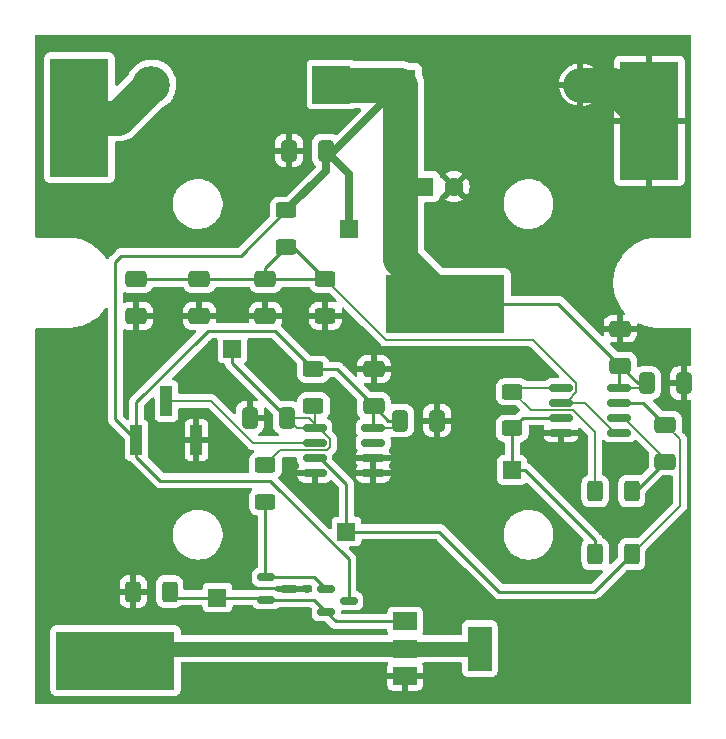
<source format=gbr>
%TF.GenerationSoftware,KiCad,Pcbnew,(6.0.1-0)*%
%TF.CreationDate,2022-01-18T10:49:35+01:00*%
%TF.ProjectId,pwm_driver,70776d5f-6472-4697-9665-722e6b696361,1*%
%TF.SameCoordinates,Original*%
%TF.FileFunction,Copper,L1,Top*%
%TF.FilePolarity,Positive*%
%FSLAX46Y46*%
G04 Gerber Fmt 4.6, Leading zero omitted, Abs format (unit mm)*
G04 Created by KiCad (PCBNEW (6.0.1-0)) date 2022-01-18 10:49:35*
%MOMM*%
%LPD*%
G01*
G04 APERTURE LIST*
G04 Aperture macros list*
%AMRoundRect*
0 Rectangle with rounded corners*
0 $1 Rounding radius*
0 $2 $3 $4 $5 $6 $7 $8 $9 X,Y pos of 4 corners*
0 Add a 4 corners polygon primitive as box body*
4,1,4,$2,$3,$4,$5,$6,$7,$8,$9,$2,$3,0*
0 Add four circle primitives for the rounded corners*
1,1,$1+$1,$2,$3*
1,1,$1+$1,$4,$5*
1,1,$1+$1,$6,$7*
1,1,$1+$1,$8,$9*
0 Add four rect primitives between the rounded corners*
20,1,$1+$1,$2,$3,$4,$5,0*
20,1,$1+$1,$4,$5,$6,$7,0*
20,1,$1+$1,$6,$7,$8,$9,0*
20,1,$1+$1,$8,$9,$2,$3,0*%
G04 Aperture macros list end*
%TA.AperFunction,SMDPad,CuDef*%
%ADD10RoundRect,0.250000X-0.625000X0.400000X-0.625000X-0.400000X0.625000X-0.400000X0.625000X0.400000X0*%
%TD*%
%TA.AperFunction,SMDPad,CuDef*%
%ADD11RoundRect,0.250000X0.650000X-0.412500X0.650000X0.412500X-0.650000X0.412500X-0.650000X-0.412500X0*%
%TD*%
%TA.AperFunction,SMDPad,CuDef*%
%ADD12R,1.500000X1.500000*%
%TD*%
%TA.AperFunction,SMDPad,CuDef*%
%ADD13RoundRect,0.150000X-0.587500X-0.150000X0.587500X-0.150000X0.587500X0.150000X-0.587500X0.150000X0*%
%TD*%
%TA.AperFunction,SMDPad,CuDef*%
%ADD14RoundRect,0.250000X-0.650000X0.412500X-0.650000X-0.412500X0.650000X-0.412500X0.650000X0.412500X0*%
%TD*%
%TA.AperFunction,ComponentPad*%
%ADD15R,1.600000X1.600000*%
%TD*%
%TA.AperFunction,ComponentPad*%
%ADD16C,1.600000*%
%TD*%
%TA.AperFunction,SMDPad,CuDef*%
%ADD17RoundRect,0.250000X0.400000X0.625000X-0.400000X0.625000X-0.400000X-0.625000X0.400000X-0.625000X0*%
%TD*%
%TA.AperFunction,SMDPad,CuDef*%
%ADD18RoundRect,0.250000X-0.412500X-0.650000X0.412500X-0.650000X0.412500X0.650000X-0.412500X0.650000X0*%
%TD*%
%TA.AperFunction,SMDPad,CuDef*%
%ADD19RoundRect,0.250000X-0.400000X-0.625000X0.400000X-0.625000X0.400000X0.625000X-0.400000X0.625000X0*%
%TD*%
%TA.AperFunction,SMDPad,CuDef*%
%ADD20R,10.000000X5.000000*%
%TD*%
%TA.AperFunction,SMDPad,CuDef*%
%ADD21R,5.000000X10.000000*%
%TD*%
%TA.AperFunction,ComponentPad*%
%ADD22R,2.600000X2.600000*%
%TD*%
%TA.AperFunction,ComponentPad*%
%ADD23O,2.600000X2.600000*%
%TD*%
%TA.AperFunction,SMDPad,CuDef*%
%ADD24R,1.000000X2.510000*%
%TD*%
%TA.AperFunction,SMDPad,CuDef*%
%ADD25RoundRect,0.150000X-0.825000X-0.150000X0.825000X-0.150000X0.825000X0.150000X-0.825000X0.150000X0*%
%TD*%
%TA.AperFunction,SMDPad,CuDef*%
%ADD26RoundRect,0.250000X0.412500X0.650000X-0.412500X0.650000X-0.412500X-0.650000X0.412500X-0.650000X0*%
%TD*%
%TA.AperFunction,SMDPad,CuDef*%
%ADD27R,2.000000X1.500000*%
%TD*%
%TA.AperFunction,SMDPad,CuDef*%
%ADD28R,2.000000X3.800000*%
%TD*%
%TA.AperFunction,SMDPad,CuDef*%
%ADD29RoundRect,0.250000X0.625000X-0.400000X0.625000X0.400000X-0.625000X0.400000X-0.625000X-0.400000X0*%
%TD*%
%TA.AperFunction,ComponentPad*%
%ADD30R,3.200000X3.200000*%
%TD*%
%TA.AperFunction,ComponentPad*%
%ADD31O,3.200000X3.200000*%
%TD*%
%TA.AperFunction,ViaPad*%
%ADD32C,0.685800*%
%TD*%
%TA.AperFunction,Conductor*%
%ADD33C,0.254000*%
%TD*%
%TA.AperFunction,Conductor*%
%ADD34C,0.152400*%
%TD*%
%TA.AperFunction,Conductor*%
%ADD35C,0.635000*%
%TD*%
%TA.AperFunction,Conductor*%
%ADD36C,0.508000*%
%TD*%
%TA.AperFunction,Conductor*%
%ADD37C,2.974416*%
%TD*%
%TA.AperFunction,Conductor*%
%ADD38C,1.270000*%
%TD*%
G04 APERTURE END LIST*
D10*
%TO.P,R6,1*%
%TO.N,VCC*%
X97488000Y-110642000D03*
%TO.P,R6,2*%
%TO.N,/U_{PWM}*%
X97488000Y-113742000D03*
%TD*%
D11*
%TO.P,C6,1*%
%TO.N,Net-(C6-Pad1)*%
X127271000Y-118453500D03*
%TO.P,C6,2*%
%TO.N,/U_{Triangle}*%
X127271000Y-115328500D03*
%TD*%
D10*
%TO.P,R2,1*%
%TO.N,/U_{cc}{slash}2*%
X98504000Y-103022000D03*
%TO.P,R2,2*%
%TO.N,GND*%
X98504000Y-106122000D03*
%TD*%
D11*
%TO.P,C7,1*%
%TO.N,VCC*%
X123461000Y-110325500D03*
%TO.P,C7,2*%
%TO.N,GND*%
X123461000Y-107200500D03*
%TD*%
D12*
%TO.P,TP2,1,1*%
%TO.N,VCC*%
X100536000Y-98730000D03*
%TD*%
D13*
%TO.P,Q2,1,B*%
%TO.N,Net-(Q1-Pad1)*%
X93506500Y-128260000D03*
%TO.P,Q2,2,E*%
%TO.N,/U_{FET_driver}*%
X93506500Y-130160000D03*
%TO.P,Q2,3,C*%
%TO.N,GND*%
X95381500Y-129210000D03*
%TD*%
D14*
%TO.P,C1,1*%
%TO.N,/U_{cc}{slash}2*%
X82502000Y-103009500D03*
%TO.P,C1,2*%
%TO.N,GND*%
X82502000Y-106134500D03*
%TD*%
D12*
%TO.P,TP3,1,1*%
%TO.N,/U_{Triangle}*%
X100282000Y-124384000D03*
%TD*%
D15*
%TO.P,C4,1*%
%TO.N,VCC*%
X106886000Y-95174000D03*
D16*
%TO.P,C4,2*%
%TO.N,GND*%
X109386000Y-95174000D03*
%TD*%
D17*
%TO.P,R8,1*%
%TO.N,/U_{FET_driver}*%
X85322000Y-129464000D03*
%TO.P,R8,2*%
%TO.N,GND*%
X82222000Y-129464000D03*
%TD*%
D18*
%TO.P,C8,1*%
%TO.N,VCC*%
X125708500Y-111811000D03*
%TO.P,C8,2*%
%TO.N,GND*%
X128833500Y-111811000D03*
%TD*%
D19*
%TO.P,R4,1*%
%TO.N,/U_{ST}*%
X121338000Y-120955000D03*
%TO.P,R4,2*%
%TO.N,Net-(C6-Pad1)*%
X124438000Y-120955000D03*
%TD*%
D13*
%TO.P,Q1,1,B*%
%TO.N,Net-(Q1-Pad1)*%
X98582500Y-129276000D03*
%TO.P,Q1,2,E*%
%TO.N,/U_{FET_driver}*%
X98582500Y-131176000D03*
%TO.P,Q1,3,C*%
%TO.N,VCC*%
X100457500Y-130226000D03*
%TD*%
D20*
%TO.P,J3,1,Pin_1*%
%TO.N,VCC*%
X108664000Y-105080000D03*
%TD*%
D10*
%TO.P,R7,1*%
%TO.N,/U_{PWM}*%
X93424000Y-118770000D03*
%TO.P,R7,2*%
%TO.N,Net-(Q1-Pad1)*%
X93424000Y-121870000D03*
%TD*%
D18*
%TO.P,C10,1*%
%TO.N,VCC*%
X104815500Y-114986000D03*
%TO.P,C10,2*%
%TO.N,GND*%
X107940500Y-114986000D03*
%TD*%
D14*
%TO.P,C3,1*%
%TO.N,/U_{cc}{slash}2*%
X93424000Y-103009500D03*
%TO.P,C3,2*%
%TO.N,GND*%
X93424000Y-106134500D03*
%TD*%
D21*
%TO.P,J2,1,Pin_1*%
%TO.N,GND*%
X125936000Y-89586000D03*
%TD*%
D22*
%TO.P,D2,1,A1*%
%TO.N,VCC*%
X104854000Y-86538000D03*
D23*
%TO.P,D2,2,A2*%
%TO.N,GND*%
X120094000Y-86538000D03*
%TD*%
D21*
%TO.P,J1,1,Pin_1*%
%TO.N,/U_{In}*%
X77676000Y-89332000D03*
%TD*%
D20*
%TO.P,J4,1,Pin_1*%
%TO.N,Net-(J4-Pad1)*%
X80724000Y-135306000D03*
%TD*%
D10*
%TO.P,R1,1*%
%TO.N,VCC*%
X95202000Y-97180000D03*
%TO.P,R1,2*%
%TO.N,/U_{cc}{slash}2*%
X95202000Y-100280000D03*
%TD*%
D24*
%TO.P,RV1,1,1*%
%TO.N,VCC*%
X82502000Y-116641000D03*
%TO.P,RV1,2,2*%
%TO.N,/U_{Pot}*%
X85042000Y-113331000D03*
%TO.P,RV1,3,3*%
%TO.N,GND*%
X87582000Y-116641000D03*
%TD*%
D25*
%TO.P,U1,1*%
%TO.N,/U_{ST}*%
X118446000Y-112192000D03*
%TO.P,U1,2,-*%
%TO.N,/U_{cc}{slash}2*%
X118446000Y-113462000D03*
%TO.P,U1,3,+*%
%TO.N,Net-(R3-Pad1)*%
X118446000Y-114732000D03*
%TO.P,U1,4,V-*%
%TO.N,GND*%
X118446000Y-116002000D03*
%TO.P,U1,5,+*%
%TO.N,/U_{cc}{slash}2*%
X123396000Y-116002000D03*
%TO.P,U1,6,-*%
%TO.N,Net-(C6-Pad1)*%
X123396000Y-114732000D03*
%TO.P,U1,7*%
%TO.N,/U_{Triangle}*%
X123396000Y-113462000D03*
%TO.P,U1,8,V+*%
%TO.N,VCC*%
X123396000Y-112192000D03*
%TD*%
D14*
%TO.P,C2,1*%
%TO.N,/U_{cc}{slash}2*%
X87836000Y-103009500D03*
%TO.P,C2,2*%
%TO.N,GND*%
X87836000Y-106134500D03*
%TD*%
D26*
%TO.P,C11,1*%
%TO.N,/U_{PWM}*%
X95240500Y-114732000D03*
%TO.P,C11,2*%
%TO.N,GND*%
X92115500Y-114732000D03*
%TD*%
D27*
%TO.P,Q3,1,G*%
%TO.N,/U_{FET_driver}*%
X105260000Y-131990000D03*
%TO.P,Q3,2,D*%
%TO.N,Net-(J4-Pad1)*%
X105260000Y-134290000D03*
D28*
X111560000Y-134290000D03*
D27*
%TO.P,Q3,3,S*%
%TO.N,GND*%
X105260000Y-136590000D03*
%TD*%
D26*
%TO.P,C5,1*%
%TO.N,VCC*%
X98542500Y-92126000D03*
%TO.P,C5,2*%
%TO.N,GND*%
X95417500Y-92126000D03*
%TD*%
D12*
%TO.P,TP1,1,1*%
%TO.N,Net-(R3-Pad1)*%
X114317000Y-119177000D03*
%TD*%
%TO.P,TP4,1,1*%
%TO.N,/U_{PWM}*%
X90630000Y-108890000D03*
%TD*%
D25*
%TO.P,U2,1*%
%TO.N,/U_{PWM}*%
X97591500Y-115621000D03*
%TO.P,U2,2,-*%
%TO.N,/U_{Pot}*%
X97591500Y-116891000D03*
%TO.P,U2,3,+*%
%TO.N,/U_{Triangle}*%
X97591500Y-118161000D03*
%TO.P,U2,4,V-*%
%TO.N,GND*%
X97591500Y-119431000D03*
%TO.P,U2,5,+*%
X102541500Y-119431000D03*
%TO.P,U2,6,_*%
X102541500Y-118161000D03*
%TO.P,U2,7*%
%TO.N,unconnected-(U2-Pad7)*%
X102541500Y-116891000D03*
%TO.P,U2,8,V+*%
%TO.N,VCC*%
X102541500Y-115621000D03*
%TD*%
D19*
%TO.P,R5,1*%
%TO.N,Net-(R3-Pad1)*%
X121338000Y-126289000D03*
%TO.P,R5,2*%
%TO.N,/U_{Triangle}*%
X124438000Y-126289000D03*
%TD*%
D29*
%TO.P,R3,1*%
%TO.N,Net-(R3-Pad1)*%
X114317000Y-115647000D03*
%TO.P,R3,2*%
%TO.N,/U_{ST}*%
X114317000Y-112547000D03*
%TD*%
D30*
%TO.P,D1,1,K*%
%TO.N,VCC*%
X99012000Y-86538000D03*
D31*
%TO.P,D1,2,A*%
%TO.N,/U_{In}*%
X83772000Y-86538000D03*
%TD*%
D11*
%TO.P,C9,1*%
%TO.N,VCC*%
X102606500Y-113754500D03*
%TO.P,C9,2*%
%TO.N,GND*%
X102606500Y-110629500D03*
%TD*%
D12*
%TO.P,TP5,1,1*%
%TO.N,/U_{FET_driver}*%
X89360000Y-129972000D03*
%TD*%
D32*
%TO.N,GND*%
X121110000Y-134036000D03*
X104854000Y-118034000D03*
X103076000Y-129210000D03*
X108156000Y-129210000D03*
X123904000Y-134036000D03*
X109680000Y-114986000D03*
X117300000Y-91110000D03*
X126952000Y-134036000D03*
X126952000Y-131496000D03*
X116538000Y-116510000D03*
X95456000Y-119050000D03*
X115522000Y-131496000D03*
X98250000Y-122352000D03*
X110950000Y-118034000D03*
X86820000Y-111430000D03*
X117300000Y-102540000D03*
X85296000Y-117272000D03*
X76914000Y-115494000D03*
X88090000Y-136830000D03*
X119332000Y-120574000D03*
X106886000Y-110414000D03*
X90630000Y-104826000D03*
X108156000Y-126924000D03*
X110950000Y-110414000D03*
X92154000Y-96952000D03*
X111458000Y-99238000D03*
X120348000Y-102540000D03*
X126952000Y-128702000D03*
X100790000Y-136830000D03*
X123396000Y-99238000D03*
X118062000Y-119304000D03*
X122888000Y-123876000D03*
X90630000Y-117272000D03*
X121110000Y-131496000D03*
X110950000Y-121082000D03*
X116792000Y-118034000D03*
X118316000Y-131496000D03*
X97996000Y-108382000D03*
X95710000Y-110668000D03*
X96980000Y-129210000D03*
X106886000Y-118034000D03*
X85296000Y-118796000D03*
X103076000Y-126924000D03*
X118316000Y-136576000D03*
X76914000Y-126162000D03*
X122888000Y-118034000D03*
X83264000Y-94158000D03*
X94948000Y-94158000D03*
X95964000Y-106604000D03*
X92662000Y-109144000D03*
X90376000Y-136830000D03*
X92154000Y-91364000D03*
X123396000Y-96444000D03*
X106886000Y-121082000D03*
X105616000Y-126924000D03*
X126444000Y-96444000D03*
X114252000Y-91110000D03*
X97996000Y-136830000D03*
X76914000Y-129972000D03*
X94186000Y-112192000D03*
X115014000Y-110414000D03*
X90630000Y-112700000D03*
X83010000Y-110668000D03*
X120348000Y-96444000D03*
X125936000Y-122606000D03*
X110950000Y-114478000D03*
X86058000Y-91364000D03*
X126952000Y-121336000D03*
X83264000Y-91364000D03*
X120348000Y-93904000D03*
X100028000Y-116256000D03*
X85296000Y-115748000D03*
X111458000Y-91110000D03*
X85042000Y-108382000D03*
X88090000Y-111430000D03*
X80216000Y-96952000D03*
X76914000Y-122352000D03*
X125174000Y-118034000D03*
X118316000Y-134036000D03*
X126952000Y-136576000D03*
X89106000Y-91364000D03*
X100028000Y-118034000D03*
X96726000Y-121082000D03*
X100028000Y-114732000D03*
X108918000Y-112446000D03*
X120348000Y-91110000D03*
X108156000Y-136576000D03*
X81232000Y-126162000D03*
X94186000Y-110668000D03*
X89360000Y-111430000D03*
X124666000Y-123876000D03*
X95964000Y-104826000D03*
X100028000Y-113208000D03*
X100536000Y-108382000D03*
X83264000Y-96952000D03*
X85042000Y-104826000D03*
X88090000Y-110160000D03*
X123904000Y-131496000D03*
X76914000Y-112446000D03*
X120348000Y-99238000D03*
X105616000Y-129210000D03*
X76914000Y-109398000D03*
X90630000Y-118796000D03*
X83010000Y-108382000D03*
X123904000Y-136576000D03*
X94186000Y-109144000D03*
X92154000Y-94158000D03*
X76914000Y-118796000D03*
X119332000Y-118034000D03*
X110950000Y-124130000D03*
X76914000Y-96952000D03*
X115522000Y-136576000D03*
X85042000Y-106604000D03*
X104854000Y-119558000D03*
X108156000Y-132004000D03*
X92662000Y-136830000D03*
X95456000Y-136830000D03*
X115522000Y-134036000D03*
X95710000Y-112192000D03*
X121110000Y-136576000D03*
X81232000Y-122352000D03*
%TD*%
D33*
%TO.N,/U_{FET_driver}*%
X93506500Y-130160000D02*
X93318500Y-129972000D01*
X93506500Y-130160000D02*
X97566500Y-130160000D01*
X97566500Y-130160000D02*
X98582500Y-131176000D01*
X105260000Y-131990000D02*
X99396500Y-131990000D01*
D34*
X85830000Y-129972000D02*
X85322000Y-129464000D01*
D33*
X93318500Y-129972000D02*
X89360000Y-129972000D01*
X89360000Y-129972000D02*
X85830000Y-129972000D01*
X99396500Y-131990000D02*
X98582500Y-131176000D01*
%TO.N,/U_{PWM}*%
X90630000Y-108890000D02*
X90630000Y-110121500D01*
D34*
X98615206Y-117520720D02*
X94673280Y-117520720D01*
X95240500Y-114732000D02*
X97085926Y-114732000D01*
X94673280Y-117520720D02*
X93424000Y-118770000D01*
X97591500Y-115621000D02*
X96129500Y-115621000D01*
X96129500Y-115621000D02*
X95240500Y-114732000D01*
X97591500Y-115621000D02*
X97591500Y-113845500D01*
X97085926Y-114732000D02*
X98896220Y-116542294D01*
X98896220Y-116542294D02*
X98896220Y-117239706D01*
X97591500Y-113845500D02*
X97488000Y-113742000D01*
X98896220Y-117239706D02*
X98615206Y-117520720D01*
D33*
X90630000Y-110121500D02*
X95240500Y-114732000D01*
%TO.N,/U_{Triangle}*%
X100282000Y-124384000D02*
X108156000Y-124384000D01*
X98046768Y-118161000D02*
X100282000Y-120396232D01*
X121263000Y-129464000D02*
X124438000Y-126289000D01*
X97591500Y-118161000D02*
X98046768Y-118161000D01*
D34*
X128500720Y-116558220D02*
X127271000Y-115328500D01*
D33*
X125404500Y-113462000D02*
X123396000Y-113462000D01*
X97591500Y-118161000D02*
X98123000Y-118161000D01*
X100282000Y-120396232D02*
X100282000Y-124384000D01*
D34*
X128500720Y-122226280D02*
X128500720Y-116558220D01*
D33*
X108156000Y-124384000D02*
X113236000Y-129464000D01*
D34*
X124438000Y-126289000D02*
X128500720Y-122226280D01*
D33*
X127271000Y-115328500D02*
X125404500Y-113462000D01*
X113236000Y-129464000D02*
X121263000Y-129464000D01*
D34*
%TO.N,VCC*%
X125327500Y-112192000D02*
X125708500Y-111811000D01*
D35*
X100536000Y-94119500D02*
X98542500Y-92126000D01*
D36*
X106886000Y-95174000D02*
X104854000Y-95174000D01*
D33*
X124946500Y-111811000D02*
X123461000Y-110325500D01*
X123396000Y-112192000D02*
X123396000Y-110390500D01*
X81232000Y-101016000D02*
X91366000Y-101016000D01*
D37*
X104854000Y-95174000D02*
X104854000Y-86538000D01*
D35*
X100536000Y-98730000D02*
X100536000Y-94119500D01*
D33*
X93804578Y-120066000D02*
X84534000Y-120066000D01*
X118215500Y-105080000D02*
X108664000Y-105080000D01*
X88153711Y-107810289D02*
X88598000Y-107366000D01*
X88598000Y-107366000D02*
X94212000Y-107366000D01*
X125708500Y-111811000D02*
X124946500Y-111811000D01*
X104815500Y-114986000D02*
X103838000Y-114986000D01*
D35*
X98542500Y-93839500D02*
X95202000Y-97180000D01*
D34*
X102541500Y-115621000D02*
X104180500Y-115621000D01*
X104180500Y-115621000D02*
X104815500Y-114986000D01*
D33*
X82502000Y-118034000D02*
X82502000Y-116641000D01*
D37*
X108664000Y-105080000D02*
X104854000Y-101270000D01*
X99012000Y-86538000D02*
X104854000Y-86538000D01*
D33*
X88148289Y-107810289D02*
X88153711Y-107810289D01*
X80724000Y-114863000D02*
X80724000Y-101524000D01*
X103838000Y-114986000D02*
X102606500Y-113754500D01*
X123461000Y-110325500D02*
X118215500Y-105080000D01*
X102541500Y-115621000D02*
X102541500Y-113819500D01*
X99494000Y-110642000D02*
X102606500Y-113754500D01*
X80724000Y-101524000D02*
X81232000Y-101016000D01*
D35*
X99266000Y-92126000D02*
X104854000Y-86538000D01*
D33*
X84534000Y-120066000D02*
X82502000Y-118034000D01*
X82502000Y-116641000D02*
X82502000Y-113456578D01*
X82502000Y-113456578D02*
X88148289Y-107810289D01*
D34*
X123396000Y-112192000D02*
X125327500Y-112192000D01*
D37*
X104854000Y-101270000D02*
X104854000Y-95174000D01*
D35*
X98542500Y-92126000D02*
X99266000Y-92126000D01*
D33*
X82502000Y-116641000D02*
X80724000Y-114863000D01*
X94212000Y-107366000D02*
X97488000Y-110642000D01*
X100457500Y-130226000D02*
X100457500Y-126718922D01*
D35*
X98542500Y-92126000D02*
X98542500Y-93839500D01*
D33*
X100457500Y-126718922D02*
X93804578Y-120066000D01*
X97488000Y-110642000D02*
X99494000Y-110642000D01*
X91366000Y-101016000D02*
X95202000Y-97180000D01*
D34*
X102541500Y-113819500D02*
X102606500Y-113754500D01*
X123396000Y-110390500D02*
X123461000Y-110325500D01*
D33*
%TO.N,Net-(R3-Pad1)*%
X121338000Y-125120000D02*
X121338000Y-126289000D01*
X114317000Y-115647000D02*
X115232000Y-114732000D01*
X115395000Y-119177000D02*
X121338000Y-125120000D01*
X114317000Y-119177000D02*
X115395000Y-119177000D01*
X115232000Y-114732000D02*
X118446000Y-114732000D01*
X114317000Y-115647000D02*
X114317000Y-119177000D01*
%TO.N,GND*%
X117046000Y-116002000D02*
X116538000Y-116510000D01*
X97591500Y-119431000D02*
X97591500Y-120216500D01*
X102541500Y-119431000D02*
X104727000Y-119431000D01*
X97591500Y-120216500D02*
X96726000Y-121082000D01*
D37*
X120094000Y-86538000D02*
X122888000Y-86538000D01*
D33*
X104727000Y-119431000D02*
X104854000Y-119558000D01*
X104727000Y-118161000D02*
X104854000Y-118034000D01*
X118446000Y-116002000D02*
X117046000Y-116002000D01*
X107940500Y-114986000D02*
X109680000Y-114986000D01*
X95381500Y-129210000D02*
X96980000Y-129210000D01*
X102541500Y-118161000D02*
X104727000Y-118161000D01*
D37*
X122888000Y-86538000D02*
X125936000Y-89586000D01*
D34*
%TO.N,Net-(Q1-Pad1)*%
X93424000Y-128177500D02*
X93506500Y-128260000D01*
D33*
X93506500Y-128260000D02*
X97566500Y-128260000D01*
X93424000Y-121870000D02*
X93424000Y-128177500D01*
X97566500Y-128260000D02*
X98582500Y-129276000D01*
D34*
%TO.N,/U_{ST}*%
X119469706Y-114102280D02*
X121338000Y-115970574D01*
X118446000Y-112192000D02*
X114672000Y-112192000D01*
X115872280Y-114102280D02*
X119469706Y-114102280D01*
X114672000Y-112192000D02*
X114317000Y-112547000D01*
X114317000Y-112547000D02*
X115872280Y-114102280D01*
X121338000Y-115970574D02*
X121338000Y-120955000D01*
%TO.N,Net-(C6-Pad1)*%
X124438000Y-120955000D02*
X124769500Y-120955000D01*
D33*
X124769500Y-120955000D02*
X127271000Y-118453500D01*
D34*
X127271000Y-118453500D02*
X127271000Y-118223574D01*
X123779426Y-114732000D02*
X123396000Y-114732000D01*
X127271000Y-118223574D02*
X123779426Y-114732000D01*
%TO.N,/U_{cc}{slash}2*%
X118446000Y-113462000D02*
X120472574Y-113462000D01*
X119750720Y-112540706D02*
X119083426Y-113208000D01*
D33*
X98491500Y-103009500D02*
X93424000Y-103009500D01*
D34*
X103610000Y-108128000D02*
X116035426Y-108128000D01*
D33*
X95762000Y-100280000D02*
X98504000Y-103022000D01*
X82502000Y-103009500D02*
X87836000Y-103009500D01*
D34*
X98504000Y-103022000D02*
X98491500Y-103009500D01*
D33*
X87836000Y-103009500D02*
X93424000Y-103009500D01*
X93424000Y-103009500D02*
X93424000Y-102058000D01*
X95202000Y-100280000D02*
X95762000Y-100280000D01*
X93424000Y-102058000D02*
X95202000Y-100280000D01*
D34*
X120472574Y-113462000D02*
X123012574Y-116002000D01*
X116035426Y-108128000D02*
X119750720Y-111843294D01*
X119083426Y-113208000D02*
X118570000Y-113208000D01*
X119750720Y-111843294D02*
X119750720Y-112540706D01*
X98504000Y-103022000D02*
X103610000Y-108128000D01*
X123012574Y-116002000D02*
X123396000Y-116002000D01*
D38*
%TO.N,Net-(J4-Pad1)*%
X105260000Y-134290000D02*
X111560000Y-134290000D01*
X81740000Y-134290000D02*
X80724000Y-135306000D01*
X105260000Y-134290000D02*
X81740000Y-134290000D01*
D34*
%TO.N,/U_{Pot}*%
X92392153Y-116891000D02*
X97591500Y-116891000D01*
X85042000Y-113331000D02*
X88832153Y-113331000D01*
X88832153Y-113331000D02*
X92392153Y-116891000D01*
D37*
%TO.N,/U_{In}*%
X77676000Y-89332000D02*
X80978000Y-89332000D01*
X80978000Y-89332000D02*
X83772000Y-86538000D01*
%TD*%
%TA.AperFunction,Conductor*%
%TO.N,GND*%
G36*
X129434121Y-82345002D02*
G01*
X129480614Y-82398658D01*
X129492000Y-82451000D01*
X129492000Y-99366000D01*
X129471998Y-99434121D01*
X129418342Y-99480614D01*
X129366000Y-99492000D01*
X126748207Y-99492000D01*
X126727303Y-99490254D01*
X126718737Y-99488813D01*
X126707539Y-99486929D01*
X126701349Y-99486853D01*
X126699864Y-99486835D01*
X126699859Y-99486835D01*
X126695000Y-99486776D01*
X126690187Y-99487465D01*
X126685324Y-99487782D01*
X126685321Y-99487737D01*
X126682620Y-99487997D01*
X126436503Y-99500088D01*
X126322919Y-99505668D01*
X126322915Y-99505668D01*
X126319829Y-99505820D01*
X126200347Y-99523543D01*
X125951336Y-99560480D01*
X125951332Y-99560481D01*
X125948270Y-99560935D01*
X125945271Y-99561686D01*
X125945267Y-99561687D01*
X125801437Y-99597715D01*
X125583903Y-99652205D01*
X125581006Y-99653242D01*
X125580998Y-99653244D01*
X125420813Y-99710560D01*
X125230237Y-99778749D01*
X124890677Y-99939348D01*
X124888035Y-99940931D01*
X124888036Y-99940931D01*
X124571143Y-100130869D01*
X124571134Y-100130875D01*
X124568493Y-100132458D01*
X124566008Y-100134301D01*
X124283808Y-100343595D01*
X124266789Y-100356217D01*
X123988470Y-100608470D01*
X123736217Y-100886789D01*
X123734373Y-100889275D01*
X123734370Y-100889279D01*
X123570065Y-101110819D01*
X123512458Y-101188493D01*
X123510875Y-101191134D01*
X123510869Y-101191143D01*
X123404464Y-101368669D01*
X123319348Y-101510677D01*
X123318034Y-101513455D01*
X123318032Y-101513459D01*
X123299449Y-101552750D01*
X123158749Y-101850237D01*
X123125756Y-101942447D01*
X123048306Y-102158905D01*
X123032205Y-102203903D01*
X122940935Y-102568270D01*
X122940481Y-102571332D01*
X122940480Y-102571336D01*
X122903543Y-102820347D01*
X122885820Y-102939829D01*
X122867389Y-103315000D01*
X122867541Y-103318094D01*
X122884584Y-103665002D01*
X122885820Y-103690171D01*
X122902472Y-103802430D01*
X122935388Y-104024332D01*
X122940935Y-104061730D01*
X123032205Y-104426097D01*
X123033242Y-104428994D01*
X123033244Y-104429002D01*
X123077246Y-104551978D01*
X123158749Y-104779763D01*
X123319348Y-105119323D01*
X123320931Y-105121964D01*
X123510869Y-105438857D01*
X123510875Y-105438866D01*
X123512458Y-105441507D01*
X123514301Y-105443992D01*
X123730500Y-105735502D01*
X123736217Y-105743211D01*
X123738299Y-105745508D01*
X123805908Y-105820104D01*
X123836835Y-105884011D01*
X123828301Y-105954493D01*
X123783016Y-106009172D01*
X123748046Y-106025616D01*
X123717876Y-106034475D01*
X123716671Y-106035865D01*
X123715000Y-106043548D01*
X123715000Y-106928385D01*
X123719475Y-106943624D01*
X123720865Y-106944829D01*
X123728548Y-106946500D01*
X124850884Y-106946500D01*
X124866123Y-106942025D01*
X124867328Y-106940635D01*
X124868999Y-106932952D01*
X124868999Y-106879375D01*
X124889001Y-106811254D01*
X124942657Y-106764761D01*
X125012931Y-106754657D01*
X125048871Y-106765472D01*
X125059356Y-106770431D01*
X125230237Y-106851251D01*
X125367848Y-106900489D01*
X125580998Y-106976756D01*
X125581006Y-106976758D01*
X125583903Y-106977795D01*
X125727482Y-107013760D01*
X125945267Y-107068313D01*
X125945271Y-107068314D01*
X125948270Y-107069065D01*
X125951332Y-107069519D01*
X125951336Y-107069520D01*
X126118537Y-107094321D01*
X126319829Y-107124180D01*
X126322911Y-107124331D01*
X126322917Y-107124332D01*
X126666013Y-107141187D01*
X126672801Y-107141922D01*
X126672809Y-107141829D01*
X126677669Y-107142265D01*
X126682461Y-107143071D01*
X126688700Y-107143147D01*
X126690141Y-107143165D01*
X126690145Y-107143165D01*
X126695000Y-107143224D01*
X126722588Y-107139273D01*
X126740451Y-107138000D01*
X129366000Y-107138000D01*
X129434121Y-107158002D01*
X129480614Y-107211658D01*
X129492000Y-107264000D01*
X129492000Y-110283475D01*
X129471998Y-110351596D01*
X129418342Y-110398089D01*
X129353158Y-110408819D01*
X129299562Y-110403328D01*
X129293145Y-110403000D01*
X129105615Y-110403000D01*
X129090376Y-110407475D01*
X129089171Y-110408865D01*
X129087500Y-110416548D01*
X129087500Y-113200884D01*
X129091975Y-113216123D01*
X129093365Y-113217328D01*
X129101048Y-113218999D01*
X129293095Y-113218999D01*
X129299614Y-113218662D01*
X129352997Y-113213123D01*
X129422818Y-113225988D01*
X129474600Y-113274559D01*
X129492000Y-113338450D01*
X129492000Y-138843000D01*
X129471998Y-138911121D01*
X129418342Y-138957614D01*
X129366000Y-138969000D01*
X74024000Y-138969000D01*
X73955879Y-138948998D01*
X73909386Y-138895342D01*
X73898000Y-138843000D01*
X73898000Y-130136095D01*
X81064001Y-130136095D01*
X81064338Y-130142614D01*
X81074257Y-130238206D01*
X81077149Y-130251600D01*
X81128588Y-130405784D01*
X81134761Y-130418962D01*
X81220063Y-130556807D01*
X81229099Y-130568208D01*
X81343829Y-130682739D01*
X81355240Y-130691751D01*
X81493243Y-130776816D01*
X81506424Y-130782963D01*
X81660710Y-130834138D01*
X81674086Y-130837005D01*
X81768438Y-130846672D01*
X81774854Y-130847000D01*
X81949885Y-130847000D01*
X81965124Y-130842525D01*
X81966329Y-130841135D01*
X81968000Y-130833452D01*
X81968000Y-130828884D01*
X82476000Y-130828884D01*
X82480475Y-130844123D01*
X82481865Y-130845328D01*
X82489548Y-130846999D01*
X82669095Y-130846999D01*
X82675614Y-130846662D01*
X82771206Y-130836743D01*
X82784600Y-130833851D01*
X82938784Y-130782412D01*
X82951962Y-130776239D01*
X83089807Y-130690937D01*
X83101208Y-130681901D01*
X83215739Y-130567171D01*
X83224751Y-130555760D01*
X83309816Y-130417757D01*
X83315963Y-130404576D01*
X83367138Y-130250290D01*
X83370005Y-130236914D01*
X83379672Y-130142562D01*
X83380000Y-130136146D01*
X83380000Y-129736115D01*
X83375525Y-129720876D01*
X83374135Y-129719671D01*
X83366452Y-129718000D01*
X82494115Y-129718000D01*
X82478876Y-129722475D01*
X82477671Y-129723865D01*
X82476000Y-129731548D01*
X82476000Y-130828884D01*
X81968000Y-130828884D01*
X81968000Y-129736115D01*
X81963525Y-129720876D01*
X81962135Y-129719671D01*
X81954452Y-129718000D01*
X81082116Y-129718000D01*
X81066877Y-129722475D01*
X81065672Y-129723865D01*
X81064001Y-129731548D01*
X81064001Y-130136095D01*
X73898000Y-130136095D01*
X73898000Y-129191885D01*
X81064000Y-129191885D01*
X81068475Y-129207124D01*
X81069865Y-129208329D01*
X81077548Y-129210000D01*
X81949885Y-129210000D01*
X81965124Y-129205525D01*
X81966329Y-129204135D01*
X81968000Y-129196452D01*
X81968000Y-129191885D01*
X82476000Y-129191885D01*
X82480475Y-129207124D01*
X82481865Y-129208329D01*
X82489548Y-129210000D01*
X83361884Y-129210000D01*
X83377123Y-129205525D01*
X83378328Y-129204135D01*
X83379999Y-129196452D01*
X83379999Y-128791905D01*
X83379662Y-128785386D01*
X83369743Y-128689794D01*
X83366851Y-128676400D01*
X83315412Y-128522216D01*
X83309239Y-128509038D01*
X83223937Y-128371193D01*
X83214901Y-128359792D01*
X83100171Y-128245261D01*
X83088760Y-128236249D01*
X82950757Y-128151184D01*
X82937576Y-128145037D01*
X82783290Y-128093862D01*
X82769914Y-128090995D01*
X82675562Y-128081328D01*
X82669145Y-128081000D01*
X82494115Y-128081000D01*
X82478876Y-128085475D01*
X82477671Y-128086865D01*
X82476000Y-128094548D01*
X82476000Y-129191885D01*
X81968000Y-129191885D01*
X81968000Y-128099116D01*
X81963525Y-128083877D01*
X81962135Y-128082672D01*
X81954452Y-128081001D01*
X81774905Y-128081001D01*
X81768386Y-128081338D01*
X81672794Y-128091257D01*
X81659400Y-128094149D01*
X81505216Y-128145588D01*
X81492038Y-128151761D01*
X81354193Y-128237063D01*
X81342792Y-128246099D01*
X81228261Y-128360829D01*
X81219249Y-128372240D01*
X81134184Y-128510243D01*
X81128037Y-128523424D01*
X81076862Y-128677710D01*
X81073995Y-128691086D01*
X81064328Y-128785438D01*
X81064000Y-128791855D01*
X81064000Y-129191885D01*
X73898000Y-129191885D01*
X73898000Y-124779703D01*
X85585743Y-124779703D01*
X85586302Y-124783947D01*
X85586302Y-124783951D01*
X85602304Y-124905500D01*
X85623268Y-125064734D01*
X85699129Y-125342036D01*
X85700813Y-125345984D01*
X85772774Y-125514692D01*
X85811923Y-125606476D01*
X85959561Y-125853161D01*
X86139313Y-126077528D01*
X86156397Y-126093740D01*
X86314907Y-126244160D01*
X86347851Y-126275423D01*
X86581317Y-126443186D01*
X86585112Y-126445195D01*
X86585113Y-126445196D01*
X86606869Y-126456715D01*
X86835392Y-126577712D01*
X86947446Y-126618718D01*
X87084876Y-126669010D01*
X87105373Y-126676511D01*
X87386264Y-126737755D01*
X87414841Y-126740004D01*
X87609282Y-126755307D01*
X87609291Y-126755307D01*
X87611739Y-126755500D01*
X87767271Y-126755500D01*
X87769407Y-126755354D01*
X87769418Y-126755354D01*
X87977548Y-126741165D01*
X87977554Y-126741164D01*
X87981825Y-126740873D01*
X87986020Y-126740004D01*
X87986022Y-126740004D01*
X88145711Y-126706934D01*
X88263342Y-126682574D01*
X88534343Y-126586607D01*
X88688306Y-126507141D01*
X88786005Y-126456715D01*
X88786006Y-126456715D01*
X88789812Y-126454750D01*
X88793313Y-126452289D01*
X88793317Y-126452287D01*
X88962830Y-126333151D01*
X89025023Y-126289441D01*
X89235622Y-126093740D01*
X89417713Y-125871268D01*
X89567927Y-125626142D01*
X89584773Y-125587767D01*
X89681757Y-125366830D01*
X89683483Y-125362898D01*
X89762244Y-125086406D01*
X89802751Y-124801784D01*
X89802845Y-124783951D01*
X89804235Y-124518583D01*
X89804235Y-124518576D01*
X89804257Y-124514297D01*
X89766732Y-124229266D01*
X89690871Y-123951964D01*
X89656426Y-123871210D01*
X89579763Y-123691476D01*
X89579761Y-123691472D01*
X89578077Y-123687524D01*
X89503527Y-123562960D01*
X89432643Y-123444521D01*
X89432640Y-123444517D01*
X89430439Y-123440839D01*
X89250687Y-123216472D01*
X89042149Y-123018577D01*
X88827220Y-122864134D01*
X88812172Y-122853321D01*
X88812171Y-122853320D01*
X88808683Y-122850814D01*
X88786843Y-122839250D01*
X88763654Y-122826972D01*
X88554608Y-122716288D01*
X88405702Y-122661796D01*
X88288658Y-122618964D01*
X88288656Y-122618963D01*
X88284627Y-122617489D01*
X88003736Y-122556245D01*
X87972685Y-122553801D01*
X87780718Y-122538693D01*
X87780709Y-122538693D01*
X87778261Y-122538500D01*
X87622729Y-122538500D01*
X87620593Y-122538646D01*
X87620582Y-122538646D01*
X87412452Y-122552835D01*
X87412446Y-122552836D01*
X87408175Y-122553127D01*
X87403980Y-122553996D01*
X87403978Y-122553996D01*
X87267416Y-122582277D01*
X87126658Y-122611426D01*
X86855657Y-122707393D01*
X86600188Y-122839250D01*
X86596687Y-122841711D01*
X86596683Y-122841713D01*
X86557424Y-122869305D01*
X86364977Y-123004559D01*
X86335846Y-123031629D01*
X86166742Y-123188771D01*
X86154378Y-123200260D01*
X85972287Y-123422732D01*
X85822073Y-123667858D01*
X85820347Y-123671791D01*
X85820346Y-123671792D01*
X85781181Y-123761012D01*
X85706517Y-123931102D01*
X85705342Y-123935229D01*
X85705341Y-123935230D01*
X85693814Y-123975697D01*
X85627756Y-124207594D01*
X85587249Y-124492216D01*
X85587227Y-124496505D01*
X85587226Y-124496512D01*
X85585790Y-124770707D01*
X85585743Y-124779703D01*
X73898000Y-124779703D01*
X73898000Y-107264000D01*
X73918002Y-107195879D01*
X73971658Y-107149386D01*
X74024000Y-107138000D01*
X76641793Y-107138000D01*
X76662697Y-107139746D01*
X76665863Y-107140279D01*
X76682461Y-107143071D01*
X76688651Y-107143147D01*
X76690136Y-107143165D01*
X76690141Y-107143165D01*
X76695000Y-107143224D01*
X76699813Y-107142535D01*
X76704676Y-107142218D01*
X76704679Y-107142263D01*
X76707380Y-107142003D01*
X76953497Y-107129912D01*
X77067081Y-107124332D01*
X77067085Y-107124332D01*
X77070171Y-107124180D01*
X77189653Y-107106457D01*
X77438664Y-107069520D01*
X77438668Y-107069519D01*
X77441730Y-107069065D01*
X77444729Y-107068314D01*
X77444733Y-107068313D01*
X77662518Y-107013760D01*
X77806097Y-106977795D01*
X77808994Y-106976758D01*
X77809002Y-106976756D01*
X78022152Y-106900489D01*
X78159763Y-106851251D01*
X78419742Y-106728291D01*
X78496541Y-106691968D01*
X78496545Y-106691966D01*
X78499323Y-106690652D01*
X78555413Y-106657033D01*
X78818857Y-106499131D01*
X78818866Y-106499125D01*
X78821507Y-106497542D01*
X78968533Y-106388500D01*
X79120721Y-106275630D01*
X79120725Y-106275627D01*
X79123211Y-106273783D01*
X79401530Y-106021530D01*
X79653783Y-105743211D01*
X79659501Y-105735502D01*
X79846143Y-105483843D01*
X79861296Y-105463412D01*
X79917941Y-105420612D01*
X79988734Y-105415231D01*
X80051197Y-105448978D01*
X80085500Y-105511138D01*
X80088500Y-105538470D01*
X80088500Y-114783980D01*
X80087970Y-114795214D01*
X80086292Y-114802719D01*
X80087234Y-114832705D01*
X80088438Y-114871012D01*
X80088500Y-114874969D01*
X80088500Y-114902983D01*
X80088996Y-114906908D01*
X80088996Y-114906909D01*
X80089008Y-114907004D01*
X80089941Y-114918849D01*
X80091335Y-114963205D01*
X80093547Y-114970817D01*
X80097013Y-114982748D01*
X80101023Y-115002112D01*
X80103573Y-115022299D01*
X80106489Y-115029663D01*
X80106490Y-115029668D01*
X80119907Y-115063556D01*
X80123752Y-115074785D01*
X80127765Y-115088598D01*
X80136131Y-115117393D01*
X80140169Y-115124220D01*
X80140170Y-115124223D01*
X80146488Y-115134906D01*
X80155188Y-115152664D01*
X80159761Y-115164215D01*
X80159765Y-115164221D01*
X80162681Y-115171588D01*
X80167339Y-115177999D01*
X80167340Y-115178001D01*
X80188764Y-115207488D01*
X80195281Y-115217410D01*
X80213826Y-115248768D01*
X80213829Y-115248772D01*
X80217866Y-115255598D01*
X80232250Y-115269982D01*
X80245091Y-115285016D01*
X80257058Y-115301487D01*
X80263166Y-115306540D01*
X80291255Y-115329777D01*
X80300035Y-115337767D01*
X81456595Y-116494328D01*
X81490621Y-116556640D01*
X81493500Y-116583423D01*
X81493500Y-117944134D01*
X81500255Y-118006316D01*
X81551385Y-118142705D01*
X81638739Y-118259261D01*
X81755295Y-118346615D01*
X81891684Y-118397745D01*
X81917951Y-118400598D01*
X81932084Y-118402134D01*
X81997646Y-118429377D01*
X82007570Y-118438302D01*
X82010250Y-118440982D01*
X82023091Y-118456016D01*
X82035058Y-118472487D01*
X82041166Y-118477540D01*
X82069255Y-118500777D01*
X82078035Y-118508767D01*
X84028750Y-120459483D01*
X84036326Y-120467809D01*
X84040447Y-120474303D01*
X84046222Y-120479726D01*
X84090265Y-120521085D01*
X84093107Y-120523840D01*
X84112906Y-120543639D01*
X84116031Y-120546063D01*
X84116040Y-120546071D01*
X84116126Y-120546137D01*
X84125151Y-120553845D01*
X84157494Y-120584217D01*
X84164438Y-120588035D01*
X84164440Y-120588036D01*
X84175329Y-120594022D01*
X84191847Y-120604873D01*
X84207933Y-120617350D01*
X84248666Y-120634976D01*
X84259314Y-120640193D01*
X84298197Y-120661569D01*
X84305872Y-120663540D01*
X84305878Y-120663542D01*
X84317911Y-120666631D01*
X84336613Y-120673034D01*
X84355292Y-120681117D01*
X84378994Y-120684871D01*
X84399127Y-120688060D01*
X84410740Y-120690465D01*
X84453718Y-120701500D01*
X84474065Y-120701500D01*
X84493777Y-120703051D01*
X84513879Y-120706235D01*
X84521771Y-120705489D01*
X84558056Y-120702059D01*
X84569914Y-120701500D01*
X92190561Y-120701500D01*
X92258682Y-120721502D01*
X92305175Y-120775158D01*
X92315279Y-120845432D01*
X92285785Y-120910012D01*
X92279734Y-120916518D01*
X92204866Y-120991516D01*
X92204862Y-120991521D01*
X92199695Y-120996697D01*
X92195855Y-121002927D01*
X92195854Y-121002928D01*
X92149011Y-121078922D01*
X92106885Y-121147262D01*
X92051203Y-121315139D01*
X92040500Y-121419600D01*
X92040500Y-122320400D01*
X92040837Y-122323646D01*
X92040837Y-122323650D01*
X92046572Y-122378917D01*
X92051474Y-122426166D01*
X92107450Y-122593946D01*
X92200522Y-122744348D01*
X92325697Y-122869305D01*
X92331927Y-122873145D01*
X92331928Y-122873146D01*
X92469090Y-122957694D01*
X92476262Y-122962115D01*
X92556005Y-122988564D01*
X92637611Y-123015632D01*
X92637613Y-123015632D01*
X92644139Y-123017797D01*
X92650977Y-123018498D01*
X92650979Y-123018498D01*
X92671134Y-123020563D01*
X92674581Y-123020916D01*
X92675342Y-123020994D01*
X92741069Y-123047835D01*
X92781852Y-123105950D01*
X92788500Y-123146338D01*
X92788500Y-127367582D01*
X92768498Y-127435703D01*
X92714842Y-127482196D01*
X92697653Y-127488579D01*
X92663012Y-127498643D01*
X92663010Y-127498644D01*
X92655399Y-127500855D01*
X92626589Y-127517893D01*
X92519020Y-127581509D01*
X92519017Y-127581511D01*
X92512193Y-127585547D01*
X92394547Y-127703193D01*
X92390511Y-127710017D01*
X92390509Y-127710020D01*
X92336018Y-127802160D01*
X92309855Y-127846399D01*
X92307644Y-127854010D01*
X92307643Y-127854012D01*
X92304687Y-127864186D01*
X92263438Y-128006169D01*
X92260500Y-128043498D01*
X92260500Y-128476502D01*
X92263438Y-128513831D01*
X92288922Y-128601547D01*
X92305080Y-128657164D01*
X92309855Y-128673601D01*
X92313892Y-128680427D01*
X92390509Y-128809980D01*
X92390511Y-128809983D01*
X92394547Y-128816807D01*
X92512193Y-128934453D01*
X92519017Y-128938489D01*
X92519020Y-128938491D01*
X92578297Y-128973547D01*
X92655399Y-129019145D01*
X92663010Y-129021356D01*
X92663012Y-129021357D01*
X92697540Y-129031388D01*
X92815169Y-129065562D01*
X92821574Y-129066066D01*
X92821579Y-129066067D01*
X92850042Y-129068307D01*
X92850050Y-129068307D01*
X92852498Y-129068500D01*
X94160502Y-129068500D01*
X94162950Y-129068307D01*
X94162958Y-129068307D01*
X94191421Y-129066067D01*
X94191426Y-129066066D01*
X94197831Y-129065562D01*
X94315460Y-129031388D01*
X94349988Y-129021357D01*
X94349990Y-129021356D01*
X94357601Y-129019145D01*
X94434703Y-128973547D01*
X94498842Y-128956000D01*
X96605878Y-128956000D01*
X96621117Y-128951525D01*
X96631982Y-128938987D01*
X96691708Y-128900604D01*
X96727206Y-128895500D01*
X97213101Y-128895500D01*
X97281222Y-128915502D01*
X97327715Y-128969158D01*
X97338712Y-129031388D01*
X97336694Y-129057021D01*
X97336693Y-129057045D01*
X97336500Y-129059498D01*
X97336500Y-129398500D01*
X97316498Y-129466621D01*
X97262842Y-129513114D01*
X97210500Y-129524500D01*
X96725608Y-129524500D01*
X96657487Y-129504498D01*
X96621244Y-129468358D01*
X96611629Y-129464000D01*
X94498842Y-129464000D01*
X94434703Y-129446453D01*
X94364427Y-129404892D01*
X94364428Y-129404892D01*
X94357601Y-129400855D01*
X94349990Y-129398644D01*
X94349988Y-129398643D01*
X94297769Y-129383472D01*
X94197831Y-129354438D01*
X94191426Y-129353934D01*
X94191421Y-129353933D01*
X94162958Y-129351693D01*
X94162950Y-129351693D01*
X94160502Y-129351500D01*
X93473140Y-129351500D01*
X93452792Y-129349846D01*
X93452737Y-129349837D01*
X93441760Y-129347535D01*
X93398782Y-129336500D01*
X93378435Y-129336500D01*
X93358724Y-129334949D01*
X93346450Y-129333005D01*
X93338621Y-129331765D01*
X93330729Y-129332511D01*
X93294444Y-129335941D01*
X93282586Y-129336500D01*
X90744500Y-129336500D01*
X90676379Y-129316498D01*
X90629886Y-129262842D01*
X90618500Y-129210500D01*
X90618500Y-129173866D01*
X90611745Y-129111684D01*
X90560615Y-128975295D01*
X90473261Y-128858739D01*
X90356705Y-128771385D01*
X90220316Y-128720255D01*
X90158134Y-128713500D01*
X88561866Y-128713500D01*
X88499684Y-128720255D01*
X88363295Y-128771385D01*
X88246739Y-128858739D01*
X88159385Y-128975295D01*
X88108255Y-129111684D01*
X88101500Y-129173866D01*
X88101500Y-129210500D01*
X88081498Y-129278621D01*
X88027842Y-129325114D01*
X87975500Y-129336500D01*
X86606500Y-129336500D01*
X86538379Y-129316498D01*
X86491886Y-129262842D01*
X86480500Y-129210500D01*
X86480500Y-128788600D01*
X86473409Y-128720255D01*
X86470238Y-128689692D01*
X86470237Y-128689688D01*
X86469526Y-128682834D01*
X86445451Y-128610671D01*
X86415868Y-128522002D01*
X86413550Y-128515054D01*
X86320478Y-128364652D01*
X86195303Y-128239695D01*
X86189072Y-128235854D01*
X86050968Y-128150725D01*
X86050966Y-128150724D01*
X86044738Y-128146885D01*
X85964995Y-128120436D01*
X85883389Y-128093368D01*
X85883387Y-128093368D01*
X85876861Y-128091203D01*
X85870025Y-128090503D01*
X85870022Y-128090502D01*
X85826969Y-128086091D01*
X85772400Y-128080500D01*
X84871600Y-128080500D01*
X84868354Y-128080837D01*
X84868350Y-128080837D01*
X84772692Y-128090762D01*
X84772688Y-128090763D01*
X84765834Y-128091474D01*
X84759298Y-128093655D01*
X84759296Y-128093655D01*
X84742928Y-128099116D01*
X84598054Y-128147450D01*
X84447652Y-128240522D01*
X84322695Y-128365697D01*
X84318855Y-128371927D01*
X84318854Y-128371928D01*
X84235335Y-128507421D01*
X84229885Y-128516262D01*
X84174203Y-128684139D01*
X84173503Y-128690975D01*
X84173502Y-128690978D01*
X84170218Y-128723029D01*
X84163500Y-128788600D01*
X84163500Y-130139400D01*
X84163837Y-130142646D01*
X84163837Y-130142650D01*
X84173752Y-130238206D01*
X84174474Y-130245166D01*
X84230450Y-130412946D01*
X84323522Y-130563348D01*
X84448697Y-130688305D01*
X84454927Y-130692145D01*
X84454928Y-130692146D01*
X84592288Y-130776816D01*
X84599262Y-130781115D01*
X84640434Y-130794771D01*
X84760611Y-130834632D01*
X84760613Y-130834632D01*
X84767139Y-130836797D01*
X84773975Y-130837497D01*
X84773978Y-130837498D01*
X84817031Y-130841909D01*
X84871600Y-130847500D01*
X85772400Y-130847500D01*
X85775646Y-130847163D01*
X85775650Y-130847163D01*
X85871308Y-130837238D01*
X85871312Y-130837237D01*
X85878166Y-130836526D01*
X85884702Y-130834345D01*
X85884704Y-130834345D01*
X86028912Y-130786233D01*
X86045946Y-130780550D01*
X86196348Y-130687478D01*
X86239270Y-130644482D01*
X86301551Y-130610403D01*
X86328442Y-130607500D01*
X87975500Y-130607500D01*
X88043621Y-130627502D01*
X88090114Y-130681158D01*
X88101500Y-130733500D01*
X88101500Y-130770134D01*
X88108255Y-130832316D01*
X88159385Y-130968705D01*
X88246739Y-131085261D01*
X88363295Y-131172615D01*
X88499684Y-131223745D01*
X88561866Y-131230500D01*
X90158134Y-131230500D01*
X90220316Y-131223745D01*
X90356705Y-131172615D01*
X90473261Y-131085261D01*
X90560615Y-130968705D01*
X90611745Y-130832316D01*
X90618500Y-130770134D01*
X90618500Y-130733500D01*
X90638502Y-130665379D01*
X90692158Y-130618886D01*
X90744500Y-130607500D01*
X92258035Y-130607500D01*
X92326156Y-130627502D01*
X92366487Y-130669360D01*
X92394547Y-130716807D01*
X92512193Y-130834453D01*
X92519017Y-130838489D01*
X92519020Y-130838491D01*
X92595835Y-130883919D01*
X92655399Y-130919145D01*
X92663010Y-130921356D01*
X92663012Y-130921357D01*
X92697540Y-130931388D01*
X92815169Y-130965562D01*
X92821574Y-130966066D01*
X92821579Y-130966067D01*
X92850042Y-130968307D01*
X92850050Y-130968307D01*
X92852498Y-130968500D01*
X94160502Y-130968500D01*
X94162950Y-130968307D01*
X94162958Y-130968307D01*
X94191421Y-130966067D01*
X94191426Y-130966066D01*
X94197831Y-130965562D01*
X94315460Y-130931388D01*
X94349988Y-130921357D01*
X94349990Y-130921356D01*
X94357601Y-130919145D01*
X94417165Y-130883919D01*
X94493980Y-130838491D01*
X94493983Y-130838489D01*
X94500807Y-130834453D01*
X94506416Y-130828844D01*
X94512675Y-130823989D01*
X94514339Y-130826134D01*
X94565167Y-130798379D01*
X94591950Y-130795500D01*
X97213101Y-130795500D01*
X97281222Y-130815502D01*
X97327715Y-130869158D01*
X97338712Y-130931388D01*
X97336694Y-130957021D01*
X97336693Y-130957045D01*
X97336500Y-130959498D01*
X97336500Y-131392502D01*
X97339438Y-131429831D01*
X97385855Y-131589601D01*
X97389892Y-131596427D01*
X97466509Y-131725980D01*
X97466511Y-131725983D01*
X97470547Y-131732807D01*
X97588193Y-131850453D01*
X97595017Y-131854489D01*
X97595020Y-131854491D01*
X97656803Y-131891029D01*
X97731399Y-131935145D01*
X97739010Y-131937356D01*
X97739012Y-131937357D01*
X97745993Y-131939385D01*
X97891169Y-131981562D01*
X97897574Y-131982066D01*
X97897579Y-131982067D01*
X97926042Y-131984307D01*
X97926050Y-131984307D01*
X97928498Y-131984500D01*
X98440077Y-131984500D01*
X98508198Y-132004502D01*
X98529173Y-132021405D01*
X98891255Y-132383488D01*
X98898825Y-132391807D01*
X98902947Y-132398303D01*
X98908725Y-132403729D01*
X98908726Y-132403730D01*
X98952765Y-132445085D01*
X98955607Y-132447840D01*
X98975406Y-132467639D01*
X98978531Y-132470063D01*
X98978540Y-132470071D01*
X98978626Y-132470137D01*
X98987651Y-132477845D01*
X99019994Y-132508217D01*
X99026938Y-132512035D01*
X99026940Y-132512036D01*
X99037829Y-132518022D01*
X99054347Y-132528873D01*
X99070433Y-132541350D01*
X99111166Y-132558976D01*
X99121814Y-132564193D01*
X99160697Y-132585569D01*
X99168372Y-132587540D01*
X99168378Y-132587542D01*
X99180411Y-132590631D01*
X99199113Y-132597034D01*
X99217792Y-132605117D01*
X99251628Y-132610476D01*
X99261627Y-132612060D01*
X99273240Y-132614465D01*
X99316218Y-132625500D01*
X99336565Y-132625500D01*
X99356277Y-132627051D01*
X99376379Y-132630235D01*
X99384271Y-132629489D01*
X99420556Y-132626059D01*
X99432414Y-132625500D01*
X103625500Y-132625500D01*
X103693621Y-132645502D01*
X103740114Y-132699158D01*
X103751500Y-132751500D01*
X103751500Y-132788134D01*
X103758255Y-132850316D01*
X103761027Y-132857712D01*
X103761029Y-132857718D01*
X103805473Y-132976271D01*
X103810656Y-133047078D01*
X103776735Y-133109447D01*
X103714480Y-133143576D01*
X103687491Y-133146500D01*
X86358500Y-133146500D01*
X86290379Y-133126498D01*
X86243886Y-133072842D01*
X86232500Y-133020500D01*
X86232500Y-132757866D01*
X86225745Y-132695684D01*
X86174615Y-132559295D01*
X86087261Y-132442739D01*
X85970705Y-132355385D01*
X85834316Y-132304255D01*
X85772134Y-132297500D01*
X75675866Y-132297500D01*
X75613684Y-132304255D01*
X75477295Y-132355385D01*
X75360739Y-132442739D01*
X75273385Y-132559295D01*
X75222255Y-132695684D01*
X75215500Y-132757866D01*
X75215500Y-137854134D01*
X75222255Y-137916316D01*
X75273385Y-138052705D01*
X75360739Y-138169261D01*
X75477295Y-138256615D01*
X75613684Y-138307745D01*
X75675866Y-138314500D01*
X85772134Y-138314500D01*
X85834316Y-138307745D01*
X85970705Y-138256615D01*
X86087261Y-138169261D01*
X86174615Y-138052705D01*
X86225745Y-137916316D01*
X86232500Y-137854134D01*
X86232500Y-137384669D01*
X103752001Y-137384669D01*
X103752371Y-137391490D01*
X103757895Y-137442352D01*
X103761521Y-137457604D01*
X103806676Y-137578054D01*
X103815214Y-137593649D01*
X103891715Y-137695724D01*
X103904276Y-137708285D01*
X104006351Y-137784786D01*
X104021946Y-137793324D01*
X104142394Y-137838478D01*
X104157649Y-137842105D01*
X104208514Y-137847631D01*
X104215328Y-137848000D01*
X104987885Y-137848000D01*
X105003124Y-137843525D01*
X105004329Y-137842135D01*
X105006000Y-137834452D01*
X105006000Y-137829884D01*
X105514000Y-137829884D01*
X105518475Y-137845123D01*
X105519865Y-137846328D01*
X105527548Y-137847999D01*
X106304669Y-137847999D01*
X106311490Y-137847629D01*
X106362352Y-137842105D01*
X106377604Y-137838479D01*
X106498054Y-137793324D01*
X106513649Y-137784786D01*
X106615724Y-137708285D01*
X106628285Y-137695724D01*
X106704786Y-137593649D01*
X106713324Y-137578054D01*
X106758478Y-137457606D01*
X106762105Y-137442351D01*
X106767631Y-137391486D01*
X106768000Y-137384672D01*
X106768000Y-136862115D01*
X106763525Y-136846876D01*
X106762135Y-136845671D01*
X106754452Y-136844000D01*
X105532115Y-136844000D01*
X105516876Y-136848475D01*
X105515671Y-136849865D01*
X105514000Y-136857548D01*
X105514000Y-137829884D01*
X105006000Y-137829884D01*
X105006000Y-136862115D01*
X105001525Y-136846876D01*
X105000135Y-136845671D01*
X104992452Y-136844000D01*
X103770116Y-136844000D01*
X103754877Y-136848475D01*
X103753672Y-136849865D01*
X103752001Y-136857548D01*
X103752001Y-137384669D01*
X86232500Y-137384669D01*
X86232500Y-135559500D01*
X86252502Y-135491379D01*
X86306158Y-135444886D01*
X86358500Y-135433500D01*
X103688025Y-135433500D01*
X103756146Y-135453502D01*
X103802639Y-135507158D01*
X103812743Y-135577432D01*
X103806007Y-135603730D01*
X103761522Y-135722394D01*
X103757895Y-135737649D01*
X103752369Y-135788514D01*
X103752000Y-135795328D01*
X103752000Y-136317885D01*
X103756475Y-136333124D01*
X103757865Y-136334329D01*
X103765548Y-136336000D01*
X106749884Y-136336000D01*
X106765123Y-136331525D01*
X106766328Y-136330135D01*
X106767999Y-136322452D01*
X106767999Y-135795331D01*
X106767629Y-135788510D01*
X106762105Y-135737648D01*
X106758479Y-135722396D01*
X106713993Y-135603730D01*
X106708810Y-135532922D01*
X106742731Y-135470553D01*
X106804986Y-135436424D01*
X106831975Y-135433500D01*
X109925500Y-135433500D01*
X109993621Y-135453502D01*
X110040114Y-135507158D01*
X110051500Y-135559500D01*
X110051500Y-136238134D01*
X110058255Y-136300316D01*
X110109385Y-136436705D01*
X110196739Y-136553261D01*
X110313295Y-136640615D01*
X110449684Y-136691745D01*
X110511866Y-136698500D01*
X112608134Y-136698500D01*
X112670316Y-136691745D01*
X112806705Y-136640615D01*
X112923261Y-136553261D01*
X113010615Y-136436705D01*
X113061745Y-136300316D01*
X113068500Y-136238134D01*
X113068500Y-132341866D01*
X113061745Y-132279684D01*
X113010615Y-132143295D01*
X112923261Y-132026739D01*
X112806705Y-131939385D01*
X112670316Y-131888255D01*
X112608134Y-131881500D01*
X110511866Y-131881500D01*
X110449684Y-131888255D01*
X110313295Y-131939385D01*
X110196739Y-132026739D01*
X110109385Y-132143295D01*
X110058255Y-132279684D01*
X110051500Y-132341866D01*
X110051500Y-133020500D01*
X110031498Y-133088621D01*
X109977842Y-133135114D01*
X109925500Y-133146500D01*
X106832509Y-133146500D01*
X106764388Y-133126498D01*
X106717895Y-133072842D01*
X106707791Y-133002568D01*
X106714527Y-132976271D01*
X106758971Y-132857718D01*
X106758973Y-132857712D01*
X106761745Y-132850316D01*
X106768500Y-132788134D01*
X106768500Y-131191866D01*
X106761745Y-131129684D01*
X106710615Y-130993295D01*
X106623261Y-130876739D01*
X106506705Y-130789385D01*
X106370316Y-130738255D01*
X106308134Y-130731500D01*
X104211866Y-130731500D01*
X104149684Y-130738255D01*
X104013295Y-130789385D01*
X103896739Y-130876739D01*
X103809385Y-130993295D01*
X103758255Y-131129684D01*
X103751500Y-131191866D01*
X103751500Y-131228500D01*
X103731498Y-131296621D01*
X103677842Y-131343114D01*
X103625500Y-131354500D01*
X99954500Y-131354500D01*
X99886379Y-131334498D01*
X99839886Y-131280842D01*
X99828500Y-131228500D01*
X99828500Y-131160500D01*
X99848502Y-131092379D01*
X99902158Y-131045886D01*
X99954500Y-131034500D01*
X101111502Y-131034500D01*
X101113950Y-131034307D01*
X101113958Y-131034307D01*
X101142421Y-131032067D01*
X101142426Y-131032066D01*
X101148831Y-131031562D01*
X101251607Y-131001703D01*
X101300988Y-130987357D01*
X101300990Y-130987356D01*
X101308601Y-130985145D01*
X101399499Y-130931388D01*
X101444980Y-130904491D01*
X101444983Y-130904489D01*
X101451807Y-130900453D01*
X101569453Y-130782807D01*
X101573489Y-130775983D01*
X101573491Y-130775980D01*
X101650108Y-130646427D01*
X101654145Y-130639601D01*
X101700562Y-130479831D01*
X101703500Y-130442502D01*
X101703500Y-130009498D01*
X101702979Y-130002878D01*
X101701067Y-129978579D01*
X101701066Y-129978574D01*
X101700562Y-129972169D01*
X101654145Y-129812399D01*
X101600964Y-129722475D01*
X101573491Y-129676020D01*
X101573489Y-129676017D01*
X101569453Y-129669193D01*
X101451807Y-129551547D01*
X101444983Y-129547511D01*
X101444980Y-129547509D01*
X101315427Y-129470892D01*
X101315428Y-129470892D01*
X101308601Y-129466855D01*
X101300990Y-129464644D01*
X101300988Y-129464643D01*
X101183847Y-129430611D01*
X101124012Y-129392398D01*
X101094334Y-129327902D01*
X101093000Y-129309614D01*
X101093000Y-126797954D01*
X101093530Y-126786715D01*
X101095209Y-126779203D01*
X101094460Y-126755354D01*
X101093062Y-126710892D01*
X101093000Y-126706934D01*
X101093000Y-126678939D01*
X101092492Y-126674916D01*
X101091559Y-126663074D01*
X101090414Y-126626640D01*
X101090165Y-126618718D01*
X101084488Y-126599179D01*
X101080479Y-126579818D01*
X101078922Y-126567490D01*
X101078919Y-126567480D01*
X101077927Y-126559623D01*
X101075009Y-126552252D01*
X101061594Y-126518368D01*
X101057749Y-126507141D01*
X101054680Y-126496578D01*
X101045369Y-126464529D01*
X101035010Y-126447013D01*
X101026313Y-126429263D01*
X101018819Y-126410334D01*
X100992738Y-126374436D01*
X100986222Y-126364516D01*
X100967673Y-126333151D01*
X100967671Y-126333148D01*
X100963635Y-126326324D01*
X100949247Y-126311936D01*
X100936406Y-126296902D01*
X100929102Y-126286849D01*
X100924442Y-126280435D01*
X100890250Y-126252149D01*
X100881471Y-126244160D01*
X100494906Y-125857595D01*
X100460880Y-125795283D01*
X100465945Y-125724468D01*
X100508492Y-125667632D01*
X100575012Y-125642821D01*
X100584001Y-125642500D01*
X101080134Y-125642500D01*
X101142316Y-125635745D01*
X101278705Y-125584615D01*
X101395261Y-125497261D01*
X101482615Y-125380705D01*
X101533745Y-125244316D01*
X101540500Y-125182134D01*
X101540500Y-125145500D01*
X101560502Y-125077379D01*
X101614158Y-125030886D01*
X101666500Y-125019500D01*
X107840578Y-125019500D01*
X107908699Y-125039502D01*
X107929673Y-125056405D01*
X110335453Y-127462186D01*
X112730750Y-129857483D01*
X112738326Y-129865809D01*
X112742447Y-129872303D01*
X112748222Y-129877726D01*
X112792265Y-129919085D01*
X112795107Y-129921840D01*
X112814906Y-129941639D01*
X112818031Y-129944063D01*
X112818040Y-129944071D01*
X112818126Y-129944137D01*
X112827151Y-129951845D01*
X112859494Y-129982217D01*
X112866438Y-129986035D01*
X112866440Y-129986036D01*
X112877329Y-129992022D01*
X112893847Y-130002873D01*
X112909933Y-130015350D01*
X112950666Y-130032976D01*
X112961314Y-130038193D01*
X112972942Y-130044585D01*
X113000197Y-130059569D01*
X113007872Y-130061540D01*
X113007878Y-130061542D01*
X113019911Y-130064631D01*
X113038613Y-130071034D01*
X113057292Y-130079117D01*
X113090818Y-130084427D01*
X113101127Y-130086060D01*
X113112740Y-130088465D01*
X113155718Y-130099500D01*
X113176065Y-130099500D01*
X113195777Y-130101051D01*
X113215879Y-130104235D01*
X113223771Y-130103489D01*
X113260056Y-130100059D01*
X113271914Y-130099500D01*
X121183980Y-130099500D01*
X121195214Y-130100030D01*
X121202719Y-130101708D01*
X121271012Y-130099562D01*
X121274969Y-130099500D01*
X121302983Y-130099500D01*
X121306908Y-130099004D01*
X121306909Y-130099004D01*
X121307004Y-130098992D01*
X121318849Y-130098059D01*
X121348670Y-130097122D01*
X121355282Y-130096914D01*
X121355283Y-130096914D01*
X121363205Y-130096665D01*
X121382749Y-130090987D01*
X121402112Y-130086977D01*
X121414440Y-130085420D01*
X121414442Y-130085420D01*
X121422299Y-130084427D01*
X121429663Y-130081511D01*
X121429668Y-130081510D01*
X121463556Y-130068093D01*
X121474785Y-130064248D01*
X121491465Y-130059402D01*
X121517393Y-130051869D01*
X121524220Y-130047831D01*
X121524223Y-130047830D01*
X121534906Y-130041512D01*
X121552664Y-130032812D01*
X121564215Y-130028239D01*
X121564221Y-130028235D01*
X121571588Y-130025319D01*
X121580977Y-130018498D01*
X121607488Y-129999236D01*
X121617410Y-129992719D01*
X121648768Y-129974174D01*
X121648772Y-129974171D01*
X121655598Y-129970134D01*
X121669982Y-129955750D01*
X121685016Y-129942909D01*
X121695073Y-129935602D01*
X121701487Y-129930942D01*
X121729778Y-129896744D01*
X121737767Y-129887965D01*
X123916328Y-127709405D01*
X123978640Y-127675379D01*
X124005423Y-127672500D01*
X124888400Y-127672500D01*
X124891646Y-127672163D01*
X124891650Y-127672163D01*
X124987308Y-127662238D01*
X124987312Y-127662237D01*
X124994166Y-127661526D01*
X125000702Y-127659345D01*
X125000704Y-127659345D01*
X125132806Y-127615272D01*
X125161946Y-127605550D01*
X125312348Y-127512478D01*
X125437305Y-127387303D01*
X125530115Y-127236738D01*
X125567790Y-127123150D01*
X125583632Y-127075389D01*
X125583632Y-127075387D01*
X125585797Y-127068861D01*
X125589334Y-127034345D01*
X125596172Y-126967598D01*
X125596500Y-126964400D01*
X125596500Y-126009580D01*
X125616502Y-125941459D01*
X125633405Y-125920485D01*
X128881227Y-122672664D01*
X128893619Y-122661796D01*
X128911180Y-122648321D01*
X128917733Y-122643293D01*
X128938235Y-122616575D01*
X128984527Y-122556245D01*
X128986253Y-122553996D01*
X129011454Y-122521153D01*
X129070370Y-122378917D01*
X129090466Y-122226280D01*
X129086498Y-122196142D01*
X129085420Y-122179695D01*
X129085420Y-116604806D01*
X129086498Y-116588359D01*
X129089388Y-116566408D01*
X129090466Y-116558220D01*
X129070370Y-116405583D01*
X129011454Y-116263347D01*
X128941263Y-116171872D01*
X128941262Y-116171871D01*
X128917733Y-116141207D01*
X128905508Y-116131826D01*
X128893614Y-116122700D01*
X128881223Y-116111832D01*
X128710821Y-115941430D01*
X128676795Y-115879118D01*
X128674572Y-115839495D01*
X128679500Y-115791400D01*
X128679500Y-114865600D01*
X128679163Y-114862350D01*
X128669238Y-114766692D01*
X128669237Y-114766688D01*
X128668526Y-114759834D01*
X128662069Y-114740478D01*
X128622035Y-114620483D01*
X128612550Y-114592054D01*
X128519478Y-114441652D01*
X128394303Y-114316695D01*
X128372717Y-114303389D01*
X128249968Y-114227725D01*
X128249966Y-114227724D01*
X128243738Y-114223885D01*
X128135807Y-114188086D01*
X128082389Y-114170368D01*
X128082387Y-114170368D01*
X128075861Y-114168203D01*
X128069025Y-114167503D01*
X128069022Y-114167502D01*
X128025969Y-114163091D01*
X127971400Y-114157500D01*
X127050923Y-114157500D01*
X126982802Y-114137498D01*
X126961828Y-114120595D01*
X126250765Y-113409532D01*
X126216739Y-113347220D01*
X126221804Y-113276405D01*
X126264351Y-113219569D01*
X126299982Y-113200914D01*
X126444946Y-113152550D01*
X126595348Y-113059478D01*
X126720305Y-112934303D01*
X126724773Y-112927055D01*
X126809275Y-112789968D01*
X126809276Y-112789966D01*
X126813115Y-112783738D01*
X126849964Y-112672642D01*
X126866632Y-112622389D01*
X126866632Y-112622387D01*
X126868797Y-112615861D01*
X126879500Y-112511400D01*
X126879500Y-112508095D01*
X127663001Y-112508095D01*
X127663338Y-112514614D01*
X127673257Y-112610206D01*
X127676149Y-112623600D01*
X127727588Y-112777784D01*
X127733761Y-112790962D01*
X127819063Y-112928807D01*
X127828099Y-112940208D01*
X127942829Y-113054739D01*
X127954240Y-113063751D01*
X128092243Y-113148816D01*
X128105424Y-113154963D01*
X128259710Y-113206138D01*
X128273086Y-113209005D01*
X128367438Y-113218672D01*
X128373854Y-113219000D01*
X128561385Y-113219000D01*
X128576624Y-113214525D01*
X128577829Y-113213135D01*
X128579500Y-113205452D01*
X128579500Y-112083115D01*
X128575025Y-112067876D01*
X128573635Y-112066671D01*
X128565952Y-112065000D01*
X127681116Y-112065000D01*
X127665877Y-112069475D01*
X127664672Y-112070865D01*
X127663001Y-112078548D01*
X127663001Y-112508095D01*
X126879500Y-112508095D01*
X126879500Y-111538885D01*
X127663000Y-111538885D01*
X127667475Y-111554124D01*
X127668865Y-111555329D01*
X127676548Y-111557000D01*
X128561385Y-111557000D01*
X128576624Y-111552525D01*
X128577829Y-111551135D01*
X128579500Y-111543452D01*
X128579500Y-110421116D01*
X128575025Y-110405877D01*
X128573635Y-110404672D01*
X128565952Y-110403001D01*
X128373905Y-110403001D01*
X128367386Y-110403338D01*
X128271794Y-110413257D01*
X128258400Y-110416149D01*
X128104216Y-110467588D01*
X128091038Y-110473761D01*
X127953193Y-110559063D01*
X127941792Y-110568099D01*
X127827261Y-110682829D01*
X127818249Y-110694240D01*
X127733184Y-110832243D01*
X127727037Y-110845424D01*
X127675862Y-110999710D01*
X127672995Y-111013086D01*
X127663328Y-111107438D01*
X127663000Y-111113855D01*
X127663000Y-111538885D01*
X126879500Y-111538885D01*
X126879500Y-111110600D01*
X126873731Y-111054998D01*
X126869238Y-111011692D01*
X126869237Y-111011688D01*
X126868526Y-111004834D01*
X126812550Y-110837054D01*
X126719478Y-110686652D01*
X126594303Y-110561695D01*
X126581127Y-110553573D01*
X126449968Y-110472725D01*
X126449966Y-110472724D01*
X126443738Y-110468885D01*
X126304539Y-110422715D01*
X126282389Y-110415368D01*
X126282387Y-110415368D01*
X126275861Y-110413203D01*
X126269025Y-110412503D01*
X126269022Y-110412502D01*
X126225969Y-110408091D01*
X126171400Y-110402500D01*
X125245600Y-110402500D01*
X125242354Y-110402837D01*
X125242350Y-110402837D01*
X125146692Y-110412762D01*
X125146688Y-110412763D01*
X125139834Y-110413474D01*
X125133298Y-110415655D01*
X125133296Y-110415655D01*
X125035376Y-110448324D01*
X124964427Y-110450908D01*
X124903343Y-110414725D01*
X124871518Y-110351260D01*
X124869500Y-110328800D01*
X124869500Y-109862600D01*
X124869163Y-109859350D01*
X124859238Y-109763692D01*
X124859237Y-109763688D01*
X124858526Y-109756834D01*
X124853731Y-109742460D01*
X124804868Y-109596002D01*
X124802550Y-109589054D01*
X124709478Y-109438652D01*
X124584303Y-109313695D01*
X124433738Y-109220885D01*
X124353995Y-109194436D01*
X124272389Y-109167368D01*
X124272387Y-109167368D01*
X124265861Y-109165203D01*
X124259025Y-109164503D01*
X124259022Y-109164502D01*
X124215969Y-109160091D01*
X124161400Y-109154500D01*
X123240923Y-109154500D01*
X123172802Y-109134498D01*
X123151828Y-109117595D01*
X122615217Y-108580984D01*
X122581191Y-108518672D01*
X122586256Y-108447857D01*
X122628803Y-108391021D01*
X122695323Y-108366210D01*
X122717154Y-108366545D01*
X122757438Y-108370672D01*
X122763854Y-108371000D01*
X123188885Y-108371000D01*
X123204124Y-108366525D01*
X123205329Y-108365135D01*
X123207000Y-108357452D01*
X123207000Y-108352884D01*
X123715000Y-108352884D01*
X123719475Y-108368123D01*
X123720865Y-108369328D01*
X123728548Y-108370999D01*
X124158095Y-108370999D01*
X124164614Y-108370662D01*
X124260206Y-108360743D01*
X124273600Y-108357851D01*
X124427784Y-108306412D01*
X124440962Y-108300239D01*
X124578807Y-108214937D01*
X124590208Y-108205901D01*
X124704739Y-108091171D01*
X124713751Y-108079760D01*
X124798816Y-107941757D01*
X124804963Y-107928576D01*
X124856138Y-107774290D01*
X124859005Y-107760914D01*
X124868672Y-107666562D01*
X124869000Y-107660146D01*
X124869000Y-107472615D01*
X124864525Y-107457376D01*
X124863135Y-107456171D01*
X124855452Y-107454500D01*
X123733115Y-107454500D01*
X123717876Y-107458975D01*
X123716671Y-107460365D01*
X123715000Y-107468048D01*
X123715000Y-108352884D01*
X123207000Y-108352884D01*
X123207000Y-107472615D01*
X123202525Y-107457376D01*
X123201135Y-107456171D01*
X123193452Y-107454500D01*
X122071116Y-107454500D01*
X122055877Y-107458975D01*
X122054672Y-107460365D01*
X122053001Y-107468048D01*
X122053001Y-107660095D01*
X122053338Y-107666612D01*
X122057503Y-107706749D01*
X122044638Y-107776570D01*
X121996068Y-107828352D01*
X121927212Y-107845655D01*
X121859932Y-107822985D01*
X121843081Y-107808848D01*
X120962618Y-106928385D01*
X122053000Y-106928385D01*
X122057475Y-106943624D01*
X122058865Y-106944829D01*
X122066548Y-106946500D01*
X123188885Y-106946500D01*
X123204124Y-106942025D01*
X123205329Y-106940635D01*
X123207000Y-106932952D01*
X123207000Y-106048116D01*
X123202525Y-106032877D01*
X123201135Y-106031672D01*
X123193452Y-106030001D01*
X122763905Y-106030001D01*
X122757386Y-106030338D01*
X122661794Y-106040257D01*
X122648400Y-106043149D01*
X122494216Y-106094588D01*
X122481038Y-106100761D01*
X122343193Y-106186063D01*
X122331792Y-106195099D01*
X122217261Y-106309829D01*
X122208249Y-106321240D01*
X122123184Y-106459243D01*
X122117037Y-106472424D01*
X122065862Y-106626710D01*
X122062995Y-106640086D01*
X122053328Y-106734438D01*
X122053000Y-106740855D01*
X122053000Y-106928385D01*
X120962618Y-106928385D01*
X118720750Y-104686517D01*
X118713174Y-104678191D01*
X118709053Y-104671697D01*
X118659234Y-104624914D01*
X118656393Y-104622160D01*
X118636594Y-104602361D01*
X118633469Y-104599937D01*
X118633460Y-104599929D01*
X118633374Y-104599863D01*
X118624349Y-104592155D01*
X118597785Y-104567210D01*
X118592006Y-104561783D01*
X118574169Y-104551977D01*
X118557653Y-104541127D01*
X118541567Y-104528650D01*
X118500834Y-104511024D01*
X118490186Y-104505807D01*
X118478558Y-104499415D01*
X118451303Y-104484431D01*
X118443628Y-104482460D01*
X118443622Y-104482458D01*
X118431589Y-104479369D01*
X118412887Y-104472966D01*
X118394208Y-104464883D01*
X118360372Y-104459524D01*
X118350373Y-104457940D01*
X118338760Y-104455535D01*
X118295782Y-104444500D01*
X118275435Y-104444500D01*
X118255724Y-104442949D01*
X118243450Y-104441005D01*
X118235621Y-104439765D01*
X118227729Y-104440511D01*
X118191444Y-104443941D01*
X118179586Y-104444500D01*
X114298500Y-104444500D01*
X114230379Y-104424498D01*
X114183886Y-104370842D01*
X114172500Y-104318500D01*
X114172500Y-102531866D01*
X114165745Y-102469684D01*
X114114615Y-102333295D01*
X114027261Y-102216739D01*
X113910705Y-102129385D01*
X113774316Y-102078255D01*
X113712134Y-102071500D01*
X108530047Y-102071500D01*
X108461926Y-102051498D01*
X108440952Y-102034595D01*
X106886613Y-100480256D01*
X106852587Y-100417944D01*
X106849708Y-100391161D01*
X106849708Y-96779703D01*
X113585743Y-96779703D01*
X113623268Y-97064734D01*
X113699129Y-97342036D01*
X113700813Y-97345984D01*
X113779041Y-97529385D01*
X113811923Y-97606476D01*
X113959561Y-97853161D01*
X114139313Y-98077528D01*
X114262711Y-98194628D01*
X114343770Y-98271550D01*
X114347851Y-98275423D01*
X114581317Y-98443186D01*
X114585112Y-98445195D01*
X114585113Y-98445196D01*
X114606869Y-98456715D01*
X114835392Y-98577712D01*
X115105373Y-98676511D01*
X115386264Y-98737755D01*
X115414841Y-98740004D01*
X115609282Y-98755307D01*
X115609291Y-98755307D01*
X115611739Y-98755500D01*
X115767271Y-98755500D01*
X115769407Y-98755354D01*
X115769418Y-98755354D01*
X115977548Y-98741165D01*
X115977554Y-98741164D01*
X115981825Y-98740873D01*
X115986020Y-98740004D01*
X115986022Y-98740004D01*
X116122583Y-98711724D01*
X116263342Y-98682574D01*
X116534343Y-98586607D01*
X116789812Y-98454750D01*
X116793313Y-98452289D01*
X116793317Y-98452287D01*
X116907417Y-98372096D01*
X117025023Y-98289441D01*
X117235622Y-98093740D01*
X117417713Y-97871268D01*
X117567927Y-97626142D01*
X117683483Y-97362898D01*
X117762244Y-97086406D01*
X117802751Y-96801784D01*
X117802845Y-96783951D01*
X117804235Y-96518583D01*
X117804235Y-96518576D01*
X117804257Y-96514297D01*
X117798817Y-96472971D01*
X117780950Y-96337261D01*
X117766732Y-96229266D01*
X117690871Y-95951964D01*
X117578077Y-95687524D01*
X117493390Y-95546022D01*
X117432643Y-95444521D01*
X117432640Y-95444517D01*
X117430439Y-95440839D01*
X117250687Y-95216472D01*
X117121627Y-95093999D01*
X117045258Y-95021527D01*
X117045255Y-95021525D01*
X117042149Y-95018577D01*
X116808683Y-94850814D01*
X116786843Y-94839250D01*
X116716448Y-94801978D01*
X116554608Y-94716288D01*
X116419617Y-94666888D01*
X116320644Y-94630669D01*
X122928001Y-94630669D01*
X122928371Y-94637490D01*
X122933895Y-94688352D01*
X122937521Y-94703604D01*
X122982676Y-94824054D01*
X122991214Y-94839649D01*
X123067715Y-94941724D01*
X123080276Y-94954285D01*
X123182351Y-95030786D01*
X123197946Y-95039324D01*
X123318394Y-95084478D01*
X123333649Y-95088105D01*
X123384514Y-95093631D01*
X123391328Y-95094000D01*
X125663885Y-95094000D01*
X125679124Y-95089525D01*
X125680329Y-95088135D01*
X125682000Y-95080452D01*
X125682000Y-95075884D01*
X126190000Y-95075884D01*
X126194475Y-95091123D01*
X126195865Y-95092328D01*
X126203548Y-95093999D01*
X128480669Y-95093999D01*
X128487490Y-95093629D01*
X128538352Y-95088105D01*
X128553604Y-95084479D01*
X128674054Y-95039324D01*
X128689649Y-95030786D01*
X128791724Y-94954285D01*
X128804285Y-94941724D01*
X128880786Y-94839649D01*
X128889324Y-94824054D01*
X128934478Y-94703606D01*
X128938105Y-94688351D01*
X128943631Y-94637486D01*
X128944000Y-94630672D01*
X128944000Y-89858115D01*
X128939525Y-89842876D01*
X128938135Y-89841671D01*
X128930452Y-89840000D01*
X126208115Y-89840000D01*
X126192876Y-89844475D01*
X126191671Y-89845865D01*
X126190000Y-89853548D01*
X126190000Y-95075884D01*
X125682000Y-95075884D01*
X125682000Y-89858115D01*
X125677525Y-89842876D01*
X125676135Y-89841671D01*
X125668452Y-89840000D01*
X122946116Y-89840000D01*
X122930877Y-89844475D01*
X122929672Y-89845865D01*
X122928001Y-89853548D01*
X122928001Y-94630669D01*
X116320644Y-94630669D01*
X116288658Y-94618964D01*
X116288656Y-94618963D01*
X116284627Y-94617489D01*
X116003736Y-94556245D01*
X115972685Y-94553801D01*
X115780718Y-94538693D01*
X115780709Y-94538693D01*
X115778261Y-94538500D01*
X115622729Y-94538500D01*
X115620593Y-94538646D01*
X115620582Y-94538646D01*
X115412452Y-94552835D01*
X115412446Y-94552836D01*
X115408175Y-94553127D01*
X115403980Y-94553996D01*
X115403978Y-94553996D01*
X115284663Y-94578705D01*
X115126658Y-94611426D01*
X114855657Y-94707393D01*
X114600188Y-94839250D01*
X114596687Y-94841711D01*
X114596683Y-94841713D01*
X114586594Y-94848804D01*
X114364977Y-95004559D01*
X114288222Y-95075884D01*
X114168850Y-95186812D01*
X114154378Y-95200260D01*
X113972287Y-95422732D01*
X113822073Y-95667858D01*
X113820347Y-95671791D01*
X113820346Y-95671792D01*
X113716413Y-95908558D01*
X113706517Y-95931102D01*
X113627756Y-96207594D01*
X113618579Y-96272077D01*
X113590763Y-96467528D01*
X113587249Y-96492216D01*
X113587227Y-96496505D01*
X113587226Y-96496512D01*
X113585765Y-96775417D01*
X113585743Y-96779703D01*
X106849708Y-96779703D01*
X106849708Y-96608500D01*
X106869710Y-96540379D01*
X106923366Y-96493886D01*
X106975708Y-96482500D01*
X107734134Y-96482500D01*
X107796316Y-96475745D01*
X107932705Y-96424615D01*
X108049261Y-96337261D01*
X108107119Y-96260062D01*
X108664493Y-96260062D01*
X108673789Y-96272077D01*
X108724994Y-96307931D01*
X108734489Y-96313414D01*
X108931947Y-96405490D01*
X108942239Y-96409236D01*
X109152688Y-96465625D01*
X109163481Y-96467528D01*
X109380525Y-96486517D01*
X109391475Y-96486517D01*
X109608519Y-96467528D01*
X109619312Y-96465625D01*
X109829761Y-96409236D01*
X109840053Y-96405490D01*
X110037511Y-96313414D01*
X110047006Y-96307931D01*
X110099048Y-96271491D01*
X110107424Y-96261012D01*
X110100356Y-96247566D01*
X109398812Y-95546022D01*
X109384868Y-95538408D01*
X109383035Y-95538539D01*
X109376420Y-95542790D01*
X108670923Y-96248287D01*
X108664493Y-96260062D01*
X108107119Y-96260062D01*
X108136615Y-96220705D01*
X108187745Y-96084316D01*
X108194500Y-96022134D01*
X108194500Y-96018815D01*
X108218153Y-95951890D01*
X108264156Y-95916196D01*
X108263141Y-95914266D01*
X108274000Y-95908558D01*
X108274245Y-95908368D01*
X108274403Y-95908347D01*
X108312434Y-95888356D01*
X109013978Y-95186812D01*
X109020356Y-95175132D01*
X109750408Y-95175132D01*
X109750539Y-95176965D01*
X109754790Y-95183580D01*
X110460287Y-95889077D01*
X110472062Y-95895507D01*
X110484077Y-95886211D01*
X110519931Y-95835006D01*
X110525414Y-95825511D01*
X110617490Y-95628053D01*
X110621236Y-95617761D01*
X110677625Y-95407312D01*
X110679528Y-95396519D01*
X110698517Y-95179475D01*
X110698517Y-95168525D01*
X110679528Y-94951481D01*
X110677625Y-94940688D01*
X110621236Y-94730239D01*
X110617490Y-94719947D01*
X110525414Y-94522489D01*
X110519931Y-94512994D01*
X110483491Y-94460952D01*
X110473012Y-94452576D01*
X110459566Y-94459644D01*
X109758022Y-95161188D01*
X109750408Y-95175132D01*
X109020356Y-95175132D01*
X109021592Y-95172868D01*
X109021461Y-95171035D01*
X109017210Y-95164420D01*
X108311713Y-94458923D01*
X108269971Y-94436129D01*
X108259971Y-94433953D01*
X108209773Y-94383747D01*
X108194549Y-94330186D01*
X108194500Y-94329281D01*
X108194500Y-94325866D01*
X108187745Y-94263684D01*
X108136615Y-94127295D01*
X108106407Y-94086988D01*
X108664576Y-94086988D01*
X108671644Y-94100434D01*
X109373188Y-94801978D01*
X109387132Y-94809592D01*
X109388965Y-94809461D01*
X109395580Y-94805210D01*
X110101077Y-94099713D01*
X110107507Y-94087938D01*
X110098211Y-94075923D01*
X110047006Y-94040069D01*
X110037511Y-94034586D01*
X109840053Y-93942510D01*
X109829761Y-93938764D01*
X109619312Y-93882375D01*
X109608519Y-93880472D01*
X109391475Y-93861483D01*
X109380525Y-93861483D01*
X109163481Y-93880472D01*
X109152688Y-93882375D01*
X108942239Y-93938764D01*
X108931947Y-93942510D01*
X108734489Y-94034586D01*
X108724994Y-94040069D01*
X108672952Y-94076509D01*
X108664576Y-94086988D01*
X108106407Y-94086988D01*
X108049261Y-94010739D01*
X107932705Y-93923385D01*
X107796316Y-93872255D01*
X107734134Y-93865500D01*
X106975708Y-93865500D01*
X106907587Y-93845498D01*
X106861094Y-93791842D01*
X106849708Y-93739500D01*
X106849708Y-89313885D01*
X122928000Y-89313885D01*
X122932475Y-89329124D01*
X122933865Y-89330329D01*
X122941548Y-89332000D01*
X125663885Y-89332000D01*
X125679124Y-89327525D01*
X125680329Y-89326135D01*
X125682000Y-89318452D01*
X125682000Y-89313885D01*
X126190000Y-89313885D01*
X126194475Y-89329124D01*
X126195865Y-89330329D01*
X126203548Y-89332000D01*
X128925884Y-89332000D01*
X128941123Y-89327525D01*
X128942328Y-89326135D01*
X128943999Y-89318452D01*
X128943999Y-84541331D01*
X128943629Y-84534510D01*
X128938105Y-84483648D01*
X128934479Y-84468396D01*
X128889324Y-84347946D01*
X128880786Y-84332351D01*
X128804285Y-84230276D01*
X128791724Y-84217715D01*
X128689649Y-84141214D01*
X128674054Y-84132676D01*
X128553606Y-84087522D01*
X128538351Y-84083895D01*
X128487486Y-84078369D01*
X128480672Y-84078000D01*
X126208115Y-84078000D01*
X126192876Y-84082475D01*
X126191671Y-84083865D01*
X126190000Y-84091548D01*
X126190000Y-89313885D01*
X125682000Y-89313885D01*
X125682000Y-84096116D01*
X125677525Y-84080877D01*
X125676135Y-84079672D01*
X125668452Y-84078001D01*
X123391331Y-84078001D01*
X123384510Y-84078371D01*
X123333648Y-84083895D01*
X123318396Y-84087521D01*
X123197946Y-84132676D01*
X123182351Y-84141214D01*
X123080276Y-84217715D01*
X123067715Y-84230276D01*
X122991214Y-84332351D01*
X122982676Y-84347946D01*
X122937522Y-84468394D01*
X122933895Y-84483649D01*
X122928369Y-84534514D01*
X122928000Y-84541328D01*
X122928000Y-89313885D01*
X106849708Y-89313885D01*
X106849708Y-86811460D01*
X118304888Y-86811460D01*
X118345961Y-87017945D01*
X118348449Y-87026917D01*
X118436095Y-87271033D01*
X118439895Y-87279568D01*
X118562658Y-87508042D01*
X118567669Y-87515908D01*
X118722867Y-87723743D01*
X118728973Y-87730767D01*
X118913188Y-87913381D01*
X118920270Y-87919430D01*
X119129452Y-88072809D01*
X119137351Y-88077745D01*
X119366905Y-88198519D01*
X119375454Y-88202236D01*
X119620327Y-88287749D01*
X119629336Y-88290163D01*
X119822201Y-88326780D01*
X119835261Y-88325496D01*
X119839885Y-88310963D01*
X120348000Y-88310963D01*
X120352171Y-88325168D01*
X120364934Y-88327223D01*
X120419765Y-88321218D01*
X120428919Y-88319522D01*
X120679758Y-88253481D01*
X120688574Y-88250445D01*
X120926880Y-88148062D01*
X120935167Y-88143748D01*
X121155713Y-88007269D01*
X121163273Y-88001776D01*
X121361225Y-87834198D01*
X121367883Y-87827655D01*
X121538901Y-87632646D01*
X121544509Y-87625205D01*
X121684832Y-87407048D01*
X121689275Y-87398864D01*
X121795807Y-87162370D01*
X121798997Y-87153605D01*
X121869402Y-86903972D01*
X121871262Y-86894830D01*
X121882058Y-86809970D01*
X121879770Y-86795708D01*
X121866750Y-86792000D01*
X120366115Y-86792000D01*
X120350876Y-86796475D01*
X120349671Y-86797865D01*
X120348000Y-86805548D01*
X120348000Y-88310963D01*
X119839885Y-88310963D01*
X119840000Y-88310600D01*
X119840000Y-86810115D01*
X119835525Y-86794876D01*
X119834135Y-86793671D01*
X119826452Y-86792000D01*
X118319132Y-86792000D01*
X118306731Y-86795641D01*
X118304888Y-86811460D01*
X106849708Y-86811460D01*
X106849708Y-86630883D01*
X106850178Y-86620011D01*
X106853234Y-86584726D01*
X106854559Y-86569427D01*
X106852830Y-86538000D01*
X106849898Y-86484732D01*
X106849708Y-86477808D01*
X106849708Y-86465999D01*
X106846001Y-86413635D01*
X106845881Y-86411743D01*
X106839274Y-86291676D01*
X106839273Y-86291669D01*
X106839029Y-86287233D01*
X106837503Y-86279561D01*
X106835678Y-86265974D01*
X118304164Y-86265974D01*
X118306924Y-86280703D01*
X118319102Y-86284000D01*
X119821885Y-86284000D01*
X119837124Y-86279525D01*
X119838329Y-86278135D01*
X119840000Y-86270452D01*
X119840000Y-86265885D01*
X120348000Y-86265885D01*
X120352475Y-86281124D01*
X120353865Y-86282329D01*
X120361548Y-86284000D01*
X121870080Y-86284000D01*
X121884956Y-86279632D01*
X121886747Y-86269624D01*
X121886122Y-86265447D01*
X121828878Y-86012467D01*
X121826154Y-86003556D01*
X121732143Y-85761806D01*
X121728132Y-85753397D01*
X121599422Y-85528202D01*
X121594211Y-85520476D01*
X121433627Y-85316776D01*
X121427333Y-85309908D01*
X121238410Y-85132186D01*
X121231156Y-85126312D01*
X121018045Y-84978471D01*
X121010010Y-84973738D01*
X120777376Y-84859016D01*
X120768743Y-84855528D01*
X120521711Y-84776452D01*
X120512629Y-84774272D01*
X120365880Y-84750372D01*
X120352286Y-84752068D01*
X120348000Y-84766178D01*
X120348000Y-86265885D01*
X119840000Y-86265885D01*
X119840000Y-84765931D01*
X119835982Y-84752247D01*
X119822290Y-84750226D01*
X119721682Y-84763918D01*
X119712546Y-84765860D01*
X119463543Y-84838439D01*
X119454800Y-84841707D01*
X119219252Y-84950296D01*
X119211097Y-84954816D01*
X118994186Y-85097029D01*
X118986781Y-85102712D01*
X118793279Y-85275419D01*
X118786794Y-85282135D01*
X118620941Y-85481551D01*
X118615529Y-85489138D01*
X118480965Y-85710891D01*
X118476736Y-85719192D01*
X118376432Y-85958389D01*
X118373471Y-85967239D01*
X118309628Y-86218625D01*
X118308006Y-86227822D01*
X118304164Y-86265974D01*
X106835678Y-86265974D01*
X106835397Y-86263880D01*
X106835160Y-86260535D01*
X106834845Y-86256084D01*
X106828761Y-86227822D01*
X106808608Y-86134218D01*
X106808207Y-86132281D01*
X106784761Y-86014411D01*
X106783892Y-86010041D01*
X106781302Y-86002665D01*
X106777007Y-85987438D01*
X106775361Y-85979793D01*
X106765320Y-85952576D01*
X106732239Y-85862903D01*
X106731569Y-85861042D01*
X106691726Y-85747587D01*
X106691721Y-85747575D01*
X106690249Y-85743384D01*
X106688202Y-85739444D01*
X106688199Y-85739436D01*
X106686642Y-85736439D01*
X106680245Y-85721970D01*
X106679220Y-85719192D01*
X106677541Y-85714640D01*
X106675428Y-85710724D01*
X106673664Y-85706817D01*
X106662500Y-85654965D01*
X106662500Y-85189866D01*
X106655745Y-85127684D01*
X106604615Y-84991295D01*
X106517261Y-84874739D01*
X106400705Y-84787385D01*
X106264316Y-84736255D01*
X106202134Y-84729500D01*
X105734293Y-84729500D01*
X105688831Y-84721013D01*
X105589676Y-84682653D01*
X105587835Y-84681924D01*
X105476416Y-84636794D01*
X105476415Y-84636794D01*
X105472283Y-84635120D01*
X105464693Y-84633235D01*
X105449600Y-84628461D01*
X105442318Y-84625644D01*
X105437983Y-84624639D01*
X105437979Y-84624638D01*
X105374866Y-84610010D01*
X105320900Y-84597501D01*
X105319032Y-84597053D01*
X105273025Y-84585624D01*
X105202318Y-84568060D01*
X105202313Y-84568059D01*
X105197997Y-84566987D01*
X105193561Y-84566532D01*
X105193558Y-84566532D01*
X105190216Y-84566189D01*
X105174617Y-84563593D01*
X105171337Y-84562833D01*
X105171331Y-84562832D01*
X105166995Y-84561827D01*
X105042783Y-84551069D01*
X105040947Y-84550896D01*
X104956971Y-84542292D01*
X104946883Y-84542292D01*
X104936011Y-84541822D01*
X104930307Y-84541328D01*
X104885427Y-84537441D01*
X104880992Y-84537685D01*
X104880988Y-84537685D01*
X104800732Y-84542102D01*
X104793808Y-84542292D01*
X100973943Y-84542292D01*
X100905822Y-84522290D01*
X100898390Y-84517127D01*
X100858705Y-84487385D01*
X100722316Y-84436255D01*
X100660134Y-84429500D01*
X97363866Y-84429500D01*
X97301684Y-84436255D01*
X97165295Y-84487385D01*
X97048739Y-84574739D01*
X96961385Y-84691295D01*
X96910255Y-84827684D01*
X96903500Y-84889866D01*
X96903500Y-88186134D01*
X96910255Y-88248316D01*
X96961385Y-88384705D01*
X97048739Y-88501261D01*
X97165295Y-88588615D01*
X97301684Y-88639745D01*
X97363866Y-88646500D01*
X100660134Y-88646500D01*
X100722316Y-88639745D01*
X100858705Y-88588615D01*
X100898380Y-88558880D01*
X100964885Y-88534034D01*
X100973943Y-88533708D01*
X101385961Y-88533708D01*
X101454082Y-88553710D01*
X101500575Y-88607366D01*
X101510679Y-88677640D01*
X101481185Y-88742220D01*
X101475056Y-88748803D01*
X99448534Y-90775326D01*
X99386222Y-90809351D01*
X99315407Y-90804287D01*
X99293327Y-90793493D01*
X99283973Y-90787728D01*
X99283971Y-90787727D01*
X99277738Y-90783885D01*
X99197995Y-90757436D01*
X99116389Y-90730368D01*
X99116387Y-90730368D01*
X99109861Y-90728203D01*
X99103025Y-90727503D01*
X99103022Y-90727502D01*
X99059969Y-90723091D01*
X99005400Y-90717500D01*
X98079600Y-90717500D01*
X98076354Y-90717837D01*
X98076350Y-90717837D01*
X97980692Y-90727762D01*
X97980688Y-90727763D01*
X97973834Y-90728474D01*
X97967298Y-90730655D01*
X97967296Y-90730655D01*
X97950928Y-90736116D01*
X97806054Y-90784450D01*
X97655652Y-90877522D01*
X97530695Y-91002697D01*
X97526855Y-91008927D01*
X97526854Y-91008928D01*
X97491613Y-91066100D01*
X97437885Y-91153262D01*
X97426648Y-91187140D01*
X97384850Y-91313160D01*
X97382203Y-91321139D01*
X97371500Y-91425600D01*
X97371500Y-92826400D01*
X97371837Y-92829646D01*
X97371837Y-92829650D01*
X97381752Y-92925206D01*
X97382474Y-92932166D01*
X97438450Y-93099946D01*
X97531522Y-93250348D01*
X97536704Y-93255521D01*
X97656697Y-93375305D01*
X97654841Y-93377165D01*
X97688802Y-93425082D01*
X97692023Y-93496006D01*
X97658736Y-93555123D01*
X95229265Y-95984595D01*
X95166953Y-96018620D01*
X95140170Y-96021500D01*
X94526600Y-96021500D01*
X94523354Y-96021837D01*
X94523350Y-96021837D01*
X94427692Y-96031762D01*
X94427688Y-96031763D01*
X94420834Y-96032474D01*
X94414298Y-96034655D01*
X94414296Y-96034655D01*
X94288992Y-96076460D01*
X94253054Y-96088450D01*
X94102652Y-96181522D01*
X93977695Y-96306697D01*
X93973855Y-96312927D01*
X93973854Y-96312928D01*
X93973555Y-96313414D01*
X93884885Y-96457262D01*
X93829203Y-96625139D01*
X93818500Y-96729600D01*
X93818500Y-97612577D01*
X93798498Y-97680698D01*
X93781595Y-97701672D01*
X91139672Y-100343595D01*
X91077360Y-100377621D01*
X91050577Y-100380500D01*
X81311020Y-100380500D01*
X81299791Y-100379971D01*
X81292281Y-100378292D01*
X81284355Y-100378541D01*
X81284354Y-100378541D01*
X81224002Y-100380438D01*
X81220044Y-100380500D01*
X81192017Y-100380500D01*
X81187971Y-100381011D01*
X81176143Y-100381942D01*
X81131795Y-100383336D01*
X81124178Y-100385549D01*
X81112253Y-100389013D01*
X81092894Y-100393022D01*
X81091633Y-100393181D01*
X81072701Y-100395573D01*
X81065337Y-100398489D01*
X81065332Y-100398490D01*
X81046906Y-100405786D01*
X81031428Y-100411914D01*
X81020224Y-100415751D01*
X80977607Y-100428132D01*
X80970446Y-100432367D01*
X80960094Y-100438489D01*
X80942343Y-100447185D01*
X80930785Y-100451761D01*
X80930780Y-100451764D01*
X80923412Y-100454681D01*
X80916997Y-100459342D01*
X80887507Y-100480767D01*
X80877585Y-100487284D01*
X80846228Y-100505828D01*
X80846225Y-100505830D01*
X80839401Y-100509866D01*
X80825014Y-100524253D01*
X80809980Y-100537094D01*
X80793513Y-100549058D01*
X80788460Y-100555166D01*
X80765228Y-100583249D01*
X80757238Y-100592029D01*
X80330517Y-101018750D01*
X80322191Y-101026326D01*
X80315697Y-101030447D01*
X80310274Y-101036222D01*
X80268915Y-101080265D01*
X80266160Y-101083107D01*
X80246361Y-101102906D01*
X80243937Y-101106031D01*
X80243929Y-101106040D01*
X80243863Y-101106126D01*
X80236155Y-101115151D01*
X80205783Y-101147494D01*
X80196317Y-101164713D01*
X80195978Y-101165329D01*
X80185127Y-101181847D01*
X80172650Y-101197933D01*
X80155024Y-101238666D01*
X80149805Y-101249318D01*
X80142686Y-101262266D01*
X80092338Y-101312322D01*
X80022921Y-101327212D01*
X79956473Y-101302209D01*
X79924200Y-101266337D01*
X79879131Y-101191143D01*
X79879125Y-101191134D01*
X79877542Y-101188493D01*
X79819935Y-101110819D01*
X79655630Y-100889279D01*
X79655627Y-100889275D01*
X79653783Y-100886789D01*
X79401530Y-100608470D01*
X79123211Y-100356217D01*
X79106193Y-100343595D01*
X78823992Y-100134301D01*
X78821507Y-100132458D01*
X78818866Y-100130875D01*
X78818857Y-100130869D01*
X78501964Y-99940931D01*
X78501965Y-99940931D01*
X78499323Y-99939348D01*
X78159763Y-99778749D01*
X77969187Y-99710560D01*
X77809002Y-99653244D01*
X77808994Y-99653242D01*
X77806097Y-99652205D01*
X77588563Y-99597715D01*
X77444733Y-99561687D01*
X77444729Y-99561686D01*
X77441730Y-99560935D01*
X77438668Y-99560481D01*
X77438664Y-99560480D01*
X77220601Y-99528134D01*
X77070171Y-99505820D01*
X77067089Y-99505669D01*
X77067083Y-99505668D01*
X76723987Y-99488813D01*
X76717199Y-99488078D01*
X76717191Y-99488171D01*
X76712331Y-99487735D01*
X76707539Y-99486929D01*
X76701300Y-99486853D01*
X76699859Y-99486835D01*
X76699855Y-99486835D01*
X76695000Y-99486776D01*
X76670715Y-99490254D01*
X76667412Y-99490727D01*
X76649549Y-99492000D01*
X74024000Y-99492000D01*
X73955879Y-99471998D01*
X73909386Y-99418342D01*
X73898000Y-99366000D01*
X73898000Y-96779703D01*
X85585743Y-96779703D01*
X85623268Y-97064734D01*
X85699129Y-97342036D01*
X85700813Y-97345984D01*
X85779041Y-97529385D01*
X85811923Y-97606476D01*
X85959561Y-97853161D01*
X86139313Y-98077528D01*
X86262711Y-98194628D01*
X86343770Y-98271550D01*
X86347851Y-98275423D01*
X86581317Y-98443186D01*
X86585112Y-98445195D01*
X86585113Y-98445196D01*
X86606869Y-98456715D01*
X86835392Y-98577712D01*
X87105373Y-98676511D01*
X87386264Y-98737755D01*
X87414841Y-98740004D01*
X87609282Y-98755307D01*
X87609291Y-98755307D01*
X87611739Y-98755500D01*
X87767271Y-98755500D01*
X87769407Y-98755354D01*
X87769418Y-98755354D01*
X87977548Y-98741165D01*
X87977554Y-98741164D01*
X87981825Y-98740873D01*
X87986020Y-98740004D01*
X87986022Y-98740004D01*
X88122583Y-98711724D01*
X88263342Y-98682574D01*
X88534343Y-98586607D01*
X88789812Y-98454750D01*
X88793313Y-98452289D01*
X88793317Y-98452287D01*
X88907417Y-98372096D01*
X89025023Y-98289441D01*
X89235622Y-98093740D01*
X89417713Y-97871268D01*
X89567927Y-97626142D01*
X89683483Y-97362898D01*
X89762244Y-97086406D01*
X89802751Y-96801784D01*
X89802845Y-96783951D01*
X89804235Y-96518583D01*
X89804235Y-96518576D01*
X89804257Y-96514297D01*
X89798817Y-96472971D01*
X89780950Y-96337261D01*
X89766732Y-96229266D01*
X89690871Y-95951964D01*
X89578077Y-95687524D01*
X89493390Y-95546022D01*
X89432643Y-95444521D01*
X89432640Y-95444517D01*
X89430439Y-95440839D01*
X89250687Y-95216472D01*
X89121627Y-95093999D01*
X89045258Y-95021527D01*
X89045255Y-95021525D01*
X89042149Y-95018577D01*
X88808683Y-94850814D01*
X88786843Y-94839250D01*
X88716448Y-94801978D01*
X88554608Y-94716288D01*
X88419617Y-94666888D01*
X88288658Y-94618964D01*
X88288656Y-94618963D01*
X88284627Y-94617489D01*
X88003736Y-94556245D01*
X87972685Y-94553801D01*
X87780718Y-94538693D01*
X87780709Y-94538693D01*
X87778261Y-94538500D01*
X87622729Y-94538500D01*
X87620593Y-94538646D01*
X87620582Y-94538646D01*
X87412452Y-94552835D01*
X87412446Y-94552836D01*
X87408175Y-94553127D01*
X87403980Y-94553996D01*
X87403978Y-94553996D01*
X87284663Y-94578705D01*
X87126658Y-94611426D01*
X86855657Y-94707393D01*
X86600188Y-94839250D01*
X86596687Y-94841711D01*
X86596683Y-94841713D01*
X86586594Y-94848804D01*
X86364977Y-95004559D01*
X86288222Y-95075884D01*
X86168850Y-95186812D01*
X86154378Y-95200260D01*
X85972287Y-95422732D01*
X85822073Y-95667858D01*
X85820347Y-95671791D01*
X85820346Y-95671792D01*
X85716413Y-95908558D01*
X85706517Y-95931102D01*
X85627756Y-96207594D01*
X85618579Y-96272077D01*
X85590763Y-96467528D01*
X85587249Y-96492216D01*
X85587227Y-96496505D01*
X85587226Y-96496512D01*
X85585765Y-96775417D01*
X85585743Y-96779703D01*
X73898000Y-96779703D01*
X73898000Y-94380134D01*
X74667500Y-94380134D01*
X74674255Y-94442316D01*
X74725385Y-94578705D01*
X74812739Y-94695261D01*
X74929295Y-94782615D01*
X75065684Y-94833745D01*
X75127866Y-94840500D01*
X80224134Y-94840500D01*
X80286316Y-94833745D01*
X80422705Y-94782615D01*
X80539261Y-94695261D01*
X80626615Y-94578705D01*
X80677745Y-94442316D01*
X80684500Y-94380134D01*
X80684500Y-92823095D01*
X94247001Y-92823095D01*
X94247338Y-92829614D01*
X94257257Y-92925206D01*
X94260149Y-92938600D01*
X94311588Y-93092784D01*
X94317761Y-93105962D01*
X94403063Y-93243807D01*
X94412099Y-93255208D01*
X94526829Y-93369739D01*
X94538240Y-93378751D01*
X94676243Y-93463816D01*
X94689424Y-93469963D01*
X94843710Y-93521138D01*
X94857086Y-93524005D01*
X94951438Y-93533672D01*
X94957854Y-93534000D01*
X95145385Y-93534000D01*
X95160624Y-93529525D01*
X95161829Y-93528135D01*
X95163500Y-93520452D01*
X95163500Y-93515884D01*
X95671500Y-93515884D01*
X95675975Y-93531123D01*
X95677365Y-93532328D01*
X95685048Y-93533999D01*
X95877095Y-93533999D01*
X95883614Y-93533662D01*
X95979206Y-93523743D01*
X95992600Y-93520851D01*
X96146784Y-93469412D01*
X96159962Y-93463239D01*
X96297807Y-93377937D01*
X96309208Y-93368901D01*
X96423739Y-93254171D01*
X96432751Y-93242760D01*
X96517816Y-93104757D01*
X96523963Y-93091576D01*
X96575138Y-92937290D01*
X96578005Y-92923914D01*
X96587672Y-92829562D01*
X96588000Y-92823146D01*
X96588000Y-92398115D01*
X96583525Y-92382876D01*
X96582135Y-92381671D01*
X96574452Y-92380000D01*
X95689615Y-92380000D01*
X95674376Y-92384475D01*
X95673171Y-92385865D01*
X95671500Y-92393548D01*
X95671500Y-93515884D01*
X95163500Y-93515884D01*
X95163500Y-92398115D01*
X95159025Y-92382876D01*
X95157635Y-92381671D01*
X95149952Y-92380000D01*
X94265116Y-92380000D01*
X94249877Y-92384475D01*
X94248672Y-92385865D01*
X94247001Y-92393548D01*
X94247001Y-92823095D01*
X80684500Y-92823095D01*
X80684500Y-91853885D01*
X94247000Y-91853885D01*
X94251475Y-91869124D01*
X94252865Y-91870329D01*
X94260548Y-91872000D01*
X95145385Y-91872000D01*
X95160624Y-91867525D01*
X95161829Y-91866135D01*
X95163500Y-91858452D01*
X95163500Y-91853885D01*
X95671500Y-91853885D01*
X95675975Y-91869124D01*
X95677365Y-91870329D01*
X95685048Y-91872000D01*
X96569884Y-91872000D01*
X96585123Y-91867525D01*
X96586328Y-91866135D01*
X96587999Y-91858452D01*
X96587999Y-91428905D01*
X96587662Y-91422386D01*
X96577743Y-91326794D01*
X96574851Y-91313400D01*
X96523412Y-91159216D01*
X96517239Y-91146038D01*
X96431937Y-91008193D01*
X96422901Y-90996792D01*
X96308171Y-90882261D01*
X96296760Y-90873249D01*
X96158757Y-90788184D01*
X96145576Y-90782037D01*
X95991290Y-90730862D01*
X95977914Y-90727995D01*
X95883562Y-90718328D01*
X95877145Y-90718000D01*
X95689615Y-90718000D01*
X95674376Y-90722475D01*
X95673171Y-90723865D01*
X95671500Y-90731548D01*
X95671500Y-91853885D01*
X95163500Y-91853885D01*
X95163500Y-90736116D01*
X95159025Y-90720877D01*
X95157635Y-90719672D01*
X95149952Y-90718001D01*
X94957905Y-90718001D01*
X94951386Y-90718338D01*
X94855794Y-90728257D01*
X94842400Y-90731149D01*
X94688216Y-90782588D01*
X94675038Y-90788761D01*
X94537193Y-90874063D01*
X94525792Y-90883099D01*
X94411261Y-90997829D01*
X94402249Y-91009240D01*
X94317184Y-91147243D01*
X94311037Y-91160424D01*
X94259862Y-91314710D01*
X94256995Y-91328086D01*
X94247328Y-91422438D01*
X94247000Y-91428855D01*
X94247000Y-91853885D01*
X80684500Y-91853885D01*
X80684500Y-91453708D01*
X80704502Y-91385587D01*
X80758158Y-91339094D01*
X80810500Y-91327708D01*
X80948703Y-91327708D01*
X80951670Y-91327743D01*
X81072251Y-91330584D01*
X81162952Y-91319850D01*
X81168832Y-91319294D01*
X81259916Y-91312845D01*
X81300226Y-91304166D01*
X81311939Y-91302216D01*
X81348496Y-91297890D01*
X81348498Y-91297890D01*
X81352914Y-91297367D01*
X81357213Y-91296227D01*
X81357219Y-91296226D01*
X81409637Y-91282327D01*
X81441180Y-91273963D01*
X81446943Y-91272579D01*
X81531857Y-91254298D01*
X81531863Y-91254296D01*
X81536207Y-91253361D01*
X81574903Y-91239086D01*
X81586218Y-91235507D01*
X81621790Y-91226075D01*
X81621793Y-91226074D01*
X81626096Y-91224933D01*
X81630190Y-91223199D01*
X81630200Y-91223196D01*
X81710189Y-91189325D01*
X81715708Y-91187140D01*
X81797183Y-91157082D01*
X81801360Y-91155541D01*
X81805276Y-91153428D01*
X81805285Y-91153424D01*
X81837657Y-91135957D01*
X81848356Y-91130819D01*
X81882239Y-91116471D01*
X81882245Y-91116468D01*
X81886347Y-91114731D01*
X81964571Y-91067637D01*
X81969726Y-91064696D01*
X82046175Y-91023446D01*
X82046178Y-91023444D01*
X82050085Y-91021336D01*
X82083268Y-90996827D01*
X82093123Y-90990242D01*
X82124651Y-90971261D01*
X82124655Y-90971258D01*
X82128474Y-90968959D01*
X82199276Y-90911317D01*
X82203968Y-90907677D01*
X82273840Y-90856069D01*
X82277420Y-90853425D01*
X82306818Y-90824485D01*
X82311547Y-90820249D01*
X82311483Y-90820178D01*
X82313873Y-90818021D01*
X82316367Y-90815990D01*
X82374053Y-90758304D01*
X82374755Y-90757607D01*
X82396586Y-90736116D01*
X82478827Y-90655157D01*
X82481534Y-90651610D01*
X82484477Y-90648272D01*
X82484677Y-90648448D01*
X82490030Y-90642327D01*
X84677172Y-88455185D01*
X84709570Y-88431905D01*
X84711704Y-88431021D01*
X84715403Y-88428859D01*
X84715410Y-88428856D01*
X84956219Y-88288138D01*
X84956220Y-88288137D01*
X84959922Y-88285974D01*
X85186159Y-88108582D01*
X85220826Y-88072809D01*
X85383244Y-87905206D01*
X85386227Y-87902128D01*
X85388760Y-87898680D01*
X85388764Y-87898675D01*
X85553887Y-87673886D01*
X85556425Y-87670431D01*
X85693604Y-87417779D01*
X85749055Y-87271033D01*
X85793707Y-87152866D01*
X85793708Y-87152862D01*
X85795225Y-87148848D01*
X85859407Y-86868613D01*
X85865036Y-86805548D01*
X85884743Y-86584726D01*
X85884743Y-86584724D01*
X85884963Y-86582260D01*
X85885427Y-86538000D01*
X85881560Y-86481280D01*
X85866165Y-86255452D01*
X85866164Y-86255446D01*
X85865873Y-86251175D01*
X85807574Y-85969658D01*
X85711607Y-85698657D01*
X85619641Y-85520476D01*
X85581715Y-85446995D01*
X85581715Y-85446994D01*
X85579750Y-85443188D01*
X85569148Y-85428102D01*
X85416904Y-85211482D01*
X85414441Y-85207977D01*
X85218740Y-84997378D01*
X84996268Y-84815287D01*
X84751142Y-84665073D01*
X84733048Y-84657130D01*
X84491830Y-84551243D01*
X84487898Y-84549517D01*
X84462535Y-84542292D01*
X84288690Y-84492771D01*
X84211406Y-84470756D01*
X83988477Y-84439029D01*
X83931036Y-84430854D01*
X83931034Y-84430854D01*
X83926784Y-84430249D01*
X83922495Y-84430227D01*
X83922488Y-84430226D01*
X83643583Y-84428765D01*
X83643576Y-84428765D01*
X83639297Y-84428743D01*
X83635053Y-84429302D01*
X83635049Y-84429302D01*
X83509660Y-84445810D01*
X83354266Y-84466268D01*
X83350126Y-84467401D01*
X83350124Y-84467401D01*
X83288597Y-84484233D01*
X83076964Y-84542129D01*
X83073016Y-84543813D01*
X82816476Y-84653237D01*
X82816472Y-84653239D01*
X82812524Y-84654923D01*
X82767409Y-84681924D01*
X82569521Y-84800357D01*
X82569517Y-84800360D01*
X82565839Y-84802561D01*
X82341472Y-84982313D01*
X82143577Y-85190851D01*
X81975814Y-85424317D01*
X81886200Y-85593568D01*
X81863944Y-85623699D01*
X80899595Y-86588048D01*
X80837283Y-86622074D01*
X80766468Y-86617009D01*
X80709632Y-86574462D01*
X80684821Y-86507942D01*
X80684500Y-86498953D01*
X80684500Y-84283866D01*
X80677745Y-84221684D01*
X80626615Y-84085295D01*
X80539261Y-83968739D01*
X80422705Y-83881385D01*
X80286316Y-83830255D01*
X80224134Y-83823500D01*
X75127866Y-83823500D01*
X75065684Y-83830255D01*
X74929295Y-83881385D01*
X74812739Y-83968739D01*
X74725385Y-84085295D01*
X74674255Y-84221684D01*
X74667500Y-84283866D01*
X74667500Y-94380134D01*
X73898000Y-94380134D01*
X73898000Y-82451000D01*
X73918002Y-82382879D01*
X73971658Y-82336386D01*
X74024000Y-82325000D01*
X129366000Y-82325000D01*
X129434121Y-82345002D01*
G37*
%TD.AperFunction*%
%TA.AperFunction,Conductor*%
G36*
X86438102Y-103665002D02*
G01*
X86484595Y-103718658D01*
X86489505Y-103731124D01*
X86494450Y-103745946D01*
X86587522Y-103896348D01*
X86712697Y-104021305D01*
X86718927Y-104025145D01*
X86718928Y-104025146D01*
X86856090Y-104109694D01*
X86863262Y-104114115D01*
X86872518Y-104117185D01*
X87024611Y-104167632D01*
X87024613Y-104167632D01*
X87031139Y-104169797D01*
X87037975Y-104170497D01*
X87037978Y-104170498D01*
X87081031Y-104174909D01*
X87135600Y-104180500D01*
X88536400Y-104180500D01*
X88539646Y-104180163D01*
X88539650Y-104180163D01*
X88635308Y-104170238D01*
X88635312Y-104170237D01*
X88642166Y-104169526D01*
X88648702Y-104167345D01*
X88648704Y-104167345D01*
X88799051Y-104117185D01*
X88809946Y-104113550D01*
X88960348Y-104020478D01*
X89085305Y-103895303D01*
X89178115Y-103744738D01*
X89182561Y-103731334D01*
X89222990Y-103672974D01*
X89288554Y-103645736D01*
X89302154Y-103645000D01*
X91957981Y-103645000D01*
X92026102Y-103665002D01*
X92072595Y-103718658D01*
X92077505Y-103731124D01*
X92082450Y-103745946D01*
X92175522Y-103896348D01*
X92300697Y-104021305D01*
X92306927Y-104025145D01*
X92306928Y-104025146D01*
X92444090Y-104109694D01*
X92451262Y-104114115D01*
X92460518Y-104117185D01*
X92612611Y-104167632D01*
X92612613Y-104167632D01*
X92619139Y-104169797D01*
X92625975Y-104170497D01*
X92625978Y-104170498D01*
X92669031Y-104174909D01*
X92723600Y-104180500D01*
X94124400Y-104180500D01*
X94127646Y-104180163D01*
X94127650Y-104180163D01*
X94223308Y-104170238D01*
X94223312Y-104170237D01*
X94230166Y-104169526D01*
X94236702Y-104167345D01*
X94236704Y-104167345D01*
X94387051Y-104117185D01*
X94397946Y-104113550D01*
X94548348Y-104020478D01*
X94673305Y-103895303D01*
X94766115Y-103744738D01*
X94770561Y-103731334D01*
X94810990Y-103672974D01*
X94876554Y-103645736D01*
X94890154Y-103645000D01*
X97062981Y-103645000D01*
X97131102Y-103665002D01*
X97177595Y-103718658D01*
X97182505Y-103731124D01*
X97187450Y-103745946D01*
X97280522Y-103896348D01*
X97405697Y-104021305D01*
X97411927Y-104025145D01*
X97411928Y-104025146D01*
X97549090Y-104109694D01*
X97556262Y-104114115D01*
X97565518Y-104117185D01*
X97717611Y-104167632D01*
X97717613Y-104167632D01*
X97724139Y-104169797D01*
X97730975Y-104170497D01*
X97730978Y-104170498D01*
X97774031Y-104174909D01*
X97828600Y-104180500D01*
X98783420Y-104180500D01*
X98851541Y-104200502D01*
X98872515Y-104217405D01*
X99425384Y-104770274D01*
X99459410Y-104832586D01*
X99454345Y-104903401D01*
X99411798Y-104960237D01*
X99345278Y-104985048D01*
X99296623Y-104978962D01*
X99290297Y-104976864D01*
X99276914Y-104973995D01*
X99182562Y-104964328D01*
X99176145Y-104964000D01*
X98776115Y-104964000D01*
X98760876Y-104968475D01*
X98759671Y-104969865D01*
X98758000Y-104977548D01*
X98758000Y-105849885D01*
X98762475Y-105865124D01*
X98763865Y-105866329D01*
X98771548Y-105868000D01*
X99868884Y-105868000D01*
X99884123Y-105863525D01*
X99885328Y-105862135D01*
X99886999Y-105854452D01*
X99886999Y-105674905D01*
X99886662Y-105668386D01*
X99876743Y-105572794D01*
X99873850Y-105559393D01*
X99872315Y-105554793D01*
X99869731Y-105483843D01*
X99905916Y-105422760D01*
X99969381Y-105390937D01*
X100039976Y-105398477D01*
X100080933Y-105425823D01*
X101626413Y-106971304D01*
X103163612Y-108508503D01*
X103174479Y-108520893D01*
X103192987Y-108545013D01*
X103223651Y-108568542D01*
X103315127Y-108638734D01*
X103374043Y-108663138D01*
X103449733Y-108694490D01*
X103449736Y-108694491D01*
X103457363Y-108697650D01*
X103465551Y-108698728D01*
X103571676Y-108712700D01*
X103571681Y-108712700D01*
X103610000Y-108717745D01*
X103618188Y-108716667D01*
X103618189Y-108716667D01*
X103640133Y-108713778D01*
X103656579Y-108712700D01*
X115741046Y-108712700D01*
X115809167Y-108732702D01*
X115830141Y-108749605D01*
X118248941Y-111168405D01*
X118282967Y-111230717D01*
X118277902Y-111301532D01*
X118235355Y-111358368D01*
X118168835Y-111383179D01*
X118159846Y-111383500D01*
X117554498Y-111383500D01*
X117552050Y-111383693D01*
X117552042Y-111383693D01*
X117523579Y-111385933D01*
X117523574Y-111385934D01*
X117517169Y-111386438D01*
X117443740Y-111407771D01*
X117365012Y-111430643D01*
X117365010Y-111430644D01*
X117357399Y-111432855D01*
X117350572Y-111436892D01*
X117350573Y-111436892D01*
X117221020Y-111513509D01*
X117221017Y-111513511D01*
X117214193Y-111517547D01*
X117161345Y-111570395D01*
X117099033Y-111604421D01*
X117072250Y-111607300D01*
X115527139Y-111607300D01*
X115459018Y-111587298D01*
X115438122Y-111570474D01*
X115420484Y-111552867D01*
X115415303Y-111547695D01*
X115362754Y-111515303D01*
X115270968Y-111458725D01*
X115270966Y-111458724D01*
X115264738Y-111454885D01*
X115163334Y-111421251D01*
X115103389Y-111401368D01*
X115103387Y-111401368D01*
X115096861Y-111399203D01*
X115090025Y-111398503D01*
X115090022Y-111398502D01*
X115046969Y-111394091D01*
X114992400Y-111388500D01*
X113641600Y-111388500D01*
X113638354Y-111388837D01*
X113638350Y-111388837D01*
X113542692Y-111398762D01*
X113542688Y-111398763D01*
X113535834Y-111399474D01*
X113529298Y-111401655D01*
X113529296Y-111401655D01*
X113455484Y-111426281D01*
X113368054Y-111455450D01*
X113217652Y-111548522D01*
X113092695Y-111673697D01*
X113088855Y-111679927D01*
X113088854Y-111679928D01*
X113015043Y-111799672D01*
X112999885Y-111824262D01*
X112982440Y-111876857D01*
X112949723Y-111975498D01*
X112944203Y-111992139D01*
X112943503Y-111998975D01*
X112943502Y-111998978D01*
X112940890Y-112024469D01*
X112933500Y-112096600D01*
X112933500Y-112997400D01*
X112933837Y-113000646D01*
X112933837Y-113000650D01*
X112943496Y-113093739D01*
X112944474Y-113103166D01*
X112946655Y-113109702D01*
X112946655Y-113109704D01*
X112982562Y-113217328D01*
X113000450Y-113270946D01*
X113093522Y-113421348D01*
X113098704Y-113426521D01*
X113158835Y-113486547D01*
X113218697Y-113546305D01*
X113224927Y-113550145D01*
X113224928Y-113550146D01*
X113330530Y-113615240D01*
X113369262Y-113639115D01*
X113398344Y-113648761D01*
X113530611Y-113692632D01*
X113530613Y-113692632D01*
X113537139Y-113694797D01*
X113543975Y-113695497D01*
X113543978Y-113695498D01*
X113587031Y-113699909D01*
X113641600Y-113705500D01*
X114596420Y-113705500D01*
X114664541Y-113725502D01*
X114685515Y-113742405D01*
X114929361Y-113986251D01*
X114963387Y-114048563D01*
X114958322Y-114119378D01*
X114914327Y-114177282D01*
X114887505Y-114196769D01*
X114877585Y-114203284D01*
X114846228Y-114221828D01*
X114846225Y-114221830D01*
X114839401Y-114225866D01*
X114825014Y-114240253D01*
X114809980Y-114253094D01*
X114793513Y-114265058D01*
X114767204Y-114296861D01*
X114765228Y-114299249D01*
X114757238Y-114308029D01*
X114613672Y-114451595D01*
X114551360Y-114485621D01*
X114524577Y-114488500D01*
X113641600Y-114488500D01*
X113638354Y-114488837D01*
X113638350Y-114488837D01*
X113542692Y-114498762D01*
X113542688Y-114498763D01*
X113535834Y-114499474D01*
X113529298Y-114501655D01*
X113529296Y-114501655D01*
X113397194Y-114545728D01*
X113368054Y-114555450D01*
X113217652Y-114648522D01*
X113092695Y-114773697D01*
X113088855Y-114779927D01*
X113088854Y-114779928D01*
X113004244Y-114917191D01*
X112999885Y-114924262D01*
X112981528Y-114979606D01*
X112946581Y-115084971D01*
X112944203Y-115092139D01*
X112933500Y-115196600D01*
X112933500Y-116097400D01*
X112933837Y-116100646D01*
X112933837Y-116100650D01*
X112941843Y-116177807D01*
X112944474Y-116203166D01*
X112946655Y-116209702D01*
X112946655Y-116209704D01*
X112970384Y-116280827D01*
X113000450Y-116370946D01*
X113093522Y-116521348D01*
X113218697Y-116646305D01*
X113224927Y-116650145D01*
X113224928Y-116650146D01*
X113362090Y-116734694D01*
X113369262Y-116739115D01*
X113422123Y-116756648D01*
X113530611Y-116792632D01*
X113530613Y-116792632D01*
X113537139Y-116794797D01*
X113543977Y-116795498D01*
X113543979Y-116795498D01*
X113564134Y-116797563D01*
X113567581Y-116797916D01*
X113568342Y-116797994D01*
X113634069Y-116824835D01*
X113674852Y-116882950D01*
X113681500Y-116923338D01*
X113681500Y-117792500D01*
X113661498Y-117860621D01*
X113607842Y-117907114D01*
X113555500Y-117918500D01*
X113518866Y-117918500D01*
X113456684Y-117925255D01*
X113320295Y-117976385D01*
X113203739Y-118063739D01*
X113116385Y-118180295D01*
X113065255Y-118316684D01*
X113058500Y-118378866D01*
X113058500Y-119975134D01*
X113065255Y-120037316D01*
X113116385Y-120173705D01*
X113203739Y-120290261D01*
X113320295Y-120377615D01*
X113456684Y-120428745D01*
X113518866Y-120435500D01*
X115115134Y-120435500D01*
X115177316Y-120428745D01*
X115313705Y-120377615D01*
X115430261Y-120290261D01*
X115432338Y-120287490D01*
X115492217Y-120254796D01*
X115563033Y-120259864D01*
X115608091Y-120288823D01*
X120335632Y-125016364D01*
X120369658Y-125078676D01*
X120364593Y-125149491D01*
X120345418Y-125183552D01*
X120343867Y-125185516D01*
X120338695Y-125190697D01*
X120245885Y-125341262D01*
X120190203Y-125509139D01*
X120179500Y-125613600D01*
X120179500Y-126964400D01*
X120179837Y-126967646D01*
X120179837Y-126967650D01*
X120185395Y-127021212D01*
X120190474Y-127070166D01*
X120246450Y-127237946D01*
X120339522Y-127388348D01*
X120464697Y-127513305D01*
X120470927Y-127517145D01*
X120470928Y-127517146D01*
X120608090Y-127601694D01*
X120615262Y-127606115D01*
X120676634Y-127626471D01*
X120776611Y-127659632D01*
X120776613Y-127659632D01*
X120783139Y-127661797D01*
X120789975Y-127662497D01*
X120789978Y-127662498D01*
X120830153Y-127666614D01*
X120887600Y-127672500D01*
X121788400Y-127672500D01*
X121791643Y-127672164D01*
X121791653Y-127672163D01*
X121845134Y-127666614D01*
X121914956Y-127679479D01*
X121966737Y-127728051D01*
X121984039Y-127796907D01*
X121961368Y-127864186D01*
X121947240Y-127881027D01*
X121036670Y-128791597D01*
X120974360Y-128825621D01*
X120947577Y-128828500D01*
X113551422Y-128828500D01*
X113483301Y-128808498D01*
X113462327Y-128791595D01*
X111074653Y-126403920D01*
X109450436Y-124779703D01*
X113585743Y-124779703D01*
X113586302Y-124783947D01*
X113586302Y-124783951D01*
X113602304Y-124905500D01*
X113623268Y-125064734D01*
X113699129Y-125342036D01*
X113700813Y-125345984D01*
X113772774Y-125514692D01*
X113811923Y-125606476D01*
X113959561Y-125853161D01*
X114139313Y-126077528D01*
X114156397Y-126093740D01*
X114314907Y-126244160D01*
X114347851Y-126275423D01*
X114581317Y-126443186D01*
X114585112Y-126445195D01*
X114585113Y-126445196D01*
X114606869Y-126456715D01*
X114835392Y-126577712D01*
X114947446Y-126618718D01*
X115084876Y-126669010D01*
X115105373Y-126676511D01*
X115386264Y-126737755D01*
X115414841Y-126740004D01*
X115609282Y-126755307D01*
X115609291Y-126755307D01*
X115611739Y-126755500D01*
X115767271Y-126755500D01*
X115769407Y-126755354D01*
X115769418Y-126755354D01*
X115977548Y-126741165D01*
X115977554Y-126741164D01*
X115981825Y-126740873D01*
X115986020Y-126740004D01*
X115986022Y-126740004D01*
X116145711Y-126706934D01*
X116263342Y-126682574D01*
X116534343Y-126586607D01*
X116688306Y-126507141D01*
X116786005Y-126456715D01*
X116786006Y-126456715D01*
X116789812Y-126454750D01*
X116793313Y-126452289D01*
X116793317Y-126452287D01*
X116962830Y-126333151D01*
X117025023Y-126289441D01*
X117235622Y-126093740D01*
X117417713Y-125871268D01*
X117567927Y-125626142D01*
X117584773Y-125587767D01*
X117681757Y-125366830D01*
X117683483Y-125362898D01*
X117762244Y-125086406D01*
X117802751Y-124801784D01*
X117802845Y-124783951D01*
X117804235Y-124518583D01*
X117804235Y-124518576D01*
X117804257Y-124514297D01*
X117766732Y-124229266D01*
X117690871Y-123951964D01*
X117656426Y-123871210D01*
X117579763Y-123691476D01*
X117579761Y-123691472D01*
X117578077Y-123687524D01*
X117503527Y-123562960D01*
X117432643Y-123444521D01*
X117432640Y-123444517D01*
X117430439Y-123440839D01*
X117250687Y-123216472D01*
X117042149Y-123018577D01*
X116827220Y-122864134D01*
X116812172Y-122853321D01*
X116812171Y-122853320D01*
X116808683Y-122850814D01*
X116786843Y-122839250D01*
X116763654Y-122826972D01*
X116554608Y-122716288D01*
X116405702Y-122661796D01*
X116288658Y-122618964D01*
X116288656Y-122618963D01*
X116284627Y-122617489D01*
X116003736Y-122556245D01*
X115972685Y-122553801D01*
X115780718Y-122538693D01*
X115780709Y-122538693D01*
X115778261Y-122538500D01*
X115622729Y-122538500D01*
X115620593Y-122538646D01*
X115620582Y-122538646D01*
X115412452Y-122552835D01*
X115412446Y-122552836D01*
X115408175Y-122553127D01*
X115403980Y-122553996D01*
X115403978Y-122553996D01*
X115267416Y-122582277D01*
X115126658Y-122611426D01*
X114855657Y-122707393D01*
X114600188Y-122839250D01*
X114596687Y-122841711D01*
X114596683Y-122841713D01*
X114557424Y-122869305D01*
X114364977Y-123004559D01*
X114335846Y-123031629D01*
X114166742Y-123188771D01*
X114154378Y-123200260D01*
X113972287Y-123422732D01*
X113822073Y-123667858D01*
X113820347Y-123671791D01*
X113820346Y-123671792D01*
X113781181Y-123761012D01*
X113706517Y-123931102D01*
X113705342Y-123935229D01*
X113705341Y-123935230D01*
X113693814Y-123975697D01*
X113627756Y-124207594D01*
X113587249Y-124492216D01*
X113587227Y-124496505D01*
X113587226Y-124496512D01*
X113585790Y-124770707D01*
X113585743Y-124779703D01*
X109450436Y-124779703D01*
X108661250Y-123990517D01*
X108653674Y-123982191D01*
X108649553Y-123975697D01*
X108599734Y-123928914D01*
X108596893Y-123926160D01*
X108577094Y-123906361D01*
X108573969Y-123903937D01*
X108573960Y-123903929D01*
X108573874Y-123903863D01*
X108564849Y-123896155D01*
X108538285Y-123871210D01*
X108532506Y-123865783D01*
X108514669Y-123855977D01*
X108498153Y-123845127D01*
X108482067Y-123832650D01*
X108441334Y-123815024D01*
X108430686Y-123809807D01*
X108419058Y-123803415D01*
X108391803Y-123788431D01*
X108384128Y-123786460D01*
X108384122Y-123786458D01*
X108372089Y-123783369D01*
X108353387Y-123776966D01*
X108334708Y-123768883D01*
X108300872Y-123763524D01*
X108290873Y-123761940D01*
X108279260Y-123759535D01*
X108236282Y-123748500D01*
X108215935Y-123748500D01*
X108196224Y-123746949D01*
X108183950Y-123745005D01*
X108176121Y-123743765D01*
X108168229Y-123744511D01*
X108131944Y-123747941D01*
X108120086Y-123748500D01*
X101666500Y-123748500D01*
X101598379Y-123728498D01*
X101551886Y-123674842D01*
X101540500Y-123622500D01*
X101540500Y-123585866D01*
X101533745Y-123523684D01*
X101482615Y-123387295D01*
X101395261Y-123270739D01*
X101278705Y-123183385D01*
X101142316Y-123132255D01*
X101080134Y-123125500D01*
X101043500Y-123125500D01*
X100975379Y-123105498D01*
X100928886Y-123051842D01*
X100917500Y-122999500D01*
X100917500Y-120475252D01*
X100918029Y-120464023D01*
X100919708Y-120456513D01*
X100917562Y-120388233D01*
X100917500Y-120384276D01*
X100917500Y-120356249D01*
X100916989Y-120352203D01*
X100916057Y-120340368D01*
X100914913Y-120303952D01*
X100914664Y-120296027D01*
X100910903Y-120283081D01*
X100908987Y-120276485D01*
X100904978Y-120257126D01*
X100904684Y-120254796D01*
X100902427Y-120236933D01*
X100899511Y-120229569D01*
X100899510Y-120229564D01*
X100886088Y-120195667D01*
X100882249Y-120184456D01*
X100869868Y-120141839D01*
X100859511Y-120124325D01*
X100850815Y-120106575D01*
X100846239Y-120095017D01*
X100846236Y-120095012D01*
X100843319Y-120087644D01*
X100817233Y-120051739D01*
X100810716Y-120041817D01*
X100792172Y-120010460D01*
X100792170Y-120010457D01*
X100788134Y-120003633D01*
X100773747Y-119989246D01*
X100760906Y-119974212D01*
X100753602Y-119964159D01*
X100748942Y-119957745D01*
X100714750Y-119929459D01*
X100705971Y-119921470D01*
X100481372Y-119696871D01*
X101064956Y-119696871D01*
X101105607Y-119836790D01*
X101111852Y-119851221D01*
X101188411Y-119980678D01*
X101198051Y-119993104D01*
X101304396Y-120099449D01*
X101316822Y-120109089D01*
X101446279Y-120185648D01*
X101460710Y-120191893D01*
X101606565Y-120234269D01*
X101619167Y-120236570D01*
X101647584Y-120238807D01*
X101652514Y-120239000D01*
X102269385Y-120239000D01*
X102284624Y-120234525D01*
X102285829Y-120233135D01*
X102287500Y-120225452D01*
X102287500Y-120220884D01*
X102795500Y-120220884D01*
X102799975Y-120236123D01*
X102801365Y-120237328D01*
X102809048Y-120238999D01*
X103430484Y-120238999D01*
X103435420Y-120238805D01*
X103463836Y-120236570D01*
X103476431Y-120234270D01*
X103622290Y-120191893D01*
X103636721Y-120185648D01*
X103766178Y-120109089D01*
X103778604Y-120099449D01*
X103884949Y-119993104D01*
X103894589Y-119980678D01*
X103971148Y-119851221D01*
X103977393Y-119836790D01*
X104016439Y-119702395D01*
X104016399Y-119688294D01*
X104009130Y-119685000D01*
X102813615Y-119685000D01*
X102798376Y-119689475D01*
X102797171Y-119690865D01*
X102795500Y-119698548D01*
X102795500Y-120220884D01*
X102287500Y-120220884D01*
X102287500Y-119703115D01*
X102283025Y-119687876D01*
X102281635Y-119686671D01*
X102273952Y-119685000D01*
X101079622Y-119685000D01*
X101066091Y-119688973D01*
X101064956Y-119696871D01*
X100481372Y-119696871D01*
X99211372Y-118426871D01*
X101064956Y-118426871D01*
X101105607Y-118566790D01*
X101111852Y-118581221D01*
X101188412Y-118710678D01*
X101194689Y-118718770D01*
X101220639Y-118784854D01*
X101206741Y-118854477D01*
X101194689Y-118873230D01*
X101188412Y-118881322D01*
X101111852Y-119010779D01*
X101105607Y-119025210D01*
X101066561Y-119159605D01*
X101066601Y-119173706D01*
X101073870Y-119177000D01*
X102269385Y-119177000D01*
X102284624Y-119172525D01*
X102285829Y-119171135D01*
X102287500Y-119163452D01*
X102287500Y-119158885D01*
X102795500Y-119158885D01*
X102799975Y-119174124D01*
X102801365Y-119175329D01*
X102809048Y-119177000D01*
X104003378Y-119177000D01*
X104016909Y-119173027D01*
X104018044Y-119165129D01*
X103977393Y-119025210D01*
X103971148Y-119010779D01*
X103894588Y-118881322D01*
X103888311Y-118873230D01*
X103862361Y-118807146D01*
X103876259Y-118737523D01*
X103888311Y-118718770D01*
X103894588Y-118710678D01*
X103971148Y-118581221D01*
X103977393Y-118566790D01*
X104016439Y-118432395D01*
X104016399Y-118418294D01*
X104009130Y-118415000D01*
X102813615Y-118415000D01*
X102798376Y-118419475D01*
X102797171Y-118420865D01*
X102795500Y-118428548D01*
X102795500Y-119158885D01*
X102287500Y-119158885D01*
X102287500Y-118433115D01*
X102283025Y-118417876D01*
X102281635Y-118416671D01*
X102273952Y-118415000D01*
X101079622Y-118415000D01*
X101066091Y-118418973D01*
X101064956Y-118426871D01*
X99211372Y-118426871D01*
X99111905Y-118327404D01*
X99077879Y-118265092D01*
X99075000Y-118238309D01*
X99075000Y-117944498D01*
X99075086Y-117944498D01*
X99092236Y-117876276D01*
X99111735Y-117851082D01*
X99276723Y-117686094D01*
X99289114Y-117675226D01*
X99306688Y-117661741D01*
X99313233Y-117656719D01*
X99339718Y-117622203D01*
X99406954Y-117534579D01*
X99465870Y-117392343D01*
X99485966Y-117239706D01*
X99481998Y-117209568D01*
X99480920Y-117193121D01*
X99480920Y-116588872D01*
X99481998Y-116572425D01*
X99484887Y-116550482D01*
X99485965Y-116542294D01*
X99478886Y-116488526D01*
X99465870Y-116389657D01*
X99426849Y-116295453D01*
X99416119Y-116269548D01*
X99410115Y-116255052D01*
X99410114Y-116255051D01*
X99406954Y-116247421D01*
X99336762Y-116155945D01*
X99313233Y-116125281D01*
X99289113Y-116106773D01*
X99276723Y-116095906D01*
X99111735Y-115930918D01*
X99077709Y-115868606D01*
X99074992Y-115837608D01*
X99075000Y-115837502D01*
X99075000Y-115404498D01*
X99074807Y-115402042D01*
X99072567Y-115373579D01*
X99072566Y-115373574D01*
X99072062Y-115367169D01*
X99036820Y-115245865D01*
X99027857Y-115215012D01*
X99027856Y-115215010D01*
X99025645Y-115207399D01*
X98976455Y-115124223D01*
X98944991Y-115071020D01*
X98944989Y-115071017D01*
X98940953Y-115064193D01*
X98823307Y-114946547D01*
X98816483Y-114942511D01*
X98816480Y-114942509D01*
X98685284Y-114864920D01*
X98636831Y-114813027D01*
X98624126Y-114743177D01*
X98651202Y-114677546D01*
X98660250Y-114667449D01*
X98707134Y-114620483D01*
X98712305Y-114615303D01*
X98754052Y-114547577D01*
X98801275Y-114470968D01*
X98801276Y-114470966D01*
X98805115Y-114464738D01*
X98853653Y-114318399D01*
X98858632Y-114303389D01*
X98858632Y-114303387D01*
X98860797Y-114296861D01*
X98861618Y-114288854D01*
X98867496Y-114231475D01*
X98871500Y-114192400D01*
X98871500Y-113291600D01*
X98870981Y-113286595D01*
X98861238Y-113192692D01*
X98861237Y-113192688D01*
X98860526Y-113185834D01*
X98857476Y-113176690D01*
X98806868Y-113025002D01*
X98804550Y-113018054D01*
X98711478Y-112867652D01*
X98586303Y-112742695D01*
X98580072Y-112738854D01*
X98441968Y-112653725D01*
X98441966Y-112653724D01*
X98435738Y-112649885D01*
X98352840Y-112622389D01*
X98274389Y-112596368D01*
X98274387Y-112596368D01*
X98267861Y-112594203D01*
X98261025Y-112593503D01*
X98261022Y-112593502D01*
X98217969Y-112589091D01*
X98163400Y-112583500D01*
X96812600Y-112583500D01*
X96809354Y-112583837D01*
X96809350Y-112583837D01*
X96713692Y-112593762D01*
X96713688Y-112593763D01*
X96706834Y-112594474D01*
X96700298Y-112596655D01*
X96700296Y-112596655D01*
X96619533Y-112623600D01*
X96539054Y-112650450D01*
X96388652Y-112743522D01*
X96263695Y-112868697D01*
X96259855Y-112874927D01*
X96259854Y-112874928D01*
X96176629Y-113009944D01*
X96170885Y-113019262D01*
X96159265Y-113054296D01*
X96126676Y-113152550D01*
X96115203Y-113187139D01*
X96114502Y-113193977D01*
X96114502Y-113193979D01*
X96106530Y-113271785D01*
X96079688Y-113337512D01*
X96021573Y-113378294D01*
X95950635Y-113381182D01*
X95941519Y-113378535D01*
X95814389Y-113336368D01*
X95814387Y-113336368D01*
X95807861Y-113334203D01*
X95801025Y-113333503D01*
X95801022Y-113333502D01*
X95755030Y-113328790D01*
X95703400Y-113323500D01*
X94782923Y-113323500D01*
X94714802Y-113303498D01*
X94693828Y-113286595D01*
X91655813Y-110248580D01*
X91621787Y-110186268D01*
X91626852Y-110115453D01*
X91669340Y-110058662D01*
X91743261Y-110003261D01*
X91830615Y-109886705D01*
X91881745Y-109750316D01*
X91888500Y-109688134D01*
X91888500Y-108127500D01*
X91908502Y-108059379D01*
X91962158Y-108012886D01*
X92014500Y-108001500D01*
X93896578Y-108001500D01*
X93964699Y-108021502D01*
X93985673Y-108038405D01*
X96067595Y-110120328D01*
X96101621Y-110182640D01*
X96104500Y-110209423D01*
X96104500Y-111092400D01*
X96104837Y-111095646D01*
X96104837Y-111095650D01*
X96114618Y-111189914D01*
X96115474Y-111198166D01*
X96117655Y-111204702D01*
X96117655Y-111204704D01*
X96160617Y-111333475D01*
X96171450Y-111365946D01*
X96264522Y-111516348D01*
X96389697Y-111641305D01*
X96395927Y-111645145D01*
X96395928Y-111645146D01*
X96533090Y-111729694D01*
X96540262Y-111734115D01*
X96620005Y-111760564D01*
X96701611Y-111787632D01*
X96701613Y-111787632D01*
X96708139Y-111789797D01*
X96714975Y-111790497D01*
X96714978Y-111790498D01*
X96758031Y-111794909D01*
X96812600Y-111800500D01*
X98163400Y-111800500D01*
X98166646Y-111800163D01*
X98166650Y-111800163D01*
X98262308Y-111790238D01*
X98262312Y-111790237D01*
X98269166Y-111789526D01*
X98275702Y-111787345D01*
X98275704Y-111787345D01*
X98407806Y-111743272D01*
X98436946Y-111733550D01*
X98587348Y-111640478D01*
X98650687Y-111577029D01*
X98707134Y-111520483D01*
X98712305Y-111515303D01*
X98716338Y-111508760D01*
X98801275Y-111370968D01*
X98801276Y-111370966D01*
X98805115Y-111364738D01*
X98807419Y-111357791D01*
X98810513Y-111351156D01*
X98813301Y-111352456D01*
X98845829Y-111305487D01*
X98911388Y-111278238D01*
X98925008Y-111277500D01*
X99178578Y-111277500D01*
X99246699Y-111297502D01*
X99267673Y-111314405D01*
X101161095Y-113207827D01*
X101195121Y-113270139D01*
X101198000Y-113296922D01*
X101198000Y-114217400D01*
X101198337Y-114220646D01*
X101198337Y-114220650D01*
X101206245Y-114296861D01*
X101208974Y-114323166D01*
X101211155Y-114329702D01*
X101211155Y-114329704D01*
X101235229Y-114401862D01*
X101264950Y-114490946D01*
X101358022Y-114641348D01*
X101363204Y-114646521D01*
X101416968Y-114700192D01*
X101451047Y-114762475D01*
X101446044Y-114833295D01*
X101403546Y-114890168D01*
X101392089Y-114897818D01*
X101316520Y-114942509D01*
X101316517Y-114942511D01*
X101309693Y-114946547D01*
X101192047Y-115064193D01*
X101188011Y-115071017D01*
X101188009Y-115071020D01*
X101156545Y-115124223D01*
X101107355Y-115207399D01*
X101105144Y-115215010D01*
X101105143Y-115215012D01*
X101096180Y-115245865D01*
X101060938Y-115367169D01*
X101060434Y-115373574D01*
X101060433Y-115373579D01*
X101058193Y-115402042D01*
X101058000Y-115404498D01*
X101058000Y-115837502D01*
X101060938Y-115874831D01*
X101107355Y-116034601D01*
X101192047Y-116177807D01*
X101194729Y-116180489D01*
X101220002Y-116244861D01*
X101206100Y-116314484D01*
X101195928Y-116330312D01*
X101192047Y-116334193D01*
X101107355Y-116477399D01*
X101105144Y-116485010D01*
X101105143Y-116485012D01*
X101102437Y-116494328D01*
X101060938Y-116637169D01*
X101060434Y-116643574D01*
X101060433Y-116643579D01*
X101058273Y-116671029D01*
X101058000Y-116674498D01*
X101058000Y-117107502D01*
X101060938Y-117144831D01*
X101107355Y-117304601D01*
X101192047Y-117447807D01*
X101194987Y-117450747D01*
X101220320Y-117515266D01*
X101206421Y-117584889D01*
X101194374Y-117603636D01*
X101188410Y-117611324D01*
X101111852Y-117740779D01*
X101105607Y-117755210D01*
X101066561Y-117889605D01*
X101066601Y-117903706D01*
X101073870Y-117907000D01*
X104003378Y-117907000D01*
X104016909Y-117903027D01*
X104018044Y-117895129D01*
X103977393Y-117755210D01*
X103971148Y-117740779D01*
X103894589Y-117611323D01*
X103888629Y-117603640D01*
X103862680Y-117537556D01*
X103876578Y-117467933D01*
X103886921Y-117451839D01*
X103890953Y-117447807D01*
X103975645Y-117304601D01*
X104022062Y-117144831D01*
X104025000Y-117107502D01*
X104025000Y-116674498D01*
X104024727Y-116671029D01*
X104022567Y-116643579D01*
X104022566Y-116643574D01*
X104022062Y-116637169D01*
X104020268Y-116630993D01*
X104020267Y-116630989D01*
X103983378Y-116504015D01*
X103983581Y-116433019D01*
X104022135Y-116373403D01*
X104086800Y-116344095D01*
X104144042Y-116349270D01*
X104241611Y-116381632D01*
X104241613Y-116381632D01*
X104248139Y-116383797D01*
X104254975Y-116384497D01*
X104254978Y-116384498D01*
X104298031Y-116388909D01*
X104352600Y-116394500D01*
X105278400Y-116394500D01*
X105281646Y-116394163D01*
X105281650Y-116394163D01*
X105377308Y-116384238D01*
X105377312Y-116384237D01*
X105384166Y-116383526D01*
X105390702Y-116381345D01*
X105390704Y-116381345D01*
X105544998Y-116329868D01*
X105551946Y-116327550D01*
X105702348Y-116234478D01*
X105827305Y-116109303D01*
X105904582Y-115983937D01*
X105916275Y-115964968D01*
X105916276Y-115964966D01*
X105920115Y-115958738D01*
X105961152Y-115835015D01*
X105973632Y-115797389D01*
X105973632Y-115797387D01*
X105975797Y-115790861D01*
X105986500Y-115686400D01*
X105986500Y-115683095D01*
X106770001Y-115683095D01*
X106770338Y-115689614D01*
X106780257Y-115785206D01*
X106783149Y-115798600D01*
X106834588Y-115952784D01*
X106840761Y-115965962D01*
X106926063Y-116103807D01*
X106935099Y-116115208D01*
X107049829Y-116229739D01*
X107061240Y-116238751D01*
X107199243Y-116323816D01*
X107212424Y-116329963D01*
X107366710Y-116381138D01*
X107380086Y-116384005D01*
X107474438Y-116393672D01*
X107480854Y-116394000D01*
X107668385Y-116394000D01*
X107683624Y-116389525D01*
X107684829Y-116388135D01*
X107686500Y-116380452D01*
X107686500Y-116375884D01*
X108194500Y-116375884D01*
X108198975Y-116391123D01*
X108200365Y-116392328D01*
X108208048Y-116393999D01*
X108400095Y-116393999D01*
X108406614Y-116393662D01*
X108502206Y-116383743D01*
X108515600Y-116380851D01*
X108669784Y-116329412D01*
X108682962Y-116323239D01*
X108820807Y-116237937D01*
X108832208Y-116228901D01*
X108946739Y-116114171D01*
X108955751Y-116102760D01*
X109040816Y-115964757D01*
X109046963Y-115951576D01*
X109098138Y-115797290D01*
X109101005Y-115783914D01*
X109110672Y-115689562D01*
X109111000Y-115683146D01*
X109111000Y-115258115D01*
X109106525Y-115242876D01*
X109105135Y-115241671D01*
X109097452Y-115240000D01*
X108212615Y-115240000D01*
X108197376Y-115244475D01*
X108196171Y-115245865D01*
X108194500Y-115253548D01*
X108194500Y-116375884D01*
X107686500Y-116375884D01*
X107686500Y-115258115D01*
X107682025Y-115242876D01*
X107680635Y-115241671D01*
X107672952Y-115240000D01*
X106788116Y-115240000D01*
X106772877Y-115244475D01*
X106771672Y-115245865D01*
X106770001Y-115253548D01*
X106770001Y-115683095D01*
X105986500Y-115683095D01*
X105986500Y-114713885D01*
X106770000Y-114713885D01*
X106774475Y-114729124D01*
X106775865Y-114730329D01*
X106783548Y-114732000D01*
X107668385Y-114732000D01*
X107683624Y-114727525D01*
X107684829Y-114726135D01*
X107686500Y-114718452D01*
X107686500Y-114713885D01*
X108194500Y-114713885D01*
X108198975Y-114729124D01*
X108200365Y-114730329D01*
X108208048Y-114732000D01*
X109092884Y-114732000D01*
X109108123Y-114727525D01*
X109109328Y-114726135D01*
X109110999Y-114718452D01*
X109110999Y-114288905D01*
X109110662Y-114282386D01*
X109100743Y-114186794D01*
X109097851Y-114173400D01*
X109046412Y-114019216D01*
X109040239Y-114006038D01*
X108954937Y-113868193D01*
X108945901Y-113856792D01*
X108831171Y-113742261D01*
X108819760Y-113733249D01*
X108681757Y-113648184D01*
X108668576Y-113642037D01*
X108514290Y-113590862D01*
X108500914Y-113587995D01*
X108406562Y-113578328D01*
X108400145Y-113578000D01*
X108212615Y-113578000D01*
X108197376Y-113582475D01*
X108196171Y-113583865D01*
X108194500Y-113591548D01*
X108194500Y-114713885D01*
X107686500Y-114713885D01*
X107686500Y-113596116D01*
X107682025Y-113580877D01*
X107680635Y-113579672D01*
X107672952Y-113578001D01*
X107480905Y-113578001D01*
X107474386Y-113578338D01*
X107378794Y-113588257D01*
X107365400Y-113591149D01*
X107211216Y-113642588D01*
X107198038Y-113648761D01*
X107060193Y-113734063D01*
X107048792Y-113743099D01*
X106934261Y-113857829D01*
X106925249Y-113869240D01*
X106840184Y-114007243D01*
X106834037Y-114020424D01*
X106782862Y-114174710D01*
X106779995Y-114188086D01*
X106770328Y-114282438D01*
X106770000Y-114288854D01*
X106770000Y-114713885D01*
X105986500Y-114713885D01*
X105986500Y-114285600D01*
X105986163Y-114282350D01*
X105976238Y-114186692D01*
X105976237Y-114186688D01*
X105975526Y-114179834D01*
X105972473Y-114170681D01*
X105921868Y-114019002D01*
X105919550Y-114012054D01*
X105826478Y-113861652D01*
X105701303Y-113736695D01*
X105683145Y-113725502D01*
X105556968Y-113647725D01*
X105556966Y-113647724D01*
X105550738Y-113643885D01*
X105457812Y-113613063D01*
X105389389Y-113590368D01*
X105389387Y-113590368D01*
X105382861Y-113588203D01*
X105376025Y-113587503D01*
X105376022Y-113587502D01*
X105332969Y-113583091D01*
X105278400Y-113577500D01*
X104352600Y-113577500D01*
X104349354Y-113577837D01*
X104349350Y-113577837D01*
X104253692Y-113587762D01*
X104253688Y-113587763D01*
X104246834Y-113588474D01*
X104240300Y-113590654D01*
X104240295Y-113590655D01*
X104180876Y-113610479D01*
X104109926Y-113613063D01*
X104048842Y-113576879D01*
X104017018Y-113513415D01*
X104015000Y-113490955D01*
X104015000Y-113291600D01*
X104014481Y-113286595D01*
X104004738Y-113192692D01*
X104004737Y-113192688D01*
X104004026Y-113185834D01*
X104000976Y-113176690D01*
X103950368Y-113025002D01*
X103948050Y-113018054D01*
X103854978Y-112867652D01*
X103729803Y-112742695D01*
X103723572Y-112738854D01*
X103585468Y-112653725D01*
X103585466Y-112653724D01*
X103579238Y-112649885D01*
X103496340Y-112622389D01*
X103417889Y-112596368D01*
X103417887Y-112596368D01*
X103411361Y-112594203D01*
X103404525Y-112593503D01*
X103404522Y-112593502D01*
X103361469Y-112589091D01*
X103306900Y-112583500D01*
X102386423Y-112583500D01*
X102318302Y-112563498D01*
X102297328Y-112546595D01*
X101760717Y-112009984D01*
X101726691Y-111947672D01*
X101731756Y-111876857D01*
X101774303Y-111820021D01*
X101840823Y-111795210D01*
X101862654Y-111795545D01*
X101902938Y-111799672D01*
X101909354Y-111800000D01*
X102334385Y-111800000D01*
X102349624Y-111795525D01*
X102350829Y-111794135D01*
X102352500Y-111786452D01*
X102352500Y-111781884D01*
X102860500Y-111781884D01*
X102864975Y-111797123D01*
X102866365Y-111798328D01*
X102874048Y-111799999D01*
X103303595Y-111799999D01*
X103310114Y-111799662D01*
X103405706Y-111789743D01*
X103419100Y-111786851D01*
X103573284Y-111735412D01*
X103586462Y-111729239D01*
X103724307Y-111643937D01*
X103735708Y-111634901D01*
X103850239Y-111520171D01*
X103859251Y-111508760D01*
X103944316Y-111370757D01*
X103950463Y-111357576D01*
X104001638Y-111203290D01*
X104004505Y-111189914D01*
X104014172Y-111095562D01*
X104014500Y-111089146D01*
X104014500Y-110901615D01*
X104010025Y-110886376D01*
X104008635Y-110885171D01*
X104000952Y-110883500D01*
X102878615Y-110883500D01*
X102863376Y-110887975D01*
X102862171Y-110889365D01*
X102860500Y-110897048D01*
X102860500Y-111781884D01*
X102352500Y-111781884D01*
X102352500Y-110901615D01*
X102348025Y-110886376D01*
X102346635Y-110885171D01*
X102338952Y-110883500D01*
X101216616Y-110883500D01*
X101201377Y-110887975D01*
X101200172Y-110889365D01*
X101198501Y-110897048D01*
X101198501Y-111089095D01*
X101198838Y-111095612D01*
X101203003Y-111135749D01*
X101190138Y-111205570D01*
X101141568Y-111257352D01*
X101072712Y-111274655D01*
X101005432Y-111251985D01*
X100988581Y-111237848D01*
X100108118Y-110357385D01*
X101198500Y-110357385D01*
X101202975Y-110372624D01*
X101204365Y-110373829D01*
X101212048Y-110375500D01*
X102334385Y-110375500D01*
X102349624Y-110371025D01*
X102350829Y-110369635D01*
X102352500Y-110361952D01*
X102352500Y-110357385D01*
X102860500Y-110357385D01*
X102864975Y-110372624D01*
X102866365Y-110373829D01*
X102874048Y-110375500D01*
X103996384Y-110375500D01*
X104011623Y-110371025D01*
X104012828Y-110369635D01*
X104014499Y-110361952D01*
X104014499Y-110169905D01*
X104014162Y-110163386D01*
X104004243Y-110067794D01*
X104001351Y-110054400D01*
X103949912Y-109900216D01*
X103943739Y-109887038D01*
X103858437Y-109749193D01*
X103849401Y-109737792D01*
X103734671Y-109623261D01*
X103723260Y-109614249D01*
X103585257Y-109529184D01*
X103572076Y-109523037D01*
X103417790Y-109471862D01*
X103404414Y-109468995D01*
X103310062Y-109459328D01*
X103303645Y-109459000D01*
X102878615Y-109459000D01*
X102863376Y-109463475D01*
X102862171Y-109464865D01*
X102860500Y-109472548D01*
X102860500Y-110357385D01*
X102352500Y-110357385D01*
X102352500Y-109477116D01*
X102348025Y-109461877D01*
X102346635Y-109460672D01*
X102338952Y-109459001D01*
X101909405Y-109459001D01*
X101902886Y-109459338D01*
X101807294Y-109469257D01*
X101793900Y-109472149D01*
X101639716Y-109523588D01*
X101626538Y-109529761D01*
X101488693Y-109615063D01*
X101477292Y-109624099D01*
X101362761Y-109738829D01*
X101353749Y-109750240D01*
X101268684Y-109888243D01*
X101262537Y-109901424D01*
X101211362Y-110055710D01*
X101208495Y-110069086D01*
X101198828Y-110163438D01*
X101198500Y-110169855D01*
X101198500Y-110357385D01*
X100108118Y-110357385D01*
X99999250Y-110248517D01*
X99991674Y-110240191D01*
X99987553Y-110233697D01*
X99937734Y-110186914D01*
X99934893Y-110184160D01*
X99915094Y-110164361D01*
X99911969Y-110161937D01*
X99911960Y-110161929D01*
X99911874Y-110161863D01*
X99902849Y-110154155D01*
X99876285Y-110129210D01*
X99870506Y-110123783D01*
X99852669Y-110113977D01*
X99836153Y-110103127D01*
X99820067Y-110090650D01*
X99779334Y-110073024D01*
X99768686Y-110067807D01*
X99746681Y-110055710D01*
X99729803Y-110046431D01*
X99722128Y-110044460D01*
X99722122Y-110044458D01*
X99710089Y-110041369D01*
X99691387Y-110034966D01*
X99672708Y-110026883D01*
X99638872Y-110021524D01*
X99628873Y-110019940D01*
X99617260Y-110017535D01*
X99574282Y-110006500D01*
X99553935Y-110006500D01*
X99534224Y-110004949D01*
X99521950Y-110003005D01*
X99514121Y-110001765D01*
X99506229Y-110002511D01*
X99469944Y-110005941D01*
X99458086Y-110006500D01*
X98924849Y-110006500D01*
X98856728Y-109986498D01*
X98810235Y-109932842D01*
X98808618Y-109928739D01*
X98806870Y-109925007D01*
X98804550Y-109918054D01*
X98711478Y-109767652D01*
X98586303Y-109642695D01*
X98556135Y-109624099D01*
X98441968Y-109553725D01*
X98441966Y-109553724D01*
X98435738Y-109549885D01*
X98354793Y-109523037D01*
X98274389Y-109496368D01*
X98274387Y-109496368D01*
X98267861Y-109494203D01*
X98261025Y-109493503D01*
X98261022Y-109493502D01*
X98217969Y-109489091D01*
X98163400Y-109483500D01*
X97280423Y-109483500D01*
X97212302Y-109463498D01*
X97191328Y-109446595D01*
X94778349Y-107033616D01*
X94744323Y-106971304D01*
X94749388Y-106900489D01*
X94760182Y-106878408D01*
X94761817Y-106875756D01*
X94767963Y-106862576D01*
X94819138Y-106708290D01*
X94822005Y-106694914D01*
X94831672Y-106600562D01*
X94832000Y-106594146D01*
X94832000Y-106569095D01*
X97121001Y-106569095D01*
X97121338Y-106575614D01*
X97131257Y-106671206D01*
X97134149Y-106684600D01*
X97185588Y-106838784D01*
X97191761Y-106851962D01*
X97277063Y-106989807D01*
X97286099Y-107001208D01*
X97400829Y-107115739D01*
X97412240Y-107124751D01*
X97550243Y-107209816D01*
X97563424Y-107215963D01*
X97717710Y-107267138D01*
X97731086Y-107270005D01*
X97825438Y-107279672D01*
X97831854Y-107280000D01*
X98231885Y-107280000D01*
X98247124Y-107275525D01*
X98248329Y-107274135D01*
X98250000Y-107266452D01*
X98250000Y-107261884D01*
X98758000Y-107261884D01*
X98762475Y-107277123D01*
X98763865Y-107278328D01*
X98771548Y-107279999D01*
X99176095Y-107279999D01*
X99182614Y-107279662D01*
X99278206Y-107269743D01*
X99291600Y-107266851D01*
X99445784Y-107215412D01*
X99458962Y-107209239D01*
X99596807Y-107123937D01*
X99608208Y-107114901D01*
X99722739Y-107000171D01*
X99731751Y-106988760D01*
X99816816Y-106850757D01*
X99822963Y-106837576D01*
X99874138Y-106683290D01*
X99877005Y-106669914D01*
X99886672Y-106575562D01*
X99887000Y-106569146D01*
X99887000Y-106394115D01*
X99882525Y-106378876D01*
X99881135Y-106377671D01*
X99873452Y-106376000D01*
X98776115Y-106376000D01*
X98760876Y-106380475D01*
X98759671Y-106381865D01*
X98758000Y-106389548D01*
X98758000Y-107261884D01*
X98250000Y-107261884D01*
X98250000Y-106394115D01*
X98245525Y-106378876D01*
X98244135Y-106377671D01*
X98236452Y-106376000D01*
X97139116Y-106376000D01*
X97123877Y-106380475D01*
X97122672Y-106381865D01*
X97121001Y-106389548D01*
X97121001Y-106569095D01*
X94832000Y-106569095D01*
X94832000Y-106406615D01*
X94827525Y-106391376D01*
X94826135Y-106390171D01*
X94818452Y-106388500D01*
X92034116Y-106388500D01*
X92018877Y-106392975D01*
X92017672Y-106394365D01*
X92016001Y-106402048D01*
X92016001Y-106594107D01*
X92016202Y-106597995D01*
X91999743Y-106667058D01*
X91948560Y-106716259D01*
X91890370Y-106730500D01*
X89369635Y-106730500D01*
X89301514Y-106710498D01*
X89255021Y-106656842D01*
X89243799Y-106598065D01*
X89244000Y-106594135D01*
X89244000Y-106406615D01*
X89239525Y-106391376D01*
X89238135Y-106390171D01*
X89230452Y-106388500D01*
X86446116Y-106388500D01*
X86430877Y-106392975D01*
X86429672Y-106394365D01*
X86428001Y-106402048D01*
X86428001Y-106594095D01*
X86428338Y-106600614D01*
X86438257Y-106696206D01*
X86441149Y-106709600D01*
X86492588Y-106863784D01*
X86498761Y-106876962D01*
X86584063Y-107014807D01*
X86593099Y-107026208D01*
X86707829Y-107140739D01*
X86719240Y-107149751D01*
X86857243Y-107234816D01*
X86870424Y-107240963D01*
X87024710Y-107292138D01*
X87038086Y-107295005D01*
X87132438Y-107304672D01*
X87138854Y-107305000D01*
X87450655Y-107305000D01*
X87518776Y-107325002D01*
X87565269Y-107378658D01*
X87575373Y-107448932D01*
X87545879Y-107513512D01*
X87539750Y-107520095D01*
X82108517Y-112951328D01*
X82100191Y-112958904D01*
X82093697Y-112963025D01*
X82088274Y-112968800D01*
X82046915Y-113012843D01*
X82044160Y-113015685D01*
X82024361Y-113035484D01*
X82021937Y-113038609D01*
X82021929Y-113038618D01*
X82021863Y-113038704D01*
X82014155Y-113047729D01*
X81983783Y-113080072D01*
X81979965Y-113087016D01*
X81979964Y-113087018D01*
X81973978Y-113097907D01*
X81963127Y-113114425D01*
X81950650Y-113130511D01*
X81933024Y-113171244D01*
X81927807Y-113181892D01*
X81906431Y-113220775D01*
X81904460Y-113228450D01*
X81904458Y-113228456D01*
X81901369Y-113240489D01*
X81894966Y-113259191D01*
X81886883Y-113277870D01*
X81882824Y-113303498D01*
X81879940Y-113321705D01*
X81877535Y-113333318D01*
X81866500Y-113376296D01*
X81866500Y-113396643D01*
X81864949Y-113416354D01*
X81861765Y-113436457D01*
X81862511Y-113444349D01*
X81865941Y-113480634D01*
X81866500Y-113492492D01*
X81866500Y-114802577D01*
X81846498Y-114870698D01*
X81792842Y-114917191D01*
X81722568Y-114927295D01*
X81657988Y-114897801D01*
X81651405Y-114891672D01*
X81396405Y-114636672D01*
X81362379Y-114574360D01*
X81359500Y-114547577D01*
X81359500Y-107356243D01*
X81379502Y-107288122D01*
X81433158Y-107241629D01*
X81503432Y-107231525D01*
X81529286Y-107239227D01*
X81529475Y-107238658D01*
X81690710Y-107292138D01*
X81704086Y-107295005D01*
X81798438Y-107304672D01*
X81804854Y-107305000D01*
X82229885Y-107305000D01*
X82245124Y-107300525D01*
X82246329Y-107299135D01*
X82248000Y-107291452D01*
X82248000Y-107286884D01*
X82756000Y-107286884D01*
X82760475Y-107302123D01*
X82761865Y-107303328D01*
X82769548Y-107304999D01*
X83199095Y-107304999D01*
X83205614Y-107304662D01*
X83301206Y-107294743D01*
X83314600Y-107291851D01*
X83468784Y-107240412D01*
X83481962Y-107234239D01*
X83619807Y-107148937D01*
X83631208Y-107139901D01*
X83745739Y-107025171D01*
X83754751Y-107013760D01*
X83839816Y-106875757D01*
X83845963Y-106862576D01*
X83897138Y-106708290D01*
X83900005Y-106694914D01*
X83909672Y-106600562D01*
X83910000Y-106594146D01*
X83910000Y-106406615D01*
X83905525Y-106391376D01*
X83904135Y-106390171D01*
X83896452Y-106388500D01*
X82774115Y-106388500D01*
X82758876Y-106392975D01*
X82757671Y-106394365D01*
X82756000Y-106402048D01*
X82756000Y-107286884D01*
X82248000Y-107286884D01*
X82248000Y-105862385D01*
X82756000Y-105862385D01*
X82760475Y-105877624D01*
X82761865Y-105878829D01*
X82769548Y-105880500D01*
X83891884Y-105880500D01*
X83907123Y-105876025D01*
X83908328Y-105874635D01*
X83909999Y-105866952D01*
X83909999Y-105862385D01*
X86428000Y-105862385D01*
X86432475Y-105877624D01*
X86433865Y-105878829D01*
X86441548Y-105880500D01*
X87563885Y-105880500D01*
X87579124Y-105876025D01*
X87580329Y-105874635D01*
X87582000Y-105866952D01*
X87582000Y-105862385D01*
X88090000Y-105862385D01*
X88094475Y-105877624D01*
X88095865Y-105878829D01*
X88103548Y-105880500D01*
X89225884Y-105880500D01*
X89241123Y-105876025D01*
X89242328Y-105874635D01*
X89243999Y-105866952D01*
X89243999Y-105862385D01*
X92016000Y-105862385D01*
X92020475Y-105877624D01*
X92021865Y-105878829D01*
X92029548Y-105880500D01*
X93151885Y-105880500D01*
X93167124Y-105876025D01*
X93168329Y-105874635D01*
X93170000Y-105866952D01*
X93170000Y-105862385D01*
X93678000Y-105862385D01*
X93682475Y-105877624D01*
X93683865Y-105878829D01*
X93691548Y-105880500D01*
X94813884Y-105880500D01*
X94829123Y-105876025D01*
X94830328Y-105874635D01*
X94831999Y-105866952D01*
X94831999Y-105849885D01*
X97121000Y-105849885D01*
X97125475Y-105865124D01*
X97126865Y-105866329D01*
X97134548Y-105868000D01*
X98231885Y-105868000D01*
X98247124Y-105863525D01*
X98248329Y-105862135D01*
X98250000Y-105854452D01*
X98250000Y-104982116D01*
X98245525Y-104966877D01*
X98244135Y-104965672D01*
X98236452Y-104964001D01*
X97831905Y-104964001D01*
X97825386Y-104964338D01*
X97729794Y-104974257D01*
X97716400Y-104977149D01*
X97562216Y-105028588D01*
X97549038Y-105034761D01*
X97411193Y-105120063D01*
X97399792Y-105129099D01*
X97285261Y-105243829D01*
X97276249Y-105255240D01*
X97191184Y-105393243D01*
X97185037Y-105406424D01*
X97133862Y-105560710D01*
X97130995Y-105574086D01*
X97121328Y-105668438D01*
X97121000Y-105674855D01*
X97121000Y-105849885D01*
X94831999Y-105849885D01*
X94831999Y-105674905D01*
X94831662Y-105668386D01*
X94821743Y-105572794D01*
X94818851Y-105559400D01*
X94767412Y-105405216D01*
X94761239Y-105392038D01*
X94675937Y-105254193D01*
X94666901Y-105242792D01*
X94552171Y-105128261D01*
X94540760Y-105119249D01*
X94402757Y-105034184D01*
X94389576Y-105028037D01*
X94235290Y-104976862D01*
X94221914Y-104973995D01*
X94127562Y-104964328D01*
X94121145Y-104964000D01*
X93696115Y-104964000D01*
X93680876Y-104968475D01*
X93679671Y-104969865D01*
X93678000Y-104977548D01*
X93678000Y-105862385D01*
X93170000Y-105862385D01*
X93170000Y-104982116D01*
X93165525Y-104966877D01*
X93164135Y-104965672D01*
X93156452Y-104964001D01*
X92726905Y-104964001D01*
X92720386Y-104964338D01*
X92624794Y-104974257D01*
X92611400Y-104977149D01*
X92457216Y-105028588D01*
X92444038Y-105034761D01*
X92306193Y-105120063D01*
X92294792Y-105129099D01*
X92180261Y-105243829D01*
X92171249Y-105255240D01*
X92086184Y-105393243D01*
X92080037Y-105406424D01*
X92028862Y-105560710D01*
X92025995Y-105574086D01*
X92016328Y-105668438D01*
X92016000Y-105674855D01*
X92016000Y-105862385D01*
X89243999Y-105862385D01*
X89243999Y-105674905D01*
X89243662Y-105668386D01*
X89233743Y-105572794D01*
X89230851Y-105559400D01*
X89179412Y-105405216D01*
X89173239Y-105392038D01*
X89087937Y-105254193D01*
X89078901Y-105242792D01*
X88964171Y-105128261D01*
X88952760Y-105119249D01*
X88814757Y-105034184D01*
X88801576Y-105028037D01*
X88647290Y-104976862D01*
X88633914Y-104973995D01*
X88539562Y-104964328D01*
X88533145Y-104964000D01*
X88108115Y-104964000D01*
X88092876Y-104968475D01*
X88091671Y-104969865D01*
X88090000Y-104977548D01*
X88090000Y-105862385D01*
X87582000Y-105862385D01*
X87582000Y-104982116D01*
X87577525Y-104966877D01*
X87576135Y-104965672D01*
X87568452Y-104964001D01*
X87138905Y-104964001D01*
X87132386Y-104964338D01*
X87036794Y-104974257D01*
X87023400Y-104977149D01*
X86869216Y-105028588D01*
X86856038Y-105034761D01*
X86718193Y-105120063D01*
X86706792Y-105129099D01*
X86592261Y-105243829D01*
X86583249Y-105255240D01*
X86498184Y-105393243D01*
X86492037Y-105406424D01*
X86440862Y-105560710D01*
X86437995Y-105574086D01*
X86428328Y-105668438D01*
X86428000Y-105674855D01*
X86428000Y-105862385D01*
X83909999Y-105862385D01*
X83909999Y-105674905D01*
X83909662Y-105668386D01*
X83899743Y-105572794D01*
X83896851Y-105559400D01*
X83845412Y-105405216D01*
X83839239Y-105392038D01*
X83753937Y-105254193D01*
X83744901Y-105242792D01*
X83630171Y-105128261D01*
X83618760Y-105119249D01*
X83480757Y-105034184D01*
X83467576Y-105028037D01*
X83313290Y-104976862D01*
X83299914Y-104973995D01*
X83205562Y-104964328D01*
X83199145Y-104964000D01*
X82774115Y-104964000D01*
X82758876Y-104968475D01*
X82757671Y-104969865D01*
X82756000Y-104977548D01*
X82756000Y-105862385D01*
X82248000Y-105862385D01*
X82248000Y-104982116D01*
X82243525Y-104966877D01*
X82242135Y-104965672D01*
X82234452Y-104964001D01*
X81804905Y-104964001D01*
X81798386Y-104964338D01*
X81702794Y-104974257D01*
X81689400Y-104977149D01*
X81528268Y-105030906D01*
X81527497Y-105028596D01*
X81468786Y-105037624D01*
X81403921Y-105008762D01*
X81364956Y-104949414D01*
X81359500Y-104912737D01*
X81359500Y-104231799D01*
X81379502Y-104163678D01*
X81433158Y-104117185D01*
X81503432Y-104107081D01*
X81529062Y-104114717D01*
X81529262Y-104114115D01*
X81690611Y-104167632D01*
X81690613Y-104167632D01*
X81697139Y-104169797D01*
X81703975Y-104170497D01*
X81703978Y-104170498D01*
X81747031Y-104174909D01*
X81801600Y-104180500D01*
X83202400Y-104180500D01*
X83205646Y-104180163D01*
X83205650Y-104180163D01*
X83301308Y-104170238D01*
X83301312Y-104170237D01*
X83308166Y-104169526D01*
X83314702Y-104167345D01*
X83314704Y-104167345D01*
X83465051Y-104117185D01*
X83475946Y-104113550D01*
X83626348Y-104020478D01*
X83751305Y-103895303D01*
X83844115Y-103744738D01*
X83848561Y-103731334D01*
X83888990Y-103672974D01*
X83954554Y-103645736D01*
X83968154Y-103645000D01*
X86369981Y-103645000D01*
X86438102Y-103665002D01*
G37*
%TD.AperFunction*%
%TA.AperFunction,Conductor*%
G36*
X116990295Y-115387502D02*
G01*
X117036788Y-115441158D01*
X117046892Y-115511432D01*
X117030628Y-115557638D01*
X117016354Y-115581775D01*
X117010107Y-115596210D01*
X116971061Y-115730605D01*
X116971101Y-115744706D01*
X116978370Y-115748000D01*
X119907878Y-115748000D01*
X119921409Y-115744027D01*
X119922544Y-115736130D01*
X119914444Y-115708250D01*
X119914646Y-115637254D01*
X119953200Y-115577637D01*
X120017864Y-115548328D01*
X120088109Y-115558632D01*
X120124536Y-115584001D01*
X120716395Y-116175860D01*
X120750421Y-116238172D01*
X120753300Y-116264955D01*
X120753300Y-119501203D01*
X120733298Y-119569324D01*
X120679642Y-119615817D01*
X120667176Y-119620727D01*
X120614054Y-119638450D01*
X120463652Y-119731522D01*
X120338695Y-119856697D01*
X120334855Y-119862927D01*
X120334854Y-119862928D01*
X120262272Y-119980678D01*
X120245885Y-120007262D01*
X120231133Y-120051739D01*
X120212945Y-120106575D01*
X120190203Y-120175139D01*
X120179500Y-120279600D01*
X120179500Y-121630400D01*
X120190474Y-121736166D01*
X120246450Y-121903946D01*
X120339522Y-122054348D01*
X120464697Y-122179305D01*
X120470927Y-122183145D01*
X120470928Y-122183146D01*
X120608090Y-122267694D01*
X120615262Y-122272115D01*
X120695005Y-122298564D01*
X120776611Y-122325632D01*
X120776613Y-122325632D01*
X120783139Y-122327797D01*
X120789975Y-122328497D01*
X120789978Y-122328498D01*
X120833031Y-122332909D01*
X120887600Y-122338500D01*
X121788400Y-122338500D01*
X121791646Y-122338163D01*
X121791650Y-122338163D01*
X121887308Y-122328238D01*
X121887312Y-122328237D01*
X121894166Y-122327526D01*
X121900702Y-122325345D01*
X121900704Y-122325345D01*
X122032806Y-122281272D01*
X122061946Y-122271550D01*
X122212348Y-122178478D01*
X122337305Y-122053303D01*
X122430115Y-121902738D01*
X122485797Y-121734861D01*
X122496500Y-121630400D01*
X122496500Y-120279600D01*
X122494168Y-120257126D01*
X122486238Y-120180692D01*
X122486237Y-120180688D01*
X122485526Y-120173834D01*
X122477391Y-120149449D01*
X122431868Y-120013002D01*
X122429550Y-120006054D01*
X122336478Y-119855652D01*
X122211303Y-119730695D01*
X122159151Y-119698548D01*
X122066968Y-119641725D01*
X122066966Y-119641724D01*
X122060738Y-119637885D01*
X122009032Y-119620735D01*
X121950673Y-119580304D01*
X121923436Y-119514740D01*
X121922700Y-119501142D01*
X121922700Y-116739150D01*
X121942702Y-116671029D01*
X121996358Y-116624536D01*
X122066632Y-116614432D01*
X122131212Y-116643926D01*
X122137795Y-116650055D01*
X122164193Y-116676453D01*
X122171017Y-116680489D01*
X122171020Y-116680491D01*
X122228689Y-116714596D01*
X122307399Y-116761145D01*
X122315010Y-116763356D01*
X122315012Y-116763357D01*
X122367231Y-116778528D01*
X122467169Y-116807562D01*
X122473574Y-116808066D01*
X122473579Y-116808067D01*
X122502042Y-116810307D01*
X122502050Y-116810307D01*
X122504498Y-116810500D01*
X124287502Y-116810500D01*
X124289950Y-116810307D01*
X124289958Y-116810307D01*
X124318421Y-116808067D01*
X124318426Y-116808066D01*
X124324831Y-116807562D01*
X124424769Y-116778528D01*
X124476988Y-116763357D01*
X124476990Y-116763356D01*
X124484601Y-116761145D01*
X124563311Y-116714596D01*
X124620980Y-116680491D01*
X124620983Y-116680489D01*
X124627807Y-116676453D01*
X124651977Y-116652283D01*
X124673304Y-116630957D01*
X124735616Y-116596932D01*
X124806432Y-116601998D01*
X124851493Y-116630958D01*
X125876381Y-117655846D01*
X125910407Y-117718158D01*
X125906879Y-117784608D01*
X125886901Y-117844842D01*
X125873203Y-117886139D01*
X125872503Y-117892975D01*
X125872502Y-117892978D01*
X125869283Y-117924402D01*
X125862500Y-117990600D01*
X125862500Y-118911077D01*
X125842498Y-118979198D01*
X125825595Y-119000172D01*
X125236094Y-119589673D01*
X125173782Y-119623699D01*
X125107332Y-119620171D01*
X124999389Y-119584368D01*
X124999387Y-119584368D01*
X124992861Y-119582203D01*
X124986025Y-119581503D01*
X124986022Y-119581502D01*
X124942969Y-119577091D01*
X124888400Y-119571500D01*
X123987600Y-119571500D01*
X123984354Y-119571837D01*
X123984350Y-119571837D01*
X123888692Y-119581762D01*
X123888688Y-119581763D01*
X123881834Y-119582474D01*
X123875298Y-119584655D01*
X123875296Y-119584655D01*
X123853299Y-119591994D01*
X123714054Y-119638450D01*
X123563652Y-119731522D01*
X123438695Y-119856697D01*
X123434855Y-119862927D01*
X123434854Y-119862928D01*
X123362272Y-119980678D01*
X123345885Y-120007262D01*
X123331133Y-120051739D01*
X123312945Y-120106575D01*
X123290203Y-120175139D01*
X123279500Y-120279600D01*
X123279500Y-121630400D01*
X123290474Y-121736166D01*
X123346450Y-121903946D01*
X123439522Y-122054348D01*
X123564697Y-122179305D01*
X123570927Y-122183145D01*
X123570928Y-122183146D01*
X123708090Y-122267694D01*
X123715262Y-122272115D01*
X123795005Y-122298564D01*
X123876611Y-122325632D01*
X123876613Y-122325632D01*
X123883139Y-122327797D01*
X123889975Y-122328497D01*
X123889978Y-122328498D01*
X123933031Y-122332909D01*
X123987600Y-122338500D01*
X124888400Y-122338500D01*
X124891646Y-122338163D01*
X124891650Y-122338163D01*
X124987308Y-122328238D01*
X124987312Y-122328237D01*
X124994166Y-122327526D01*
X125000702Y-122325345D01*
X125000704Y-122325345D01*
X125132806Y-122281272D01*
X125161946Y-122271550D01*
X125312348Y-122178478D01*
X125437305Y-122053303D01*
X125530115Y-121902738D01*
X125585797Y-121734861D01*
X125596500Y-121630400D01*
X125596500Y-121078922D01*
X125616502Y-121010801D01*
X125633405Y-120989827D01*
X126961827Y-119661405D01*
X127024139Y-119627379D01*
X127050922Y-119624500D01*
X127790020Y-119624500D01*
X127858141Y-119644502D01*
X127904634Y-119698158D01*
X127916020Y-119750500D01*
X127916020Y-121931899D01*
X127896018Y-122000020D01*
X127879115Y-122020994D01*
X125027093Y-124873017D01*
X124964781Y-124907043D01*
X124925155Y-124909266D01*
X124888400Y-124905500D01*
X123987600Y-124905500D01*
X123984354Y-124905837D01*
X123984350Y-124905837D01*
X123888692Y-124915762D01*
X123888688Y-124915763D01*
X123881834Y-124916474D01*
X123875298Y-124918655D01*
X123875296Y-124918655D01*
X123767671Y-124954562D01*
X123714054Y-124972450D01*
X123563652Y-125065522D01*
X123438695Y-125190697D01*
X123434855Y-125196927D01*
X123434854Y-125196928D01*
X123405644Y-125244316D01*
X123345885Y-125341262D01*
X123290203Y-125509139D01*
X123279500Y-125613600D01*
X123279500Y-126496578D01*
X123259498Y-126564699D01*
X123242595Y-126585673D01*
X122705118Y-127123150D01*
X122642806Y-127157176D01*
X122571991Y-127152111D01*
X122515155Y-127109564D01*
X122490344Y-127043044D01*
X122490679Y-127021212D01*
X122496172Y-126967598D01*
X122496500Y-126964400D01*
X122496500Y-125613600D01*
X122496163Y-125610350D01*
X122486238Y-125514692D01*
X122486237Y-125514688D01*
X122485526Y-125507834D01*
X122429550Y-125340054D01*
X122336478Y-125189652D01*
X122211303Y-125064695D01*
X122156455Y-125030886D01*
X122066968Y-124975725D01*
X122066966Y-124975724D01*
X122060738Y-124971885D01*
X122027370Y-124960818D01*
X122008511Y-124954562D01*
X121950151Y-124914131D01*
X121932342Y-124880013D01*
X121931229Y-124880495D01*
X121928081Y-124873221D01*
X121925869Y-124865607D01*
X121915510Y-124848091D01*
X121906813Y-124830341D01*
X121899319Y-124811412D01*
X121873240Y-124775517D01*
X121866722Y-124765595D01*
X121848170Y-124734224D01*
X121848166Y-124734219D01*
X121844134Y-124727401D01*
X121829747Y-124713014D01*
X121816906Y-124697980D01*
X121809602Y-124687927D01*
X121804942Y-124681513D01*
X121770750Y-124653227D01*
X121761971Y-124645238D01*
X115900250Y-118783517D01*
X115892674Y-118775191D01*
X115888553Y-118768697D01*
X115838734Y-118721914D01*
X115835893Y-118719160D01*
X115816094Y-118699361D01*
X115812969Y-118696937D01*
X115812960Y-118696929D01*
X115812874Y-118696863D01*
X115803849Y-118689155D01*
X115777285Y-118664210D01*
X115771506Y-118658783D01*
X115753669Y-118648977D01*
X115737153Y-118638127D01*
X115721067Y-118625650D01*
X115680334Y-118608024D01*
X115669691Y-118602810D01*
X115640797Y-118586925D01*
X115590739Y-118536578D01*
X115575500Y-118476511D01*
X115575500Y-118378866D01*
X115568745Y-118316684D01*
X115517615Y-118180295D01*
X115430261Y-118063739D01*
X115313705Y-117976385D01*
X115177316Y-117925255D01*
X115115134Y-117918500D01*
X115078500Y-117918500D01*
X115010379Y-117898498D01*
X114963886Y-117844842D01*
X114952500Y-117792500D01*
X114952500Y-116923243D01*
X114972502Y-116855122D01*
X115026158Y-116808629D01*
X115065495Y-116797916D01*
X115071594Y-116797283D01*
X115098166Y-116794526D01*
X115104702Y-116792345D01*
X115104704Y-116792345D01*
X115236806Y-116748272D01*
X115265946Y-116738550D01*
X115416348Y-116645478D01*
X115541305Y-116520303D01*
X115571959Y-116470573D01*
X115630275Y-116375968D01*
X115630276Y-116375966D01*
X115634115Y-116369738D01*
X115667902Y-116267871D01*
X116969456Y-116267871D01*
X117010107Y-116407790D01*
X117016352Y-116422221D01*
X117092911Y-116551678D01*
X117102551Y-116564104D01*
X117208896Y-116670449D01*
X117221322Y-116680089D01*
X117350779Y-116756648D01*
X117365210Y-116762893D01*
X117511065Y-116805269D01*
X117523667Y-116807570D01*
X117552084Y-116809807D01*
X117557014Y-116810000D01*
X118173885Y-116810000D01*
X118189124Y-116805525D01*
X118190329Y-116804135D01*
X118192000Y-116796452D01*
X118192000Y-116791884D01*
X118700000Y-116791884D01*
X118704475Y-116807123D01*
X118705865Y-116808328D01*
X118713548Y-116809999D01*
X119334984Y-116809999D01*
X119339920Y-116809805D01*
X119368336Y-116807570D01*
X119380931Y-116805270D01*
X119526790Y-116762893D01*
X119541221Y-116756648D01*
X119670678Y-116680089D01*
X119683104Y-116670449D01*
X119789449Y-116564104D01*
X119799089Y-116551678D01*
X119875648Y-116422221D01*
X119881893Y-116407790D01*
X119920939Y-116273395D01*
X119920899Y-116259294D01*
X119913630Y-116256000D01*
X118718115Y-116256000D01*
X118702876Y-116260475D01*
X118701671Y-116261865D01*
X118700000Y-116269548D01*
X118700000Y-116791884D01*
X118192000Y-116791884D01*
X118192000Y-116274115D01*
X118187525Y-116258876D01*
X118186135Y-116257671D01*
X118178452Y-116256000D01*
X116984122Y-116256000D01*
X116970591Y-116259973D01*
X116969456Y-116267871D01*
X115667902Y-116267871D01*
X115670522Y-116259973D01*
X115687632Y-116208389D01*
X115687632Y-116208387D01*
X115689797Y-116201861D01*
X115692163Y-116178775D01*
X115695340Y-116147760D01*
X115700500Y-116097400D01*
X115700500Y-115493500D01*
X115720502Y-115425379D01*
X115774158Y-115378886D01*
X115826500Y-115367500D01*
X116922174Y-115367500D01*
X116990295Y-115387502D01*
G37*
%TD.AperFunction*%
%TA.AperFunction,Conductor*%
G36*
X96050121Y-118125422D02*
G01*
X96096614Y-118179078D01*
X96108000Y-118231420D01*
X96108000Y-118377502D01*
X96108193Y-118379950D01*
X96108193Y-118379958D01*
X96110125Y-118404500D01*
X96110938Y-118414831D01*
X96135907Y-118500777D01*
X96155086Y-118566790D01*
X96157355Y-118574601D01*
X96185684Y-118622502D01*
X96232798Y-118702167D01*
X96242047Y-118717807D01*
X96244987Y-118720747D01*
X96270320Y-118785266D01*
X96256421Y-118854889D01*
X96244374Y-118873636D01*
X96238410Y-118881324D01*
X96161852Y-119010779D01*
X96155607Y-119025210D01*
X96116561Y-119159605D01*
X96116601Y-119173706D01*
X96123870Y-119177000D01*
X97719500Y-119177000D01*
X97787621Y-119197002D01*
X97834114Y-119250658D01*
X97845500Y-119303000D01*
X97845500Y-120220884D01*
X97849975Y-120236123D01*
X97851365Y-120237328D01*
X97859048Y-120238999D01*
X98480484Y-120238999D01*
X98485420Y-120238805D01*
X98513836Y-120236570D01*
X98526431Y-120234270D01*
X98672290Y-120191893D01*
X98686721Y-120185648D01*
X98816178Y-120109089D01*
X98828604Y-120099449D01*
X98868451Y-120059603D01*
X98930763Y-120025578D01*
X99001579Y-120030644D01*
X99046640Y-120059604D01*
X99609595Y-120622559D01*
X99643621Y-120684871D01*
X99646500Y-120711654D01*
X99646500Y-122999500D01*
X99626498Y-123067621D01*
X99572842Y-123114114D01*
X99520500Y-123125500D01*
X99483866Y-123125500D01*
X99421684Y-123132255D01*
X99285295Y-123183385D01*
X99168739Y-123270739D01*
X99081385Y-123387295D01*
X99030255Y-123523684D01*
X99023500Y-123585866D01*
X99023500Y-124081999D01*
X99003498Y-124150120D01*
X98949842Y-124196613D01*
X98879568Y-124206717D01*
X98814988Y-124177223D01*
X98808405Y-124171094D01*
X94553638Y-119916327D01*
X94519612Y-119854015D01*
X94524677Y-119783200D01*
X94553560Y-119738215D01*
X94594832Y-119696871D01*
X96114956Y-119696871D01*
X96155607Y-119836790D01*
X96161852Y-119851221D01*
X96238411Y-119980678D01*
X96248051Y-119993104D01*
X96354396Y-120099449D01*
X96366822Y-120109089D01*
X96496279Y-120185648D01*
X96510710Y-120191893D01*
X96656565Y-120234269D01*
X96669167Y-120236570D01*
X96697584Y-120238807D01*
X96702514Y-120239000D01*
X97319385Y-120239000D01*
X97334624Y-120234525D01*
X97335829Y-120233135D01*
X97337500Y-120225452D01*
X97337500Y-119703115D01*
X97333025Y-119687876D01*
X97331635Y-119686671D01*
X97323952Y-119685000D01*
X96129622Y-119685000D01*
X96116091Y-119688973D01*
X96114956Y-119696871D01*
X94594832Y-119696871D01*
X94643130Y-119648488D01*
X94643134Y-119648483D01*
X94648305Y-119643303D01*
X94658121Y-119627379D01*
X94737275Y-119498968D01*
X94737276Y-119498966D01*
X94741115Y-119492738D01*
X94796797Y-119324861D01*
X94807500Y-119220400D01*
X94807500Y-118319600D01*
X94807164Y-118316359D01*
X94807163Y-118316345D01*
X94803708Y-118283048D01*
X94816573Y-118213227D01*
X94839940Y-118180951D01*
X94878566Y-118142325D01*
X94940878Y-118108299D01*
X94967661Y-118105420D01*
X95982000Y-118105420D01*
X96050121Y-118125422D01*
G37*
%TD.AperFunction*%
%TA.AperFunction,Conductor*%
G36*
X83951532Y-113009944D02*
G01*
X84008368Y-113052491D01*
X84033179Y-113119011D01*
X84033500Y-113128000D01*
X84033500Y-114634134D01*
X84040255Y-114696316D01*
X84091385Y-114832705D01*
X84178739Y-114949261D01*
X84295295Y-115036615D01*
X84431684Y-115087745D01*
X84493866Y-115094500D01*
X85590134Y-115094500D01*
X85652316Y-115087745D01*
X85788705Y-115036615D01*
X85905261Y-114949261D01*
X85992615Y-114832705D01*
X86043745Y-114696316D01*
X86050500Y-114634134D01*
X86050500Y-114041700D01*
X86070502Y-113973579D01*
X86124158Y-113927086D01*
X86176500Y-113915700D01*
X88537773Y-113915700D01*
X88605894Y-113935702D01*
X88626868Y-113952605D01*
X91945766Y-117271503D01*
X91956633Y-117283894D01*
X91975140Y-117308013D01*
X92052767Y-117367577D01*
X92097280Y-117401734D01*
X92104907Y-117404893D01*
X92104912Y-117404896D01*
X92114520Y-117408875D01*
X92114523Y-117408876D01*
X92211840Y-117449186D01*
X92239516Y-117460650D01*
X92247704Y-117461728D01*
X92353830Y-117475700D01*
X92353834Y-117475700D01*
X92373615Y-117478304D01*
X92438541Y-117507026D01*
X92477633Y-117566291D01*
X92478478Y-117637283D01*
X92440808Y-117697461D01*
X92423472Y-117710370D01*
X92324652Y-117771522D01*
X92199695Y-117896697D01*
X92195855Y-117902927D01*
X92195854Y-117902928D01*
X92132125Y-118006316D01*
X92106885Y-118047262D01*
X92090578Y-118096427D01*
X92062543Y-118180951D01*
X92051203Y-118215139D01*
X92050503Y-118221975D01*
X92050502Y-118221978D01*
X92047418Y-118252081D01*
X92040500Y-118319600D01*
X92040500Y-119220400D01*
X92040837Y-119223646D01*
X92040837Y-119223650D01*
X92047877Y-119291496D01*
X92035012Y-119361317D01*
X91986442Y-119413099D01*
X91922550Y-119430500D01*
X84849422Y-119430500D01*
X84781301Y-119410498D01*
X84760327Y-119393595D01*
X83525472Y-118158739D01*
X83491446Y-118096427D01*
X83496585Y-118025416D01*
X83503745Y-118006316D01*
X83504599Y-117998460D01*
X83510131Y-117947531D01*
X83510500Y-117944134D01*
X83510500Y-117940669D01*
X86574001Y-117940669D01*
X86574371Y-117947490D01*
X86579895Y-117998352D01*
X86583521Y-118013604D01*
X86628676Y-118134054D01*
X86637214Y-118149649D01*
X86713715Y-118251724D01*
X86726276Y-118264285D01*
X86828351Y-118340786D01*
X86843946Y-118349324D01*
X86964394Y-118394478D01*
X86979649Y-118398105D01*
X87030514Y-118403631D01*
X87037328Y-118404000D01*
X87309885Y-118404000D01*
X87325124Y-118399525D01*
X87326329Y-118398135D01*
X87328000Y-118390452D01*
X87328000Y-118385884D01*
X87836000Y-118385884D01*
X87840475Y-118401123D01*
X87841865Y-118402328D01*
X87849548Y-118403999D01*
X88126669Y-118403999D01*
X88133490Y-118403629D01*
X88184352Y-118398105D01*
X88199604Y-118394479D01*
X88320054Y-118349324D01*
X88335649Y-118340786D01*
X88437724Y-118264285D01*
X88450285Y-118251724D01*
X88526786Y-118149649D01*
X88535324Y-118134054D01*
X88580478Y-118013606D01*
X88584105Y-117998351D01*
X88589631Y-117947486D01*
X88590000Y-117940672D01*
X88590000Y-116913115D01*
X88585525Y-116897876D01*
X88584135Y-116896671D01*
X88576452Y-116895000D01*
X87854115Y-116895000D01*
X87838876Y-116899475D01*
X87837671Y-116900865D01*
X87836000Y-116908548D01*
X87836000Y-118385884D01*
X87328000Y-118385884D01*
X87328000Y-116913115D01*
X87323525Y-116897876D01*
X87322135Y-116896671D01*
X87314452Y-116895000D01*
X86592116Y-116895000D01*
X86576877Y-116899475D01*
X86575672Y-116900865D01*
X86574001Y-116908548D01*
X86574001Y-117940669D01*
X83510500Y-117940669D01*
X83510500Y-116368885D01*
X86574000Y-116368885D01*
X86578475Y-116384124D01*
X86579865Y-116385329D01*
X86587548Y-116387000D01*
X87309885Y-116387000D01*
X87325124Y-116382525D01*
X87326329Y-116381135D01*
X87328000Y-116373452D01*
X87328000Y-116368885D01*
X87836000Y-116368885D01*
X87840475Y-116384124D01*
X87841865Y-116385329D01*
X87849548Y-116387000D01*
X88571884Y-116387000D01*
X88587123Y-116382525D01*
X88588328Y-116381135D01*
X88589999Y-116373452D01*
X88589999Y-115341331D01*
X88589629Y-115334510D01*
X88584105Y-115283648D01*
X88580479Y-115268396D01*
X88535324Y-115147946D01*
X88526786Y-115132351D01*
X88450285Y-115030276D01*
X88437724Y-115017715D01*
X88335649Y-114941214D01*
X88320054Y-114932676D01*
X88199606Y-114887522D01*
X88184351Y-114883895D01*
X88133486Y-114878369D01*
X88126672Y-114878000D01*
X87854115Y-114878000D01*
X87838876Y-114882475D01*
X87837671Y-114883865D01*
X87836000Y-114891548D01*
X87836000Y-116368885D01*
X87328000Y-116368885D01*
X87328000Y-114896116D01*
X87323525Y-114880877D01*
X87322135Y-114879672D01*
X87314452Y-114878001D01*
X87037331Y-114878001D01*
X87030510Y-114878371D01*
X86979648Y-114883895D01*
X86964396Y-114887521D01*
X86843946Y-114932676D01*
X86828351Y-114941214D01*
X86726276Y-115017715D01*
X86713715Y-115030276D01*
X86637214Y-115132351D01*
X86628676Y-115147946D01*
X86583522Y-115268394D01*
X86579895Y-115283649D01*
X86574369Y-115334514D01*
X86574000Y-115341328D01*
X86574000Y-116368885D01*
X83510500Y-116368885D01*
X83510500Y-115337866D01*
X83503745Y-115275684D01*
X83452615Y-115139295D01*
X83365261Y-115022739D01*
X83248705Y-114935385D01*
X83219269Y-114924350D01*
X83162505Y-114881708D01*
X83137806Y-114815146D01*
X83137500Y-114806368D01*
X83137500Y-113772000D01*
X83157502Y-113703879D01*
X83174405Y-113682905D01*
X83818405Y-113038905D01*
X83880717Y-113004879D01*
X83951532Y-113009944D01*
G37*
%TD.AperFunction*%
%TA.AperFunction,Conductor*%
G36*
X89313621Y-108021502D02*
G01*
X89360114Y-108075158D01*
X89371500Y-108127500D01*
X89371500Y-109688134D01*
X89378255Y-109750316D01*
X89429385Y-109886705D01*
X89516739Y-110003261D01*
X89633295Y-110090615D01*
X89769684Y-110141745D01*
X89831866Y-110148500D01*
X89881463Y-110148500D01*
X89949584Y-110168502D01*
X89996077Y-110222158D01*
X90002453Y-110239323D01*
X90003006Y-110241225D01*
X90007023Y-110260612D01*
X90009573Y-110280799D01*
X90012489Y-110288163D01*
X90012490Y-110288168D01*
X90025907Y-110322056D01*
X90029752Y-110333285D01*
X90042131Y-110375893D01*
X90046169Y-110382720D01*
X90046170Y-110382723D01*
X90052488Y-110393406D01*
X90061188Y-110411164D01*
X90065761Y-110422715D01*
X90065765Y-110422721D01*
X90068681Y-110430088D01*
X90073339Y-110436499D01*
X90073340Y-110436501D01*
X90094764Y-110465988D01*
X90101281Y-110475910D01*
X90119826Y-110507268D01*
X90119829Y-110507272D01*
X90123866Y-110514098D01*
X90138250Y-110528482D01*
X90151091Y-110543516D01*
X90163058Y-110559987D01*
X90169166Y-110565040D01*
X90197255Y-110588277D01*
X90206035Y-110596267D01*
X92723783Y-113114016D01*
X92757809Y-113176328D01*
X92752744Y-113247144D01*
X92710197Y-113303979D01*
X92643677Y-113328790D01*
X92621846Y-113328455D01*
X92581562Y-113324328D01*
X92575145Y-113324000D01*
X92387615Y-113324000D01*
X92372376Y-113328475D01*
X92371171Y-113329865D01*
X92369500Y-113337548D01*
X92369500Y-114459885D01*
X92373975Y-114475124D01*
X92375365Y-114476329D01*
X92383048Y-114478000D01*
X93267884Y-114478000D01*
X93283123Y-114473525D01*
X93284328Y-114472135D01*
X93285999Y-114464452D01*
X93285999Y-114034905D01*
X93285662Y-114028388D01*
X93281497Y-113988251D01*
X93294362Y-113918430D01*
X93342932Y-113866648D01*
X93411788Y-113849345D01*
X93479068Y-113872015D01*
X93495919Y-113886152D01*
X94032595Y-114422828D01*
X94066621Y-114485140D01*
X94069500Y-114511923D01*
X94069500Y-115432400D01*
X94069837Y-115435646D01*
X94069837Y-115435650D01*
X94079618Y-115529914D01*
X94080474Y-115538166D01*
X94082655Y-115544702D01*
X94082655Y-115544704D01*
X94095023Y-115581775D01*
X94136450Y-115705946D01*
X94229522Y-115856348D01*
X94354697Y-115981305D01*
X94360927Y-115985145D01*
X94360928Y-115985146D01*
X94503518Y-116073040D01*
X94551011Y-116125812D01*
X94562435Y-116195884D01*
X94534161Y-116261008D01*
X94475167Y-116300507D01*
X94437402Y-116306300D01*
X92917903Y-116306300D01*
X92849782Y-116286298D01*
X92803289Y-116232642D01*
X92793185Y-116162368D01*
X92822679Y-116097788D01*
X92852870Y-116074933D01*
X92851732Y-116073094D01*
X92995807Y-115983937D01*
X93007208Y-115974901D01*
X93121739Y-115860171D01*
X93130751Y-115848760D01*
X93215816Y-115710757D01*
X93221963Y-115697576D01*
X93273138Y-115543290D01*
X93276005Y-115529914D01*
X93285672Y-115435562D01*
X93286000Y-115429146D01*
X93286000Y-115004115D01*
X93281525Y-114988876D01*
X93280135Y-114987671D01*
X93272452Y-114986000D01*
X91987500Y-114986000D01*
X91919379Y-114965998D01*
X91872886Y-114912342D01*
X91861500Y-114860000D01*
X91861500Y-113342116D01*
X91857025Y-113326877D01*
X91855635Y-113325672D01*
X91847952Y-113324001D01*
X91655905Y-113324001D01*
X91649386Y-113324338D01*
X91553794Y-113334257D01*
X91540400Y-113337149D01*
X91386216Y-113388588D01*
X91373038Y-113394761D01*
X91235193Y-113480063D01*
X91223792Y-113489099D01*
X91109261Y-113603829D01*
X91100249Y-113615240D01*
X91015184Y-113753243D01*
X91009037Y-113766424D01*
X90957862Y-113920710D01*
X90954995Y-113934086D01*
X90945328Y-114028438D01*
X90945000Y-114034855D01*
X90945000Y-114312767D01*
X90924998Y-114380888D01*
X90871342Y-114427381D01*
X90801068Y-114437485D01*
X90736488Y-114407991D01*
X90729905Y-114401862D01*
X89278540Y-112950497D01*
X89267672Y-112938105D01*
X89254192Y-112920537D01*
X89249166Y-112913987D01*
X89171539Y-112854423D01*
X89127026Y-112820266D01*
X89080996Y-112801200D01*
X88984790Y-112761350D01*
X88976602Y-112760272D01*
X88870477Y-112746300D01*
X88870472Y-112746300D01*
X88832153Y-112741255D01*
X88823965Y-112742333D01*
X88802020Y-112745222D01*
X88785574Y-112746300D01*
X86176500Y-112746300D01*
X86108379Y-112726298D01*
X86061886Y-112672642D01*
X86050500Y-112620300D01*
X86050500Y-112027866D01*
X86043745Y-111965684D01*
X85992615Y-111829295D01*
X85905261Y-111712739D01*
X85788705Y-111625385D01*
X85652316Y-111574255D01*
X85590134Y-111567500D01*
X85586950Y-111567500D01*
X85520052Y-111543861D01*
X85476526Y-111487771D01*
X85470235Y-111417054D01*
X85504706Y-111352604D01*
X88522134Y-108335176D01*
X88534000Y-108324713D01*
X88539482Y-108320461D01*
X88546309Y-108316423D01*
X88560693Y-108302039D01*
X88575727Y-108289198D01*
X88585784Y-108281891D01*
X88592198Y-108277231D01*
X88620483Y-108243040D01*
X88628473Y-108234259D01*
X88824329Y-108038404D01*
X88886641Y-108004379D01*
X88913424Y-108001500D01*
X89245500Y-108001500D01*
X89313621Y-108021502D01*
G37*
%TD.AperFunction*%
%TD*%
M02*

</source>
